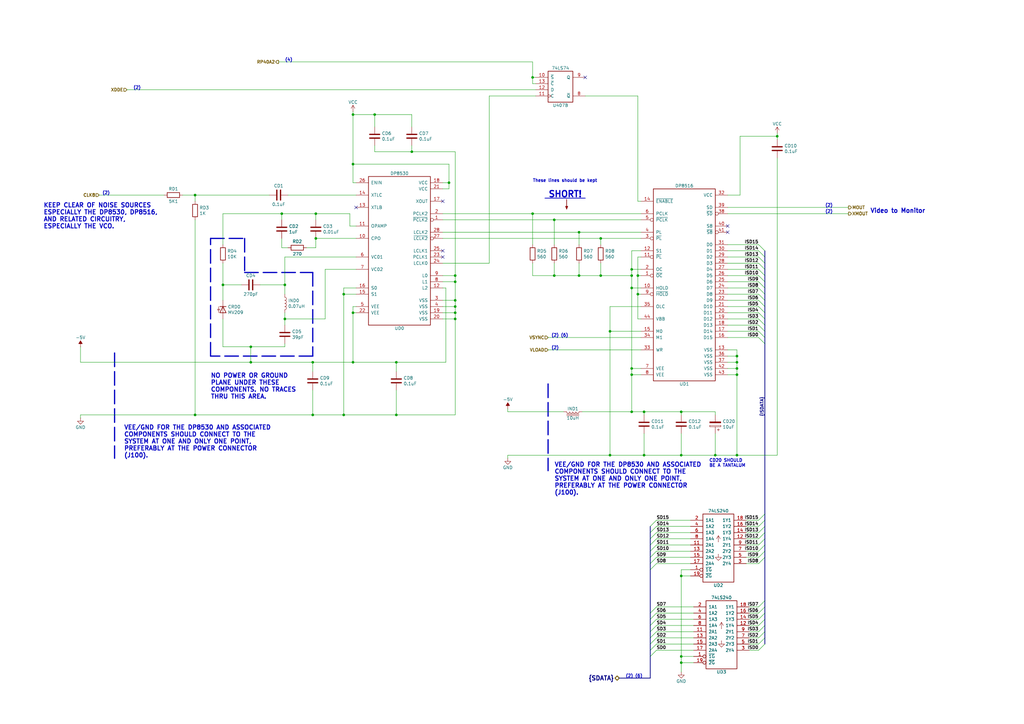
<source format=kicad_sch>
(kicad_sch
	(version 20231120)
	(generator "eeschema")
	(generator_version "8.0")
	(uuid "d65ac1c4-42a5-45ef-8684-20e756ee3270")
	(paper "A3")
	(lib_symbols
		(symbol "Atari-TT030:74LS240-UD02-Atari"
			(pin_names
				(offset 1.016)
			)
			(exclude_from_sim no)
			(in_bom yes)
			(on_board yes)
			(property "Reference" "U"
				(at 0 -15.24 0)
				(effects
					(font
						(size 1.27 1.27)
						(bold yes)
					)
				)
			)
			(property "Value" "74LS240-UD02-Atari"
				(at 0 15.24 0)
				(effects
					(font
						(size 1.27 1.27)
						(bold yes)
					)
				)
			)
			(property "Footprint" ""
				(at 0 -2.54 0)
				(effects
					(font
						(size 1.27 1.27)
					)
					(hide yes)
				)
			)
			(property "Datasheet" ""
				(at 0 -2.54 0)
				(effects
					(font
						(size 1.27 1.27)
					)
					(hide yes)
				)
			)
			(property "Description" ""
				(at 0 0 0)
				(effects
					(font
						(size 1.27 1.27)
					)
					(hide yes)
				)
			)
			(property "ki_fp_filters" "TSSOP*4.4x6.5mm*P0.65mm* SSOP*4.4x6.5mm*P0.65mm*"
				(at 0 0 0)
				(effects
					(font
						(size 1.27 1.27)
					)
					(hide yes)
				)
			)
			(symbol "74LS240-UD02-Atari_1_0"
				(pin input inverted
					(at -11.43 -8.89 0)
					(length 5.08)
					(name "~{1G}"
						(effects
							(font
								(size 1.27 1.27)
							)
						)
					)
					(number "1"
						(effects
							(font
								(size 1.27 1.27)
							)
						)
					)
				)
				(pin input line
					(at -11.43 1.27 0)
					(length 5.08)
					(name "2A1"
						(effects
							(font
								(size 1.27 1.27)
							)
						)
					)
					(number "11"
						(effects
							(font
								(size 1.27 1.27)
							)
						)
					)
				)
				(pin output line
					(at 11.43 3.81 180)
					(length 5.08)
					(name "1Y4"
						(effects
							(font
								(size 1.27 1.27)
							)
						)
					)
					(number "12"
						(effects
							(font
								(size 1.27 1.27)
							)
						)
					)
				)
				(pin input line
					(at -11.43 -1.27 0)
					(length 5.08)
					(name "2A2"
						(effects
							(font
								(size 1.27 1.27)
							)
						)
					)
					(number "13"
						(effects
							(font
								(size 1.27 1.27)
							)
						)
					)
				)
				(pin output line
					(at 11.43 6.35 180)
					(length 5.08)
					(name "1Y3"
						(effects
							(font
								(size 1.27 1.27)
							)
						)
					)
					(number "14"
						(effects
							(font
								(size 1.27 1.27)
							)
						)
					)
				)
				(pin input line
					(at -11.43 -3.81 0)
					(length 5.08)
					(name "2A3"
						(effects
							(font
								(size 1.27 1.27)
							)
						)
					)
					(number "15"
						(effects
							(font
								(size 1.27 1.27)
							)
						)
					)
				)
				(pin output line
					(at 11.43 8.89 180)
					(length 5.08)
					(name "1Y2"
						(effects
							(font
								(size 1.27 1.27)
							)
						)
					)
					(number "16"
						(effects
							(font
								(size 1.27 1.27)
							)
						)
					)
				)
				(pin input line
					(at -11.43 -6.35 0)
					(length 5.08)
					(name "2A4"
						(effects
							(font
								(size 1.27 1.27)
							)
						)
					)
					(number "17"
						(effects
							(font
								(size 1.27 1.27)
							)
						)
					)
				)
				(pin output line
					(at 11.43 11.43 180)
					(length 5.08)
					(name "1Y1"
						(effects
							(font
								(size 1.27 1.27)
							)
						)
					)
					(number "18"
						(effects
							(font
								(size 1.27 1.27)
							)
						)
					)
				)
				(pin input inverted
					(at -11.43 -11.43 0)
					(length 5.08)
					(name "~{2G}"
						(effects
							(font
								(size 1.27 1.27)
							)
						)
					)
					(number "19"
						(effects
							(font
								(size 1.27 1.27)
							)
						)
					)
				)
				(pin input line
					(at -11.43 11.43 0)
					(length 5.08)
					(name "1A1"
						(effects
							(font
								(size 1.27 1.27)
							)
						)
					)
					(number "2"
						(effects
							(font
								(size 1.27 1.27)
							)
						)
					)
				)
				(pin output line
					(at 11.43 -6.35 180)
					(length 5.08)
					(name "2Y4"
						(effects
							(font
								(size 1.27 1.27)
							)
						)
					)
					(number "3"
						(effects
							(font
								(size 1.27 1.27)
							)
						)
					)
				)
				(pin input line
					(at -11.43 8.89 0)
					(length 5.08)
					(name "1A2"
						(effects
							(font
								(size 1.27 1.27)
							)
						)
					)
					(number "4"
						(effects
							(font
								(size 1.27 1.27)
							)
						)
					)
				)
				(pin output line
					(at 11.43 -3.81 180)
					(length 5.08)
					(name "2Y3"
						(effects
							(font
								(size 1.27 1.27)
							)
						)
					)
					(number "5"
						(effects
							(font
								(size 1.27 1.27)
							)
						)
					)
				)
				(pin input line
					(at -11.43 6.35 0)
					(length 5.08)
					(name "1A3"
						(effects
							(font
								(size 1.27 1.27)
							)
						)
					)
					(number "6"
						(effects
							(font
								(size 1.27 1.27)
							)
						)
					)
				)
				(pin output line
					(at 11.43 -1.27 180)
					(length 5.08)
					(name "2Y2"
						(effects
							(font
								(size 1.27 1.27)
							)
						)
					)
					(number "7"
						(effects
							(font
								(size 1.27 1.27)
							)
						)
					)
				)
				(pin input line
					(at -11.43 3.81 0)
					(length 5.08)
					(name "1A4"
						(effects
							(font
								(size 1.27 1.27)
							)
						)
					)
					(number "8"
						(effects
							(font
								(size 1.27 1.27)
							)
						)
					)
				)
				(pin output line
					(at 11.43 1.27 180)
					(length 5.08)
					(name "2Y1"
						(effects
							(font
								(size 1.27 1.27)
							)
						)
					)
					(number "9"
						(effects
							(font
								(size 1.27 1.27)
							)
						)
					)
				)
			)
			(symbol "74LS240-UD02-Atari_1_1"
				(rectangle
					(start -6.35 13.97)
					(end 6.35 -13.97)
					(stroke
						(width 0.254)
						(type solid)
					)
					(fill
						(type none)
					)
				)
				(pin power_in line
					(at 0 -2.54 90)
					(length 0) hide
					(name "GND"
						(effects
							(font
								(size 0 0)
							)
						)
					)
					(number "10"
						(effects
							(font
								(size 1.27 1.27)
							)
						)
					)
				)
				(pin power_in line
					(at 0 2.54 270)
					(length 0) hide
					(name "VCC"
						(effects
							(font
								(size 0 0)
							)
						)
					)
					(number "20"
						(effects
							(font
								(size 1.27 1.27)
							)
						)
					)
				)
			)
		)
		(symbol "Atari-TT030:74LS74-U407-Atari"
			(pin_names
				(offset 1.016)
			)
			(exclude_from_sim no)
			(in_bom yes)
			(on_board yes)
			(property "Reference" "U"
				(at -7.62 8.89 0)
				(effects
					(font
						(size 1.27 1.27)
					)
				)
			)
			(property "Value" "74LS74-U407-Atari"
				(at -7.62 -8.89 0)
				(effects
					(font
						(size 1.27 1.27)
					)
				)
			)
			(property "Footprint" ""
				(at 0 0 0)
				(effects
					(font
						(size 1.27 1.27)
					)
					(hide yes)
				)
			)
			(property "Datasheet" ""
				(at 0 0 0)
				(effects
					(font
						(size 1.27 1.27)
					)
					(hide yes)
				)
			)
			(property "Description" ""
				(at 0 0 0)
				(effects
					(font
						(size 1.27 1.27)
					)
					(hide yes)
				)
			)
			(property "ki_locked" ""
				(at 0 0 0)
				(effects
					(font
						(size 1.27 1.27)
					)
				)
			)
			(property "ki_fp_filters" "DIP?14*"
				(at 0 0 0)
				(effects
					(font
						(size 1.27 1.27)
					)
					(hide yes)
				)
			)
			(symbol "74LS74-U407-Atari_1_0"
				(pin input inverted
					(at -10.16 -5.08 0)
					(length 5.08)
					(name "~{C}"
						(effects
							(font
								(size 1.27 1.27)
							)
						)
					)
					(number "1"
						(effects
							(font
								(size 1.27 1.27)
							)
						)
					)
				)
				(pin input line
					(at -10.16 0 0)
					(length 5.08)
					(name "D"
						(effects
							(font
								(size 1.27 1.27)
							)
						)
					)
					(number "2"
						(effects
							(font
								(size 1.27 1.27)
							)
						)
					)
				)
				(pin input clock
					(at -10.16 -2.54 0)
					(length 5.08)
					(name "C"
						(effects
							(font
								(size 1.27 1.27)
							)
						)
					)
					(number "3"
						(effects
							(font
								(size 1.27 1.27)
							)
						)
					)
				)
				(pin input inverted
					(at -10.16 2.54 0)
					(length 5.08)
					(name "~{S}"
						(effects
							(font
								(size 1.27 1.27)
							)
						)
					)
					(number "4"
						(effects
							(font
								(size 1.27 1.27)
							)
						)
					)
				)
				(pin output line
					(at 10.16 2.54 180)
					(length 5.08)
					(name "Q"
						(effects
							(font
								(size 1.27 1.27)
							)
						)
					)
					(number "5"
						(effects
							(font
								(size 1.27 1.27)
							)
						)
					)
				)
				(pin output inverted
					(at 10.16 -5.08 180)
					(length 5.08)
					(name "~{Q}"
						(effects
							(font
								(size 1.27 1.27)
							)
						)
					)
					(number "6"
						(effects
							(font
								(size 1.27 1.27)
							)
						)
					)
				)
			)
			(symbol "74LS74-U407-Atari_1_1"
				(rectangle
					(start -5.08 5.08)
					(end 5.08 -7.62)
					(stroke
						(width 0.254)
						(type solid)
					)
					(fill
						(type none)
					)
				)
			)
			(symbol "74LS74-U407-Atari_2_0"
				(pin input line
					(at -10.16 2.54 0)
					(length 5.08)
					(name "~{S}"
						(effects
							(font
								(size 1.27 1.27)
							)
						)
					)
					(number "10"
						(effects
							(font
								(size 1.27 1.27)
							)
						)
					)
				)
				(pin input clock
					(at -10.16 -5.08 0)
					(length 5.08)
					(name "C"
						(effects
							(font
								(size 1.27 1.27)
							)
						)
					)
					(number "11"
						(effects
							(font
								(size 1.27 1.27)
							)
						)
					)
				)
				(pin input line
					(at -10.16 -2.54 0)
					(length 5.08)
					(name "D"
						(effects
							(font
								(size 1.27 1.27)
							)
						)
					)
					(number "12"
						(effects
							(font
								(size 1.27 1.27)
							)
						)
					)
				)
				(pin input line
					(at -10.16 0 0)
					(length 5.08)
					(name "~{C}"
						(effects
							(font
								(size 1.27 1.27)
							)
						)
					)
					(number "13"
						(effects
							(font
								(size 1.27 1.27)
							)
						)
					)
				)
				(pin output line
					(at 10.16 -5.08 180)
					(length 5.08)
					(name "~{Q}"
						(effects
							(font
								(size 1.27 1.27)
							)
						)
					)
					(number "8"
						(effects
							(font
								(size 1.27 1.27)
							)
						)
					)
				)
				(pin output line
					(at 10.16 2.54 180)
					(length 5.08)
					(name "Q"
						(effects
							(font
								(size 1.27 1.27)
							)
						)
					)
					(number "9"
						(effects
							(font
								(size 1.27 1.27)
							)
						)
					)
				)
			)
			(symbol "74LS74-U407-Atari_2_1"
				(rectangle
					(start -5.08 5.08)
					(end 5.08 -7.62)
					(stroke
						(width 0.254)
						(type solid)
					)
					(fill
						(type none)
					)
				)
			)
			(symbol "74LS74-U407-Atari_3_0"
				(pin power_in line
					(at 5.08 6.35 180)
					(length 10.0076)
					(name "VCC"
						(effects
							(font
								(size 1.27 1.27)
							)
						)
					)
					(number "14"
						(effects
							(font
								(size 1.27 1.27)
							)
						)
					)
				)
				(pin power_in line
					(at 5.08 -6.35 180)
					(length 10.0076)
					(name "GND"
						(effects
							(font
								(size 1.27 1.27)
							)
						)
					)
					(number "7"
						(effects
							(font
								(size 1.27 1.27)
							)
						)
					)
				)
			)
			(symbol "74LS74-U407-Atari_3_1"
				(polyline
					(pts
						(xy -1.27 -6.35) (xy -1.27 6.35)
					)
					(stroke
						(width 0.254)
						(type solid)
					)
					(fill
						(type none)
					)
				)
			)
		)
		(symbol "Atari-TT030:CP-Device"
			(pin_numbers hide)
			(pin_names
				(offset 0.254)
			)
			(exclude_from_sim no)
			(in_bom yes)
			(on_board yes)
			(property "Reference" "C"
				(at 0.635 2.54 0)
				(effects
					(font
						(size 1.27 1.27)
					)
					(justify left)
				)
			)
			(property "Value" "CP-Device"
				(at 0.635 -2.54 0)
				(effects
					(font
						(size 1.27 1.27)
					)
					(justify left)
				)
			)
			(property "Footprint" ""
				(at 0.9652 -3.81 0)
				(effects
					(font
						(size 1.27 1.27)
					)
					(hide yes)
				)
			)
			(property "Datasheet" ""
				(at 0 0 0)
				(effects
					(font
						(size 1.27 1.27)
					)
					(hide yes)
				)
			)
			(property "Description" ""
				(at 0 0 0)
				(effects
					(font
						(size 1.27 1.27)
					)
					(hide yes)
				)
			)
			(property "ki_fp_filters" "CP_*"
				(at 0 0 0)
				(effects
					(font
						(size 1.27 1.27)
					)
					(hide yes)
				)
			)
			(symbol "CP-Device_0_1"
				(rectangle
					(start -2.286 0.508)
					(end -2.286 1.016)
					(stroke
						(width 0)
						(type solid)
					)
					(fill
						(type none)
					)
				)
				(rectangle
					(start -2.286 0.508)
					(end 2.286 0.508)
					(stroke
						(width 0)
						(type solid)
					)
					(fill
						(type none)
					)
				)
				(polyline
					(pts
						(xy -1.778 2.286) (xy -0.762 2.286)
					)
					(stroke
						(width 0)
						(type solid)
					)
					(fill
						(type none)
					)
				)
				(polyline
					(pts
						(xy -1.27 2.794) (xy -1.27 1.778)
					)
					(stroke
						(width 0)
						(type solid)
					)
					(fill
						(type none)
					)
				)
				(rectangle
					(start 2.286 -0.508)
					(end -2.286 -1.016)
					(stroke
						(width 0)
						(type solid)
					)
					(fill
						(type outline)
					)
				)
				(rectangle
					(start 2.286 1.016)
					(end -2.286 1.016)
					(stroke
						(width 0)
						(type solid)
					)
					(fill
						(type none)
					)
				)
				(rectangle
					(start 2.286 1.016)
					(end 2.286 0.508)
					(stroke
						(width 0)
						(type solid)
					)
					(fill
						(type none)
					)
				)
			)
			(symbol "CP-Device_1_1"
				(pin passive line
					(at 0 3.81 270)
					(length 2.794)
					(name "~"
						(effects
							(font
								(size 1.27 1.27)
							)
						)
					)
					(number "1"
						(effects
							(font
								(size 1.27 1.27)
							)
						)
					)
				)
				(pin passive line
					(at 0 -3.81 90)
					(length 2.794)
					(name "~"
						(effects
							(font
								(size 1.27 1.27)
							)
						)
					)
					(number "2"
						(effects
							(font
								(size 1.27 1.27)
							)
						)
					)
				)
			)
		)
		(symbol "Atari-TT030:DP8516-Atari"
			(pin_names
				(offset 1.016)
			)
			(exclude_from_sim no)
			(in_bom yes)
			(on_board yes)
			(property "Reference" "U"
				(at 0 -41.91 0)
				(effects
					(font
						(size 1.5494 1.5494)
						(bold yes)
					)
				)
			)
			(property "Value" "DP8516-Atari"
				(at 0 39.37 0)
				(effects
					(font
						(size 1.5494 1.5494)
						(bold yes)
					)
				)
			)
			(property "Footprint" ""
				(at 0 -41.91 0)
				(effects
					(font
						(size 1.5494 1.5494)
					)
					(hide yes)
				)
			)
			(property "Datasheet" ""
				(at 0 -41.91 0)
				(effects
					(font
						(size 1.5494 1.5494)
					)
					(hide yes)
				)
			)
			(property "Description" ""
				(at 0 0 0)
				(effects
					(font
						(size 1.27 1.27)
					)
					(hide yes)
				)
			)
			(symbol "DP8516-Atari_0_1"
				(rectangle
					(start 12.7 38.1)
					(end -12.7 -40.64)
					(stroke
						(width 0.254)
						(type solid)
					)
					(fill
						(type none)
					)
				)
			)
			(symbol "DP8516-Atari_1_1"
				(pin input inverted
					(at -17.78 2.54 0)
					(length 5.08)
					(name "~{OC}"
						(effects
							(font
								(size 1.27 1.27)
							)
						)
					)
					(number "1"
						(effects
							(font
								(size 1.27 1.27)
							)
						)
					)
				)
				(pin input line
					(at -17.78 -2.54 0)
					(length 5.08)
					(name "HOLD"
						(effects
							(font
								(size 1.27 1.27)
							)
						)
					)
					(number "10"
						(effects
							(font
								(size 1.27 1.27)
							)
						)
					)
				)
				(pin output inverted
					(at -17.78 10.16 0)
					(length 5.08)
					(name "~{PL}"
						(effects
							(font
								(size 1.27 1.27)
							)
						)
					)
					(number "11"
						(effects
							(font
								(size 1.27 1.27)
							)
						)
					)
				)
				(pin input line
					(at -17.78 12.7 0)
					(length 5.08)
					(name "S1"
						(effects
							(font
								(size 1.27 1.27)
							)
						)
					)
					(number "12"
						(effects
							(font
								(size 1.27 1.27)
							)
						)
					)
				)
				(pin power_in line
					(at 17.78 -27.94 180)
					(length 5.08)
					(name "VSS"
						(effects
							(font
								(size 1.27 1.27)
							)
						)
					)
					(number "13"
						(effects
							(font
								(size 1.27 1.27)
							)
						)
					)
				)
				(pin input line
					(at -17.78 33.02 0)
					(length 5.08)
					(name "~{ENABLE}"
						(effects
							(font
								(size 1.27 1.27)
							)
						)
					)
					(number "14"
						(effects
							(font
								(size 1.27 1.27)
							)
						)
					)
				)
				(pin input line
					(at -17.78 -20.32 0)
					(length 5.08)
					(name "M0"
						(effects
							(font
								(size 1.27 1.27)
							)
						)
					)
					(number "15"
						(effects
							(font
								(size 1.27 1.27)
							)
						)
					)
				)
				(pin bidirectional line
					(at 17.78 -22.86 180)
					(length 5.08)
					(name "D15"
						(effects
							(font
								(size 1.27 1.27)
							)
						)
					)
					(number "16"
						(effects
							(font
								(size 1.27 1.27)
							)
						)
					)
				)
				(pin bidirectional line
					(at 17.78 -20.32 180)
					(length 5.08)
					(name "D14"
						(effects
							(font
								(size 1.27 1.27)
							)
						)
					)
					(number "17"
						(effects
							(font
								(size 1.27 1.27)
							)
						)
					)
				)
				(pin bidirectional line
					(at 17.78 -17.78 180)
					(length 5.08)
					(name "D13"
						(effects
							(font
								(size 1.27 1.27)
							)
						)
					)
					(number "18"
						(effects
							(font
								(size 1.27 1.27)
							)
						)
					)
				)
				(pin bidirectional line
					(at 17.78 -15.24 180)
					(length 5.08)
					(name "D12"
						(effects
							(font
								(size 1.27 1.27)
							)
						)
					)
					(number "19"
						(effects
							(font
								(size 1.27 1.27)
							)
						)
					)
				)
				(pin input line
					(at -17.78 5.08 0)
					(length 5.08)
					(name "OC"
						(effects
							(font
								(size 1.27 1.27)
							)
						)
					)
					(number "2"
						(effects
							(font
								(size 1.27 1.27)
							)
						)
					)
				)
				(pin bidirectional line
					(at 17.78 -12.7 180)
					(length 5.08)
					(name "D11"
						(effects
							(font
								(size 1.27 1.27)
							)
						)
					)
					(number "20"
						(effects
							(font
								(size 1.27 1.27)
							)
						)
					)
				)
				(pin bidirectional line
					(at 17.78 -10.16 180)
					(length 5.08)
					(name "D10"
						(effects
							(font
								(size 1.27 1.27)
							)
						)
					)
					(number "21"
						(effects
							(font
								(size 1.27 1.27)
							)
						)
					)
				)
				(pin bidirectional line
					(at 17.78 -7.62 180)
					(length 5.08)
					(name "D9"
						(effects
							(font
								(size 1.27 1.27)
							)
						)
					)
					(number "22"
						(effects
							(font
								(size 1.27 1.27)
							)
						)
					)
				)
				(pin bidirectional line
					(at 17.78 -5.08 180)
					(length 5.08)
					(name "D8"
						(effects
							(font
								(size 1.27 1.27)
							)
						)
					)
					(number "23"
						(effects
							(font
								(size 1.27 1.27)
							)
						)
					)
				)
				(pin bidirectional line
					(at 17.78 -2.54 180)
					(length 5.08)
					(name "D7"
						(effects
							(font
								(size 1.27 1.27)
							)
						)
					)
					(number "24"
						(effects
							(font
								(size 1.27 1.27)
							)
						)
					)
				)
				(pin bidirectional line
					(at 17.78 0 180)
					(length 5.08)
					(name "D6"
						(effects
							(font
								(size 1.27 1.27)
							)
						)
					)
					(number "25"
						(effects
							(font
								(size 1.27 1.27)
							)
						)
					)
				)
				(pin bidirectional line
					(at 17.78 2.54 180)
					(length 5.08)
					(name "D5"
						(effects
							(font
								(size 1.27 1.27)
							)
						)
					)
					(number "26"
						(effects
							(font
								(size 1.27 1.27)
							)
						)
					)
				)
				(pin bidirectional line
					(at 17.78 5.08 180)
					(length 5.08)
					(name "D4"
						(effects
							(font
								(size 1.27 1.27)
							)
						)
					)
					(number "27"
						(effects
							(font
								(size 1.27 1.27)
							)
						)
					)
				)
				(pin bidirectional line
					(at 17.78 7.62 180)
					(length 5.08)
					(name "D3"
						(effects
							(font
								(size 1.27 1.27)
							)
						)
					)
					(number "28"
						(effects
							(font
								(size 1.27 1.27)
							)
						)
					)
				)
				(pin bidirectional line
					(at 17.78 10.16 180)
					(length 5.08)
					(name "D2"
						(effects
							(font
								(size 1.27 1.27)
							)
						)
					)
					(number "29"
						(effects
							(font
								(size 1.27 1.27)
							)
						)
					)
				)
				(pin input inverted
					(at -17.78 17.78 0)
					(length 5.08)
					(name "~{PL}"
						(effects
							(font
								(size 1.27 1.27)
							)
						)
					)
					(number "3"
						(effects
							(font
								(size 1.27 1.27)
							)
						)
					)
				)
				(pin bidirectional line
					(at 17.78 12.7 180)
					(length 5.08)
					(name "D1"
						(effects
							(font
								(size 1.27 1.27)
							)
						)
					)
					(number "30"
						(effects
							(font
								(size 1.27 1.27)
							)
						)
					)
				)
				(pin bidirectional line
					(at 17.78 15.24 180)
					(length 5.08)
					(name "D0"
						(effects
							(font
								(size 1.27 1.27)
							)
						)
					)
					(number "31"
						(effects
							(font
								(size 1.27 1.27)
							)
						)
					)
				)
				(pin power_in line
					(at 17.78 35.56 180)
					(length 5.08)
					(name "VCC"
						(effects
							(font
								(size 1.27 1.27)
							)
						)
					)
					(number "32"
						(effects
							(font
								(size 1.27 1.27)
							)
						)
					)
				)
				(pin input line
					(at -17.78 -27.94 0)
					(length 5.08)
					(name "WR"
						(effects
							(font
								(size 1.27 1.27)
							)
						)
					)
					(number "33"
						(effects
							(font
								(size 1.27 1.27)
							)
						)
					)
				)
				(pin input line
					(at -17.78 -22.86 0)
					(length 5.08)
					(name "M1"
						(effects
							(font
								(size 1.27 1.27)
							)
						)
					)
					(number "34"
						(effects
							(font
								(size 1.27 1.27)
							)
						)
					)
				)
				(pin input line
					(at -17.78 -10.16 0)
					(length 5.08)
					(name "OLC"
						(effects
							(font
								(size 1.27 1.27)
							)
						)
					)
					(number "35"
						(effects
							(font
								(size 1.27 1.27)
							)
						)
					)
				)
				(pin power_in line
					(at 17.78 -30.48 180)
					(length 5.08)
					(name "VSS"
						(effects
							(font
								(size 1.27 1.27)
							)
						)
					)
					(number "36"
						(effects
							(font
								(size 1.27 1.27)
							)
						)
					)
				)
				(pin power_in line
					(at 17.78 -33.02 180)
					(length 5.08)
					(name "VSS"
						(effects
							(font
								(size 1.27 1.27)
							)
						)
					)
					(number "37"
						(effects
							(font
								(size 1.27 1.27)
							)
						)
					)
				)
				(pin input inverted
					(at 17.78 27.94 180)
					(length 5.08)
					(name "~{SD}"
						(effects
							(font
								(size 1.27 1.27)
							)
						)
					)
					(number "38"
						(effects
							(font
								(size 1.27 1.27)
							)
						)
					)
				)
				(pin input line
					(at 17.78 30.48 180)
					(length 5.08)
					(name "SD"
						(effects
							(font
								(size 1.27 1.27)
							)
						)
					)
					(number "39"
						(effects
							(font
								(size 1.27 1.27)
							)
						)
					)
				)
				(pin input line
					(at -17.78 20.32 0)
					(length 5.08)
					(name "PL"
						(effects
							(font
								(size 1.27 1.27)
							)
						)
					)
					(number "4"
						(effects
							(font
								(size 1.27 1.27)
							)
						)
					)
				)
				(pin input line
					(at 17.78 22.86 180)
					(length 5.08)
					(name "S8"
						(effects
							(font
								(size 1.27 1.27)
							)
						)
					)
					(number "40"
						(effects
							(font
								(size 1.27 1.27)
							)
						)
					)
				)
				(pin input inverted
					(at 17.78 20.32 180)
					(length 5.08)
					(name "~{S8}"
						(effects
							(font
								(size 1.27 1.27)
							)
						)
					)
					(number "41"
						(effects
							(font
								(size 1.27 1.27)
							)
						)
					)
				)
				(pin power_in line
					(at 17.78 -35.56 180)
					(length 5.08)
					(name "VSS"
						(effects
							(font
								(size 1.27 1.27)
							)
						)
					)
					(number "42"
						(effects
							(font
								(size 1.27 1.27)
							)
						)
					)
				)
				(pin power_in line
					(at 17.78 -38.1 180)
					(length 5.08)
					(name "VSS"
						(effects
							(font
								(size 1.27 1.27)
							)
						)
					)
					(number "43"
						(effects
							(font
								(size 1.27 1.27)
							)
						)
					)
				)
				(pin input line
					(at -17.78 -15.24 0)
					(length 5.08)
					(name "VBB"
						(effects
							(font
								(size 1.27 1.27)
							)
						)
					)
					(number "44"
						(effects
							(font
								(size 1.27 1.27)
							)
						)
					)
				)
				(pin input inverted
					(at -17.78 25.4 0)
					(length 5.08)
					(name "~{PCLK}"
						(effects
							(font
								(size 1.27 1.27)
							)
						)
					)
					(number "5"
						(effects
							(font
								(size 1.27 1.27)
							)
						)
					)
				)
				(pin input line
					(at -17.78 27.94 0)
					(length 5.08)
					(name "PCLK"
						(effects
							(font
								(size 1.27 1.27)
							)
						)
					)
					(number "6"
						(effects
							(font
								(size 1.27 1.27)
							)
						)
					)
				)
				(pin input line
					(at -17.78 -35.56 0)
					(length 5.08)
					(name "VEE"
						(effects
							(font
								(size 1.27 1.27)
							)
						)
					)
					(number "7"
						(effects
							(font
								(size 1.27 1.27)
							)
						)
					)
				)
				(pin input line
					(at -17.78 -38.1 0)
					(length 5.08)
					(name "VEE"
						(effects
							(font
								(size 1.27 1.27)
							)
						)
					)
					(number "8"
						(effects
							(font
								(size 1.27 1.27)
							)
						)
					)
				)
				(pin input inverted
					(at -17.78 -5.08 0)
					(length 5.08)
					(name "~{HOLD}"
						(effects
							(font
								(size 1.27 1.27)
							)
						)
					)
					(number "9"
						(effects
							(font
								(size 1.27 1.27)
							)
						)
					)
				)
			)
		)
		(symbol "Atari-TT030:DP8530-Atari"
			(pin_names
				(offset 1.016)
			)
			(exclude_from_sim no)
			(in_bom yes)
			(on_board yes)
			(property "Reference" "U"
				(at 0 -31.75 0)
				(effects
					(font
						(size 1.5494 1.5494)
						(bold yes)
					)
				)
			)
			(property "Value" "DP8530-Atari"
				(at 0 31.75 0)
				(effects
					(font
						(size 1.5494 1.5494)
						(bold yes)
					)
				)
			)
			(property "Footprint" ""
				(at 0 -31.75 0)
				(effects
					(font
						(size 1.5494 1.5494)
					)
					(hide yes)
				)
			)
			(property "Datasheet" ""
				(at 0 -31.75 0)
				(effects
					(font
						(size 1.5494 1.5494)
					)
					(hide yes)
				)
			)
			(property "Description" ""
				(at 0 0 0)
				(effects
					(font
						(size 1.27 1.27)
					)
					(hide yes)
				)
			)
			(symbol "DP8530-Atari_0_0"
				(pin input line
					(at 17.78 -2.54 180)
					(length 5.08)
					(name "PCLK1"
						(effects
							(font
								(size 1.27 1.27)
							)
						)
					)
					(number "23"
						(effects
							(font
								(size 1.27 1.27)
							)
						)
					)
				)
			)
			(symbol "DP8530-Atari_0_1"
				(rectangle
					(start -12.7 30.48)
					(end 12.7 -30.48)
					(stroke
						(width 0.254)
						(type solid)
					)
					(fill
						(type none)
					)
				)
			)
			(symbol "DP8530-Atari_1_1"
				(pin output inverted
					(at 17.78 12.7 180)
					(length 5.08)
					(name "~{PCLK2}"
						(effects
							(font
								(size 1.27 1.27)
							)
						)
					)
					(number "1"
						(effects
							(font
								(size 1.27 1.27)
							)
						)
					)
				)
				(pin input line
					(at -17.78 5.08 0)
					(length 5.08)
					(name "CPO"
						(effects
							(font
								(size 1.27 1.27)
							)
						)
					)
					(number "10"
						(effects
							(font
								(size 1.27 1.27)
							)
						)
					)
				)
				(pin input line
					(at -17.78 10.16 0)
					(length 5.08)
					(name "OPAMP"
						(effects
							(font
								(size 1.27 1.27)
							)
						)
					)
					(number "11"
						(effects
							(font
								(size 1.27 1.27)
							)
						)
					)
				)
				(pin input line
					(at 17.78 -15.24 180)
					(length 5.08)
					(name "L2"
						(effects
							(font
								(size 1.27 1.27)
							)
						)
					)
					(number "12"
						(effects
							(font
								(size 1.27 1.27)
							)
						)
					)
				)
				(pin input line
					(at -17.78 17.78 0)
					(length 5.08)
					(name "XTLB"
						(effects
							(font
								(size 1.27 1.27)
							)
						)
					)
					(number "13"
						(effects
							(font
								(size 1.27 1.27)
							)
						)
					)
				)
				(pin input line
					(at -17.78 22.86 0)
					(length 5.08)
					(name "XTLC"
						(effects
							(font
								(size 1.27 1.27)
							)
						)
					)
					(number "14"
						(effects
							(font
								(size 1.27 1.27)
							)
						)
					)
				)
				(pin input line
					(at -17.78 -17.78 0)
					(length 5.08)
					(name "S1"
						(effects
							(font
								(size 1.27 1.27)
							)
						)
					)
					(number "15"
						(effects
							(font
								(size 1.27 1.27)
							)
						)
					)
				)
				(pin input line
					(at -17.78 -15.24 0)
					(length 5.08)
					(name "S0"
						(effects
							(font
								(size 1.27 1.27)
							)
						)
					)
					(number "16"
						(effects
							(font
								(size 1.27 1.27)
							)
						)
					)
				)
				(pin output line
					(at 17.78 20.32 180)
					(length 5.08)
					(name "XOUT"
						(effects
							(font
								(size 1.27 1.27)
							)
						)
					)
					(number "17"
						(effects
							(font
								(size 1.27 1.27)
							)
						)
					)
				)
				(pin power_in line
					(at 17.78 27.94 180)
					(length 5.08)
					(name "VCC"
						(effects
							(font
								(size 1.27 1.27)
							)
						)
					)
					(number "18"
						(effects
							(font
								(size 1.27 1.27)
							)
						)
					)
				)
				(pin power_in line
					(at 17.78 -25.4 180)
					(length 5.08)
					(name "VSS"
						(effects
							(font
								(size 1.27 1.27)
							)
						)
					)
					(number "19"
						(effects
							(font
								(size 1.27 1.27)
							)
						)
					)
				)
				(pin output line
					(at 17.78 15.24 180)
					(length 5.08)
					(name "PCLK2"
						(effects
							(font
								(size 1.27 1.27)
							)
						)
					)
					(number "2"
						(effects
							(font
								(size 1.27 1.27)
							)
						)
					)
				)
				(pin power_in line
					(at 17.78 -27.94 180)
					(length 5.08)
					(name "VSS"
						(effects
							(font
								(size 1.27 1.27)
							)
						)
					)
					(number "20"
						(effects
							(font
								(size 1.27 1.27)
							)
						)
					)
				)
				(pin power_in line
					(at 17.78 25.4 180)
					(length 5.08)
					(name "VCC"
						(effects
							(font
								(size 1.27 1.27)
							)
						)
					)
					(number "21"
						(effects
							(font
								(size 1.27 1.27)
							)
						)
					)
				)
				(pin power_in line
					(at -17.78 -25.4 0)
					(length 5.08)
					(name "VEE"
						(effects
							(font
								(size 1.27 1.27)
							)
						)
					)
					(number "22"
						(effects
							(font
								(size 1.27 1.27)
							)
						)
					)
				)
				(pin output line
					(at 17.78 -5.08 180)
					(length 5.08)
					(name "LCLK0"
						(effects
							(font
								(size 1.27 1.27)
							)
						)
					)
					(number "24"
						(effects
							(font
								(size 1.27 1.27)
							)
						)
					)
				)
				(pin input line
					(at 17.78 0 180)
					(length 5.08)
					(name "LCLK1"
						(effects
							(font
								(size 1.27 1.27)
							)
						)
					)
					(number "25"
						(effects
							(font
								(size 1.27 1.27)
							)
						)
					)
				)
				(pin input line
					(at -17.78 27.94 0)
					(length 5.08)
					(name "ENIN"
						(effects
							(font
								(size 1.27 1.27)
							)
						)
					)
					(number "26"
						(effects
							(font
								(size 1.27 1.27)
							)
						)
					)
				)
				(pin input inverted
					(at 17.78 5.08 180)
					(length 5.08)
					(name "~{LCLK2}"
						(effects
							(font
								(size 1.27 1.27)
							)
						)
					)
					(number "27"
						(effects
							(font
								(size 1.27 1.27)
							)
						)
					)
				)
				(pin input line
					(at 17.78 7.62 180)
					(length 5.08)
					(name "LCLK2"
						(effects
							(font
								(size 1.27 1.27)
							)
						)
					)
					(number "28"
						(effects
							(font
								(size 1.27 1.27)
							)
						)
					)
				)
				(pin power_in line
					(at 17.78 -20.32 180)
					(length 5.08)
					(name "VSS"
						(effects
							(font
								(size 1.27 1.27)
							)
						)
					)
					(number "3"
						(effects
							(font
								(size 1.27 1.27)
							)
						)
					)
				)
				(pin power_in line
					(at 17.78 -22.86 180)
					(length 5.08)
					(name "VSS"
						(effects
							(font
								(size 1.27 1.27)
							)
						)
					)
					(number "4"
						(effects
							(font
								(size 1.27 1.27)
							)
						)
					)
				)
				(pin power_in line
					(at -17.78 -22.86 0)
					(length 5.08)
					(name "VEE"
						(effects
							(font
								(size 1.27 1.27)
							)
						)
					)
					(number "5"
						(effects
							(font
								(size 1.27 1.27)
							)
						)
					)
				)
				(pin input line
					(at -17.78 -2.54 0)
					(length 5.08)
					(name "VC01"
						(effects
							(font
								(size 1.27 1.27)
							)
						)
					)
					(number "6"
						(effects
							(font
								(size 1.27 1.27)
							)
						)
					)
				)
				(pin input line
					(at -17.78 -7.62 0)
					(length 5.08)
					(name "VC02"
						(effects
							(font
								(size 1.27 1.27)
							)
						)
					)
					(number "7"
						(effects
							(font
								(size 1.27 1.27)
							)
						)
					)
				)
				(pin input line
					(at 17.78 -12.7 180)
					(length 5.08)
					(name "L1"
						(effects
							(font
								(size 1.27 1.27)
							)
						)
					)
					(number "8"
						(effects
							(font
								(size 1.27 1.27)
							)
						)
					)
				)
				(pin input line
					(at 17.78 -10.16 180)
					(length 5.08)
					(name "L0"
						(effects
							(font
								(size 1.27 1.27)
							)
						)
					)
					(number "9"
						(effects
							(font
								(size 1.27 1.27)
							)
						)
					)
				)
			)
		)
		(symbol "Atari-TT030:L_Core_Iron-Device"
			(pin_numbers hide)
			(pin_names
				(offset 1.016) hide)
			(exclude_from_sim no)
			(in_bom yes)
			(on_board yes)
			(property "Reference" "L"
				(at -1.27 0 90)
				(effects
					(font
						(size 1.27 1.27)
					)
				)
			)
			(property "Value" "L_Core_Iron-Device"
				(at 2.794 0 90)
				(effects
					(font
						(size 1.27 1.27)
					)
				)
			)
			(property "Footprint" ""
				(at 0 0 0)
				(effects
					(font
						(size 1.27 1.27)
					)
					(hide yes)
				)
			)
			(property "Datasheet" ""
				(at 0 0 0)
				(effects
					(font
						(size 1.27 1.27)
					)
					(hide yes)
				)
			)
			(property "Description" ""
				(at 0 0 0)
				(effects
					(font
						(size 1.27 1.27)
					)
					(hide yes)
				)
			)
			(property "ki_fp_filters" "Choke_* *Coil* Inductor_* L_*"
				(at 0 0 0)
				(effects
					(font
						(size 1.27 1.27)
					)
					(hide yes)
				)
			)
			(symbol "L_Core_Iron-Device_0_1"
				(arc
					(start 0 -2.54)
					(mid 0.635 -1.905)
					(end 0 -1.27)
					(stroke
						(width 0)
						(type solid)
					)
					(fill
						(type none)
					)
				)
				(arc
					(start 0 -1.27)
					(mid 0.635 -0.635)
					(end 0 0)
					(stroke
						(width 0)
						(type solid)
					)
					(fill
						(type none)
					)
				)
				(polyline
					(pts
						(xy 1.016 2.54) (xy 1.016 -2.54)
					)
					(stroke
						(width 0)
						(type solid)
					)
					(fill
						(type none)
					)
				)
				(polyline
					(pts
						(xy 1.524 -2.54) (xy 1.524 2.54)
					)
					(stroke
						(width 0)
						(type solid)
					)
					(fill
						(type none)
					)
				)
				(arc
					(start 0 0)
					(mid 0.635 0.635)
					(end 0 1.27)
					(stroke
						(width 0)
						(type solid)
					)
					(fill
						(type none)
					)
				)
				(arc
					(start 0 1.27)
					(mid 0.635 1.905)
					(end 0 2.54)
					(stroke
						(width 0)
						(type solid)
					)
					(fill
						(type none)
					)
				)
			)
			(symbol "L_Core_Iron-Device_1_1"
				(pin passive line
					(at 0 3.81 270)
					(length 1.27)
					(name "1"
						(effects
							(font
								(size 1.27 1.27)
							)
						)
					)
					(number "1"
						(effects
							(font
								(size 1.27 1.27)
							)
						)
					)
				)
				(pin passive line
					(at 0 -3.81 90)
					(length 1.27)
					(name "2"
						(effects
							(font
								(size 1.27 1.27)
							)
						)
					)
					(number "2"
						(effects
							(font
								(size 1.27 1.27)
							)
						)
					)
				)
			)
		)
		(symbol "Device:C"
			(pin_numbers hide)
			(pin_names
				(offset 0.254)
			)
			(exclude_from_sim no)
			(in_bom yes)
			(on_board yes)
			(property "Reference" "C"
				(at 0.635 2.54 0)
				(effects
					(font
						(size 1.27 1.27)
					)
					(justify left)
				)
			)
			(property "Value" "C"
				(at 0.635 -2.54 0)
				(effects
					(font
						(size 1.27 1.27)
					)
					(justify left)
				)
			)
			(property "Footprint" ""
				(at 0.9652 -3.81 0)
				(effects
					(font
						(size 1.27 1.27)
					)
					(hide yes)
				)
			)
			(property "Datasheet" "~"
				(at 0 0 0)
				(effects
					(font
						(size 1.27 1.27)
					)
					(hide yes)
				)
			)
			(property "Description" "Unpolarized capacitor"
				(at 0 0 0)
				(effects
					(font
						(size 1.27 1.27)
					)
					(hide yes)
				)
			)
			(property "ki_keywords" "cap capacitor"
				(at 0 0 0)
				(effects
					(font
						(size 1.27 1.27)
					)
					(hide yes)
				)
			)
			(property "ki_fp_filters" "C_*"
				(at 0 0 0)
				(effects
					(font
						(size 1.27 1.27)
					)
					(hide yes)
				)
			)
			(symbol "C_0_1"
				(polyline
					(pts
						(xy -2.032 -0.762) (xy 2.032 -0.762)
					)
					(stroke
						(width 0.508)
						(type default)
					)
					(fill
						(type none)
					)
				)
				(polyline
					(pts
						(xy -2.032 0.762) (xy 2.032 0.762)
					)
					(stroke
						(width 0.508)
						(type default)
					)
					(fill
						(type none)
					)
				)
			)
			(symbol "C_1_1"
				(pin passive line
					(at 0 3.81 270)
					(length 2.794)
					(name "~"
						(effects
							(font
								(size 1.27 1.27)
							)
						)
					)
					(number "1"
						(effects
							(font
								(size 1.27 1.27)
							)
						)
					)
				)
				(pin passive line
					(at 0 -3.81 90)
					(length 2.794)
					(name "~"
						(effects
							(font
								(size 1.27 1.27)
							)
						)
					)
					(number "2"
						(effects
							(font
								(size 1.27 1.27)
							)
						)
					)
				)
			)
		)
		(symbol "Device:D_Capacitance"
			(pin_numbers hide)
			(pin_names
				(offset 1.016) hide)
			(exclude_from_sim no)
			(in_bom yes)
			(on_board yes)
			(property "Reference" "D"
				(at 0 2.54 0)
				(effects
					(font
						(size 1.27 1.27)
					)
				)
			)
			(property "Value" "D_Capacitance"
				(at 0 -3.302 0)
				(effects
					(font
						(size 1.27 1.27)
					)
				)
			)
			(property "Footprint" ""
				(at 0 0 0)
				(effects
					(font
						(size 1.27 1.27)
					)
					(hide yes)
				)
			)
			(property "Datasheet" "~"
				(at 0 0 0)
				(effects
					(font
						(size 1.27 1.27)
					)
					(hide yes)
				)
			)
			(property "Description" "Variable capacitance diode"
				(at 0 0 0)
				(effects
					(font
						(size 1.27 1.27)
					)
					(hide yes)
				)
			)
			(property "ki_keywords" "capacitance diode varicap varactor"
				(at 0 0 0)
				(effects
					(font
						(size 1.27 1.27)
					)
					(hide yes)
				)
			)
			(property "ki_fp_filters" "TO-???* *_Diode_* *SingleDiode* D_*"
				(at 0 0 0)
				(effects
					(font
						(size 1.27 1.27)
					)
					(hide yes)
				)
			)
			(symbol "D_Capacitance_0_1"
				(polyline
					(pts
						(xy -1.27 -1.778) (xy -0.1524 -1.778)
					)
					(stroke
						(width 0)
						(type default)
					)
					(fill
						(type none)
					)
				)
				(polyline
					(pts
						(xy -1.27 0) (xy 1.27 0)
					)
					(stroke
						(width 0)
						(type default)
					)
					(fill
						(type none)
					)
				)
				(polyline
					(pts
						(xy -1.27 1.27) (xy -1.27 -1.27)
					)
					(stroke
						(width 0.254)
						(type default)
					)
					(fill
						(type none)
					)
				)
				(polyline
					(pts
						(xy -0.1524 -1.27) (xy -0.1524 -2.286)
					)
					(stroke
						(width 0)
						(type default)
					)
					(fill
						(type none)
					)
				)
				(polyline
					(pts
						(xy 0.1524 -1.778) (xy 1.27 -1.778)
					)
					(stroke
						(width 0)
						(type default)
					)
					(fill
						(type none)
					)
				)
				(polyline
					(pts
						(xy 0.1524 -1.27) (xy 0.1524 -2.286)
					)
					(stroke
						(width 0)
						(type default)
					)
					(fill
						(type none)
					)
				)
				(polyline
					(pts
						(xy 1.27 1.27) (xy 1.27 -1.27) (xy -1.27 0) (xy 1.27 1.27)
					)
					(stroke
						(width 0.254)
						(type default)
					)
					(fill
						(type none)
					)
				)
			)
			(symbol "D_Capacitance_1_1"
				(pin passive line
					(at -3.81 0 0)
					(length 2.54)
					(name "K"
						(effects
							(font
								(size 1.27 1.27)
							)
						)
					)
					(number "1"
						(effects
							(font
								(size 1.27 1.27)
							)
						)
					)
				)
				(pin passive line
					(at 3.81 0 180)
					(length 2.54)
					(name "A"
						(effects
							(font
								(size 1.27 1.27)
							)
						)
					)
					(number "2"
						(effects
							(font
								(size 1.27 1.27)
							)
						)
					)
				)
			)
		)
		(symbol "Device:L"
			(pin_numbers hide)
			(pin_names
				(offset 1.016) hide)
			(exclude_from_sim no)
			(in_bom yes)
			(on_board yes)
			(property "Reference" "L"
				(at -1.27 0 90)
				(effects
					(font
						(size 1.27 1.27)
					)
				)
			)
			(property "Value" "L"
				(at 1.905 0 90)
				(effects
					(font
						(size 1.27 1.27)
					)
				)
			)
			(property "Footprint" ""
				(at 0 0 0)
				(effects
					(font
						(size 1.27 1.27)
					)
					(hide yes)
				)
			)
			(property "Datasheet" "~"
				(at 0 0 0)
				(effects
					(font
						(size 1.27 1.27)
					)
					(hide yes)
				)
			)
			(property "Description" "Inductor"
				(at 0 0 0)
				(effects
					(font
						(size 1.27 1.27)
					)
					(hide yes)
				)
			)
			(property "ki_keywords" "inductor choke coil reactor magnetic"
				(at 0 0 0)
				(effects
					(font
						(size 1.27 1.27)
					)
					(hide yes)
				)
			)
			(property "ki_fp_filters" "Choke_* *Coil* Inductor_* L_*"
				(at 0 0 0)
				(effects
					(font
						(size 1.27 1.27)
					)
					(hide yes)
				)
			)
			(symbol "L_0_1"
				(arc
					(start 0 -2.54)
					(mid 0.6323 -1.905)
					(end 0 -1.27)
					(stroke
						(width 0)
						(type default)
					)
					(fill
						(type none)
					)
				)
				(arc
					(start 0 -1.27)
					(mid 0.6323 -0.635)
					(end 0 0)
					(stroke
						(width 0)
						(type default)
					)
					(fill
						(type none)
					)
				)
				(arc
					(start 0 0)
					(mid 0.6323 0.635)
					(end 0 1.27)
					(stroke
						(width 0)
						(type default)
					)
					(fill
						(type none)
					)
				)
				(arc
					(start 0 1.27)
					(mid 0.6323 1.905)
					(end 0 2.54)
					(stroke
						(width 0)
						(type default)
					)
					(fill
						(type none)
					)
				)
			)
			(symbol "L_1_1"
				(pin passive line
					(at 0 3.81 270)
					(length 1.27)
					(name "1"
						(effects
							(font
								(size 1.27 1.27)
							)
						)
					)
					(number "1"
						(effects
							(font
								(size 1.27 1.27)
							)
						)
					)
				)
				(pin passive line
					(at 0 -3.81 90)
					(length 1.27)
					(name "2"
						(effects
							(font
								(size 1.27 1.27)
							)
						)
					)
					(number "2"
						(effects
							(font
								(size 1.27 1.27)
							)
						)
					)
				)
			)
		)
		(symbol "Device:R"
			(pin_numbers hide)
			(pin_names
				(offset 0)
			)
			(exclude_from_sim no)
			(in_bom yes)
			(on_board yes)
			(property "Reference" "R"
				(at 2.032 0 90)
				(effects
					(font
						(size 1.27 1.27)
					)
				)
			)
			(property "Value" "R"
				(at 0 0 90)
				(effects
					(font
						(size 1.27 1.27)
					)
				)
			)
			(property "Footprint" ""
				(at -1.778 0 90)
				(effects
					(font
						(size 1.27 1.27)
					)
					(hide yes)
				)
			)
			(property "Datasheet" "~"
				(at 0 0 0)
				(effects
					(font
						(size 1.27 1.27)
					)
					(hide yes)
				)
			)
			(property "Description" "Resistor"
				(at 0 0 0)
				(effects
					(font
						(size 1.27 1.27)
					)
					(hide yes)
				)
			)
			(property "ki_keywords" "R res resistor"
				(at 0 0 0)
				(effects
					(font
						(size 1.27 1.27)
					)
					(hide yes)
				)
			)
			(property "ki_fp_filters" "R_*"
				(at 0 0 0)
				(effects
					(font
						(size 1.27 1.27)
					)
					(hide yes)
				)
			)
			(symbol "R_0_1"
				(rectangle
					(start -1.016 -2.54)
					(end 1.016 2.54)
					(stroke
						(width 0.254)
						(type default)
					)
					(fill
						(type none)
					)
				)
			)
			(symbol "R_1_1"
				(pin passive line
					(at 0 3.81 270)
					(length 1.27)
					(name "~"
						(effects
							(font
								(size 1.27 1.27)
							)
						)
					)
					(number "1"
						(effects
							(font
								(size 1.27 1.27)
							)
						)
					)
				)
				(pin passive line
					(at 0 -3.81 90)
					(length 1.27)
					(name "~"
						(effects
							(font
								(size 1.27 1.27)
							)
						)
					)
					(number "2"
						(effects
							(font
								(size 1.27 1.27)
							)
						)
					)
				)
			)
		)
		(symbol "Graphic:SYM_Arrow_Small"
			(exclude_from_sim no)
			(in_bom no)
			(on_board no)
			(property "Reference" "#SYM"
				(at 0 1.524 0)
				(effects
					(font
						(size 1.27 1.27)
					)
					(hide yes)
				)
			)
			(property "Value" "SYM_Arrow_Small"
				(at 0.254 -1.27 0)
				(effects
					(font
						(size 1.27 1.27)
					)
					(hide yes)
				)
			)
			(property "Footprint" ""
				(at 0 0 0)
				(effects
					(font
						(size 1.27 1.27)
					)
					(hide yes)
				)
			)
			(property "Datasheet" "~"
				(at 0 0 0)
				(effects
					(font
						(size 1.27 1.27)
					)
					(hide yes)
				)
			)
			(property "Description" "Filled arrow, 160mil"
				(at 0 0 0)
				(effects
					(font
						(size 1.27 1.27)
					)
					(hide yes)
				)
			)
			(property "Sim.Enable" "0"
				(at 0 0 0)
				(effects
					(font
						(size 1.27 1.27)
					)
					(hide yes)
				)
			)
			(property "ki_keywords" "symbol arrow"
				(at 0 0 0)
				(effects
					(font
						(size 1.27 1.27)
					)
					(hide yes)
				)
			)
			(symbol "SYM_Arrow_Small_0_1"
				(polyline
					(pts
						(xy 1.524 0) (xy -2.032 0)
					)
					(stroke
						(width 0.254)
						(type default)
					)
					(fill
						(type none)
					)
				)
				(polyline
					(pts
						(xy 2.032 0) (xy 0.762 -0.508) (xy 0.762 0.508) (xy 2.032 0)
					)
					(stroke
						(width 0)
						(type default)
					)
					(fill
						(type outline)
					)
				)
			)
		)
		(symbol "power:-5V"
			(power)
			(pin_numbers hide)
			(pin_names
				(offset 0) hide)
			(exclude_from_sim no)
			(in_bom yes)
			(on_board yes)
			(property "Reference" "#PWR"
				(at 0 -3.81 0)
				(effects
					(font
						(size 1.27 1.27)
					)
					(hide yes)
				)
			)
			(property "Value" "-5V"
				(at 0 3.556 0)
				(effects
					(font
						(size 1.27 1.27)
					)
				)
			)
			(property "Footprint" ""
				(at 0 0 0)
				(effects
					(font
						(size 1.27 1.27)
					)
					(hide yes)
				)
			)
			(property "Datasheet" ""
				(at 0 0 0)
				(effects
					(font
						(size 1.27 1.27)
					)
					(hide yes)
				)
			)
			(property "Description" "Power symbol creates a global label with name \"-5V\""
				(at 0 0 0)
				(effects
					(font
						(size 1.27 1.27)
					)
					(hide yes)
				)
			)
			(property "ki_keywords" "global power"
				(at 0 0 0)
				(effects
					(font
						(size 1.27 1.27)
					)
					(hide yes)
				)
			)
			(symbol "-5V_0_0"
				(pin power_in line
					(at 0 0 90)
					(length 0)
					(name "~"
						(effects
							(font
								(size 1.27 1.27)
							)
						)
					)
					(number "1"
						(effects
							(font
								(size 1.27 1.27)
							)
						)
					)
				)
			)
			(symbol "-5V_0_1"
				(polyline
					(pts
						(xy 0 0) (xy 0 1.27) (xy 0.762 1.27) (xy 0 2.54) (xy -0.762 1.27) (xy 0 1.27)
					)
					(stroke
						(width 0)
						(type default)
					)
					(fill
						(type outline)
					)
				)
			)
		)
		(symbol "power:GND"
			(power)
			(pin_numbers hide)
			(pin_names
				(offset 0) hide)
			(exclude_from_sim no)
			(in_bom yes)
			(on_board yes)
			(property "Reference" "#PWR"
				(at 0 -6.35 0)
				(effects
					(font
						(size 1.27 1.27)
					)
					(hide yes)
				)
			)
			(property "Value" "GND"
				(at 0 -3.81 0)
				(effects
					(font
						(size 1.27 1.27)
					)
				)
			)
			(property "Footprint" ""
				(at 0 0 0)
				(effects
					(font
						(size 1.27 1.27)
					)
					(hide yes)
				)
			)
			(property "Datasheet" ""
				(at 0 0 0)
				(effects
					(font
						(size 1.27 1.27)
					)
					(hide yes)
				)
			)
			(property "Description" "Power symbol creates a global label with name \"GND\" , ground"
				(at 0 0 0)
				(effects
					(font
						(size 1.27 1.27)
					)
					(hide yes)
				)
			)
			(property "ki_keywords" "global power"
				(at 0 0 0)
				(effects
					(font
						(size 1.27 1.27)
					)
					(hide yes)
				)
			)
			(symbol "GND_0_1"
				(polyline
					(pts
						(xy 0 0) (xy 0 -1.27) (xy 1.27 -1.27) (xy 0 -2.54) (xy -1.27 -1.27) (xy 0 -1.27)
					)
					(stroke
						(width 0)
						(type default)
					)
					(fill
						(type none)
					)
				)
			)
			(symbol "GND_1_1"
				(pin power_in line
					(at 0 0 270)
					(length 0)
					(name "~"
						(effects
							(font
								(size 1.27 1.27)
							)
						)
					)
					(number "1"
						(effects
							(font
								(size 1.27 1.27)
							)
						)
					)
				)
			)
		)
		(symbol "power:VCC"
			(power)
			(pin_numbers hide)
			(pin_names
				(offset 0) hide)
			(exclude_from_sim no)
			(in_bom yes)
			(on_board yes)
			(property "Reference" "#PWR"
				(at 0 -3.81 0)
				(effects
					(font
						(size 1.27 1.27)
					)
					(hide yes)
				)
			)
			(property "Value" "VCC"
				(at 0 3.556 0)
				(effects
					(font
						(size 1.27 1.27)
					)
				)
			)
			(property "Footprint" ""
				(at 0 0 0)
				(effects
					(font
						(size 1.27 1.27)
					)
					(hide yes)
				)
			)
			(property "Datasheet" ""
				(at 0 0 0)
				(effects
					(font
						(size 1.27 1.27)
					)
					(hide yes)
				)
			)
			(property "Description" "Power symbol creates a global label with name \"VCC\""
				(at 0 0 0)
				(effects
					(font
						(size 1.27 1.27)
					)
					(hide yes)
				)
			)
			(property "ki_keywords" "global power"
				(at 0 0 0)
				(effects
					(font
						(size 1.27 1.27)
					)
					(hide yes)
				)
			)
			(symbol "VCC_0_1"
				(polyline
					(pts
						(xy -0.762 1.27) (xy 0 2.54)
					)
					(stroke
						(width 0)
						(type default)
					)
					(fill
						(type none)
					)
				)
				(polyline
					(pts
						(xy 0 0) (xy 0 2.54)
					)
					(stroke
						(width 0)
						(type default)
					)
					(fill
						(type none)
					)
				)
				(polyline
					(pts
						(xy 0 2.54) (xy 0.762 1.27)
					)
					(stroke
						(width 0)
						(type default)
					)
					(fill
						(type none)
					)
				)
			)
			(symbol "VCC_1_1"
				(pin power_in line
					(at 0 0 90)
					(length 0)
					(name "~"
						(effects
							(font
								(size 1.27 1.27)
							)
						)
					)
					(number "1"
						(effects
							(font
								(size 1.27 1.27)
							)
						)
					)
				)
			)
		)
	)
	(bus_alias "ISDATA"
		(members "ISD[0..15]")
	)
	(junction
		(at 80.01 80.01)
		(diameter 0)
		(color 0 0 0 0)
		(uuid "0210dc96-d073-485f-bc51-606539f5c691")
	)
	(junction
		(at 218.44 87.63)
		(diameter 0)
		(color 0 0 0 0)
		(uuid "026426ca-bcaa-4117-a3d4-2af26d380c6f")
	)
	(junction
		(at 128.27 170.18)
		(diameter 0)
		(color 0 0 0 0)
		(uuid "085c94f0-3b63-4a84-bf22-d2407c804a9d")
	)
	(junction
		(at 250.19 135.89)
		(diameter 0)
		(color 0 0 0 0)
		(uuid "17e2754e-8139-4f53-bbb1-f91f838a73d0")
	)
	(junction
		(at 186.69 128.27)
		(diameter 0)
		(color 0 0 0 0)
		(uuid "1b1aa440-ade0-427a-8d3a-48d4b358d767")
	)
	(junction
		(at 144.78 46.99)
		(diameter 0)
		(color 0 0 0 0)
		(uuid "1f953c7b-dbca-4811-b446-db4e6b8f349f")
	)
	(junction
		(at 279.4 236.22)
		(diameter 0)
		(color 0 0 0 0)
		(uuid "3e12027a-e691-41df-a669-6403f6fcb920")
	)
	(junction
		(at 140.97 170.18)
		(diameter 0)
		(color 0 0 0 0)
		(uuid "3f789909-be2a-472f-9b5e-91824cb949e9")
	)
	(junction
		(at 259.08 151.13)
		(diameter 0)
		(color 0 0 0 0)
		(uuid "3f858392-7d34-4c8a-b25e-1355241ba13f")
	)
	(junction
		(at 237.49 113.03)
		(diameter 0)
		(color 0 0 0 0)
		(uuid "4068a399-1bea-49c3-a0fb-1e393daec1af")
	)
	(junction
		(at 116.84 116.84)
		(diameter 0)
		(color 0 0 0 0)
		(uuid "45c1a237-3cb5-4d7a-89bf-d566de5120cd")
	)
	(junction
		(at 279.4 271.78)
		(diameter 0)
		(color 0 0 0 0)
		(uuid "47ee5ec2-8c9e-4dd3-bbd5-e10c503527c0")
	)
	(junction
		(at 246.38 113.03)
		(diameter 0)
		(color 0 0 0 0)
		(uuid "4f05e414-52c8-439a-83f4-9e50db5b382f")
	)
	(junction
		(at 144.78 128.27)
		(diameter 0)
		(color 0 0 0 0)
		(uuid "541a44ac-b835-42eb-bfae-3a9fbdb4ca52")
	)
	(junction
		(at 293.37 186.69)
		(diameter 0)
		(color 0 0 0 0)
		(uuid "5431716f-ff74-4c84-9f31-d8e434256bad")
	)
	(junction
		(at 168.91 62.23)
		(diameter 0)
		(color 0 0 0 0)
		(uuid "5cf5519c-8ec9-4ca9-95b5-90560529ab3c")
	)
	(junction
		(at 302.26 151.13)
		(diameter 0)
		(color 0 0 0 0)
		(uuid "5ef26f31-6eaa-4d8c-8898-8a1e9110bfed")
	)
	(junction
		(at 318.77 55.88)
		(diameter 0)
		(color 0 0 0 0)
		(uuid "67d7fc8a-e3fa-49fc-a613-a20ee08e9715")
	)
	(junction
		(at 129.54 97.79)
		(diameter 0)
		(color 0 0 0 0)
		(uuid "6b9ba418-a536-4f54-b330-f165172d161b")
	)
	(junction
		(at 279.4 269.24)
		(diameter 0)
		(color 0 0 0 0)
		(uuid "6bf89381-33c3-4012-ab63-b2ad2c199e68")
	)
	(junction
		(at 186.69 115.57)
		(diameter 0)
		(color 0 0 0 0)
		(uuid "705bf02b-4cbe-4c78-9c11-3f353420df00")
	)
	(junction
		(at 186.69 125.73)
		(diameter 0)
		(color 0 0 0 0)
		(uuid "7092dba9-57ac-4db6-bf3c-933963136ed5")
	)
	(junction
		(at 144.78 148.59)
		(diameter 0)
		(color 0 0 0 0)
		(uuid "71075d37-e23c-42ce-8671-a4cd1edd17aa")
	)
	(junction
		(at 80.01 170.18)
		(diameter 0)
		(color 0 0 0 0)
		(uuid "7268c1c1-a333-4186-ab44-8cc5edad0303")
	)
	(junction
		(at 144.78 67.31)
		(diameter 0)
		(color 0 0 0 0)
		(uuid "753e3db4-6597-4989-94c2-9993470c3948")
	)
	(junction
		(at 218.44 31.75)
		(diameter 0)
		(color 0 0 0 0)
		(uuid "75ea6d3b-a31b-4055-913f-88c029fff7e9")
	)
	(junction
		(at 246.38 97.79)
		(diameter 0)
		(color 0 0 0 0)
		(uuid "7886c288-c128-4161-a87e-32ff3b7f3c06")
	)
	(junction
		(at 261.62 120.65)
		(diameter 0)
		(color 0 0 0 0)
		(uuid "7af93d4c-9e64-47b1-b8b7-34228b798b57")
	)
	(junction
		(at 128.27 148.59)
		(diameter 0)
		(color 0 0 0 0)
		(uuid "7e603bdb-3fce-47a9-91aa-299065208e16")
	)
	(junction
		(at 264.16 168.91)
		(diameter 0)
		(color 0 0 0 0)
		(uuid "8737e3aa-008a-4396-804a-c2ef866b172a")
	)
	(junction
		(at 227.33 113.03)
		(diameter 0)
		(color 0 0 0 0)
		(uuid "89dd1b1e-60a8-4aef-a36b-f1b26c4c6741")
	)
	(junction
		(at 302.26 148.59)
		(diameter 0)
		(color 0 0 0 0)
		(uuid "8e4683f3-e228-413d-8b21-cee2fa1b9c23")
	)
	(junction
		(at 259.08 153.67)
		(diameter 0)
		(color 0 0 0 0)
		(uuid "8f834dc9-7707-4e40-a4ed-1091d779bb3a")
	)
	(junction
		(at 102.87 148.59)
		(diameter 0)
		(color 0 0 0 0)
		(uuid "91ba1286-6b8f-46d3-84ed-57be7619ba9d")
	)
	(junction
		(at 186.69 113.03)
		(diameter 0)
		(color 0 0 0 0)
		(uuid "99a21e77-8867-4023-8f92-25b2494e2350")
	)
	(junction
		(at 184.15 74.93)
		(diameter 0)
		(color 0 0 0 0)
		(uuid "a3681d47-ad93-42dd-a07a-8696cb6333f1")
	)
	(junction
		(at 91.44 116.84)
		(diameter 0)
		(color 0 0 0 0)
		(uuid "a724814b-56c3-496d-a5d9-1656bf749877")
	)
	(junction
		(at 302.26 186.69)
		(diameter 0)
		(color 0 0 0 0)
		(uuid "ae922188-c3e4-49ae-8546-a9df5dcb89f4")
	)
	(junction
		(at 237.49 95.25)
		(diameter 0)
		(color 0 0 0 0)
		(uuid "af6ef249-78e5-48d4-a399-1a450bfecc19")
	)
	(junction
		(at 186.69 130.81)
		(diameter 0)
		(color 0 0 0 0)
		(uuid "b14b29bb-60fe-4065-9070-e5ba767f60da")
	)
	(junction
		(at 279.4 186.69)
		(diameter 0)
		(color 0 0 0 0)
		(uuid "b3c41832-6654-438f-b7fb-00c8a32c145d")
	)
	(junction
		(at 302.26 153.67)
		(diameter 0)
		(color 0 0 0 0)
		(uuid "b4239c10-c629-454e-b2a4-bc0a54ad7e86")
	)
	(junction
		(at 259.08 168.91)
		(diameter 0)
		(color 0 0 0 0)
		(uuid "b57c3ce1-ed47-4425-9dd7-c92ed20e6a20")
	)
	(junction
		(at 261.62 113.03)
		(diameter 0)
		(color 0 0 0 0)
		(uuid "bd28b983-5503-4bcc-93e4-5f180be79828")
	)
	(junction
		(at 259.08 118.11)
		(diameter 0)
		(color 0 0 0 0)
		(uuid "be9596ad-8eef-4daf-a52b-62e9cb86b26f")
	)
	(junction
		(at 140.97 120.65)
		(diameter 0)
		(color 0 0 0 0)
		(uuid "c5a4fb69-a700-45b3-a528-cd93263eb657")
	)
	(junction
		(at 264.16 186.69)
		(diameter 0)
		(color 0 0 0 0)
		(uuid "cbb5cf49-caf3-43ed-a55f-7e894ea53716")
	)
	(junction
		(at 102.87 142.24)
		(diameter 0)
		(color 0 0 0 0)
		(uuid "cce71c0e-1370-49f2-a82f-25699286cb0c")
	)
	(junction
		(at 227.33 90.17)
		(diameter 0)
		(color 0 0 0 0)
		(uuid "cd6dd76d-d77b-46da-8038-2c984547a080")
	)
	(junction
		(at 250.19 186.69)
		(diameter 0)
		(color 0 0 0 0)
		(uuid "d00209af-104a-4614-a7f6-e4f4a9f67a86")
	)
	(junction
		(at 162.56 170.18)
		(diameter 0)
		(color 0 0 0 0)
		(uuid "d15d3506-57bd-4c6b-8427-c95a519492b3")
	)
	(junction
		(at 302.26 146.05)
		(diameter 0)
		(color 0 0 0 0)
		(uuid "d4c51257-eb6f-49e2-870d-578f98304a55")
	)
	(junction
		(at 162.56 148.59)
		(diameter 0)
		(color 0 0 0 0)
		(uuid "e151b31b-cce1-4ec6-a251-5fa73b5dbf73")
	)
	(junction
		(at 259.08 110.49)
		(diameter 0)
		(color 0 0 0 0)
		(uuid "e46cb0eb-b3ae-4a79-afd8-de6c35a6e46c")
	)
	(junction
		(at 279.4 168.91)
		(diameter 0)
		(color 0 0 0 0)
		(uuid "e8d55146-615c-4430-967a-783049f0b8aa")
	)
	(junction
		(at 259.08 113.03)
		(diameter 0)
		(color 0 0 0 0)
		(uuid "e9181d09-35e1-4629-b2b2-8b4ed4fd5d04")
	)
	(junction
		(at 129.54 87.63)
		(diameter 0)
		(color 0 0 0 0)
		(uuid "eeb9e3a0-9b0c-4ca5-a74c-c5ee0aa4a9f7")
	)
	(junction
		(at 116.84 130.81)
		(diameter 0)
		(color 0 0 0 0)
		(uuid "f44ded17-56c9-4e74-ac7a-87c4919364b3")
	)
	(junction
		(at 186.69 123.19)
		(diameter 0)
		(color 0 0 0 0)
		(uuid "f9daa7cb-d03c-4097-93e0-da28fee4e50e")
	)
	(junction
		(at 153.67 46.99)
		(diameter 0)
		(color 0 0 0 0)
		(uuid "fcf4c24e-5c86-4f0d-bbf2-aaced5f099ea")
	)
	(junction
		(at 115.57 87.63)
		(diameter 0)
		(color 0 0 0 0)
		(uuid "fdf49893-bf73-4bd7-80cc-34c63f22a0c5")
	)
	(no_connect
		(at 240.03 31.75)
		(uuid "0fd0b456-a9af-4571-b287-5a52e08bcf1f")
	)
	(no_connect
		(at 181.61 102.87)
		(uuid "12af4a0a-6ac6-4d92-9ce5-98557ef10dfb")
	)
	(no_connect
		(at 181.61 105.41)
		(uuid "712ea153-db78-41d4-8c8f-5f2a9e0cd870")
	)
	(no_connect
		(at 146.05 85.09)
		(uuid "9009939a-3aeb-414a-8103-a613340bc91b")
	)
	(no_connect
		(at 298.45 92.71)
		(uuid "aaeffcac-e102-47d2-bd64-d1fcfe509de0")
	)
	(no_connect
		(at 298.45 95.25)
		(uuid "bc22f466-df65-4662-94ce-ec101d5266ae")
	)
	(no_connect
		(at 181.61 82.55)
		(uuid "c19770c7-9e74-4c07-8f21-0912c545e1d3")
	)
	(bus_entry
		(at 311.15 226.06)
		(size 2.54 -2.54)
		(stroke
			(width 0)
			(type default)
		)
		(uuid "0e2c1747-b567-4c97-ac27-c12e3954c70b")
	)
	(bus_entry
		(at 266.7 228.6)
		(size 2.54 -2.54)
		(stroke
			(width 0)
			(type default)
		)
		(uuid "0ec5c1e2-37a1-47ef-b793-46c29fcb1aa8")
	)
	(bus_entry
		(at 311.15 107.95)
		(size 2.54 2.54)
		(stroke
			(width 0)
			(type default)
		)
		(uuid "161684a3-f18f-48af-b326-1f42378d3fc5")
	)
	(bus_entry
		(at 311.15 213.36)
		(size 2.54 -2.54)
		(stroke
			(width 0)
			(type default)
		)
		(uuid "16f4a9d0-06f5-4f0a-b5a9-3d297476baba")
	)
	(bus_entry
		(at 311.15 110.49)
		(size 2.54 2.54)
		(stroke
			(width 0)
			(type default)
		)
		(uuid "1c61756d-512c-4a08-81de-58f3b173dc10")
	)
	(bus_entry
		(at 266.7 269.24)
		(size 2.54 -2.54)
		(stroke
			(width 0)
			(type default)
		)
		(uuid "1fda1362-26b1-4f91-b419-9527b492cb62")
	)
	(bus_entry
		(at 311.15 120.65)
		(size 2.54 2.54)
		(stroke
			(width 0)
			(type default)
		)
		(uuid "20f85ce7-5281-4db4-9e66-77990214053d")
	)
	(bus_entry
		(at 311.15 128.27)
		(size 2.54 2.54)
		(stroke
			(width 0)
			(type default)
		)
		(uuid "2347d7ff-0a8f-48f4-aed2-d4eddbcfe7aa")
	)
	(bus_entry
		(at 266.7 215.9)
		(size 2.54 -2.54)
		(stroke
			(width 0)
			(type default)
		)
		(uuid "3165d15f-7a90-4b33-ab00-8d434d196b37")
	)
	(bus_entry
		(at 311.15 123.19)
		(size 2.54 2.54)
		(stroke
			(width 0)
			(type default)
		)
		(uuid "3a10c87d-240e-4239-9001-3c77e2a3cb3b")
	)
	(bus_entry
		(at 311.15 115.57)
		(size 2.54 2.54)
		(stroke
			(width 0)
			(type default)
		)
		(uuid "3fd4aae3-313e-4aa1-bcdf-daf2b2440e89")
	)
	(bus_entry
		(at 311.15 113.03)
		(size 2.54 2.54)
		(stroke
			(width 0)
			(type default)
		)
		(uuid "40409380-bc98-4d9b-a2b4-fe0e0a03b686")
	)
	(bus_entry
		(at 311.15 264.16)
		(size 2.54 -2.54)
		(stroke
			(width 0)
			(type default)
		)
		(uuid "44196a37-f8ec-4416-a16b-89fd804e4c59")
	)
	(bus_entry
		(at 266.7 251.46)
		(size 2.54 -2.54)
		(stroke
			(width 0)
			(type default)
		)
		(uuid "4a5aa7bf-fbe6-4ce0-bc9e-07d4fa5f8867")
	)
	(bus_entry
		(at 266.7 266.7)
		(size 2.54 -2.54)
		(stroke
			(width 0)
			(type default)
		)
		(uuid "4ce72ce1-df39-49eb-917f-073b3a7c9401")
	)
	(bus_entry
		(at 311.15 118.11)
		(size 2.54 2.54)
		(stroke
			(width 0)
			(type default)
		)
		(uuid "5cace721-64f2-4ae7-b0c8-3d6f79e6f0f7")
	)
	(bus_entry
		(at 311.15 231.14)
		(size 2.54 -2.54)
		(stroke
			(width 0)
			(type default)
		)
		(uuid "67382314-6eb7-4d09-a5e4-6921df429be3")
	)
	(bus_entry
		(at 311.15 223.52)
		(size 2.54 -2.54)
		(stroke
			(width 0)
			(type default)
		)
		(uuid "6cdfa91e-13d8-43e5-84f6-e41226ec6508")
	)
	(bus_entry
		(at 266.7 261.62)
		(size 2.54 -2.54)
		(stroke
			(width 0)
			(type default)
		)
		(uuid "7a5f3db1-5acc-4d41-88e2-9e75799dc819")
	)
	(bus_entry
		(at 266.7 233.68)
		(size 2.54 -2.54)
		(stroke
			(width 0)
			(type default)
		)
		(uuid "7aa9aad6-0ff4-4edf-b890-75cfb85d43ab")
	)
	(bus_entry
		(at 311.15 133.35)
		(size 2.54 2.54)
		(stroke
			(width 0)
			(type default)
		)
		(uuid "83895388-cbe3-47ca-8b11-a079c8219e34")
	)
	(bus_entry
		(at 266.7 264.16)
		(size 2.54 -2.54)
		(stroke
			(width 0)
			(type default)
		)
		(uuid "86564926-5a85-49c9-96ea-5301073271ee")
	)
	(bus_entry
		(at 311.15 220.98)
		(size 2.54 -2.54)
		(stroke
			(width 0)
			(type default)
		)
		(uuid "880fcfa5-55e0-4f41-bb48-1e962dd526b3")
	)
	(bus_entry
		(at 266.7 223.52)
		(size 2.54 -2.54)
		(stroke
			(width 0)
			(type default)
		)
		(uuid "89bf956f-917f-44f7-b5f3-c66b6aca8206")
	)
	(bus_entry
		(at 266.7 259.08)
		(size 2.54 -2.54)
		(stroke
			(width 0)
			(type default)
		)
		(uuid "8efdb203-4da9-4871-9a29-ce7c87dfe87f")
	)
	(bus_entry
		(at 266.7 256.54)
		(size 2.54 -2.54)
		(stroke
			(width 0)
			(type default)
		)
		(uuid "92109538-4fe7-46df-85d8-bc50fde9bffe")
	)
	(bus_entry
		(at 266.7 218.44)
		(size 2.54 -2.54)
		(stroke
			(width 0)
			(type default)
		)
		(uuid "a7218483-ad08-467f-8904-24c2bec4a34f")
	)
	(bus_entry
		(at 311.15 254)
		(size 2.54 -2.54)
		(stroke
			(width 0)
			(type default)
		)
		(uuid "a8350d13-0f8c-49d8-b93d-7968c6326333")
	)
	(bus_entry
		(at 311.15 125.73)
		(size 2.54 2.54)
		(stroke
			(width 0)
			(type default)
		)
		(uuid "a8976048-8854-4992-8caa-7a2e46dfb0c8")
	)
	(bus_entry
		(at 311.15 218.44)
		(size 2.54 -2.54)
		(stroke
			(width 0)
			(type default)
		)
		(uuid "a9159352-9479-4230-a124-d306bbde22d5")
	)
	(bus_entry
		(at 311.15 215.9)
		(size 2.54 -2.54)
		(stroke
			(width 0)
			(type default)
		)
		(uuid "ab462f74-a288-4e9e-8ce0-910018a629a5")
	)
	(bus_entry
		(at 311.15 130.81)
		(size 2.54 2.54)
		(stroke
			(width 0)
			(type default)
		)
		(uuid "abec547b-fc4a-43ae-9db5-8ae324db2b29")
	)
	(bus_entry
		(at 311.15 248.92)
		(size 2.54 -2.54)
		(stroke
			(width 0)
			(type default)
		)
		(uuid "b2bfe029-3a95-40e6-8376-da64aaeeeb7d")
	)
	(bus_entry
		(at 266.7 220.98)
		(size 2.54 -2.54)
		(stroke
			(width 0)
			(type default)
		)
		(uuid "b6b6668a-8a7e-410d-8349-002f0fa3a7f3")
	)
	(bus_entry
		(at 311.15 138.43)
		(size 2.54 2.54)
		(stroke
			(width 0)
			(type default)
		)
		(uuid "bfd68dae-e6a4-452f-a47b-0fa8b7cef295")
	)
	(bus_entry
		(at 311.15 259.08)
		(size 2.54 -2.54)
		(stroke
			(width 0)
			(type default)
		)
		(uuid "c4d04df8-d926-4337-8ba9-c2cff1bc08e3")
	)
	(bus_entry
		(at 311.15 100.33)
		(size 2.54 2.54)
		(stroke
			(width 0)
			(type default)
		)
		(uuid "c90e8a31-37e5-4829-b572-e418f382890f")
	)
	(bus_entry
		(at 311.15 102.87)
		(size 2.54 2.54)
		(stroke
			(width 0)
			(type default)
		)
		(uuid "ccb46a8f-5870-40a5-ad33-b75563d19cfd")
	)
	(bus_entry
		(at 311.15 261.62)
		(size 2.54 -2.54)
		(stroke
			(width 0)
			(type default)
		)
		(uuid "d45cc23d-df1b-47a2-a61d-babe005e492a")
	)
	(bus_entry
		(at 266.7 231.14)
		(size 2.54 -2.54)
		(stroke
			(width 0)
			(type default)
		)
		(uuid "dd6a1df0-b5d7-4f21-9003-0ffe777f5c39")
	)
	(bus_entry
		(at 311.15 256.54)
		(size 2.54 -2.54)
		(stroke
			(width 0)
			(type default)
		)
		(uuid "dfa41ea1-5f1b-4ad6-a068-1ec4a29af91c")
	)
	(bus_entry
		(at 311.15 251.46)
		(size 2.54 -2.54)
		(stroke
			(width 0)
			(type default)
		)
		(uuid "e5d89157-a2f6-46d3-9f6e-a7469bd5ddb8")
	)
	(bus_entry
		(at 266.7 226.06)
		(size 2.54 -2.54)
		(stroke
			(width 0)
			(type default)
		)
		(uuid "ea55e459-d24c-4224-9a26-fa450b274e93")
	)
	(bus_entry
		(at 266.7 254)
		(size 2.54 -2.54)
		(stroke
			(width 0)
			(type default)
		)
		(uuid "eecced9e-20d3-477b-95f1-6f01a1c28056")
	)
	(bus_entry
		(at 311.15 105.41)
		(size 2.54 2.54)
		(stroke
			(width 0)
			(type default)
		)
		(uuid "f3fc6681-eb53-4bc5-91f9-f021e60b1072")
	)
	(bus_entry
		(at 311.15 135.89)
		(size 2.54 2.54)
		(stroke
			(width 0)
			(type default)
		)
		(uuid "f42625a7-cf3b-4485-9b36-5fc08c1a9f1d")
	)
	(bus_entry
		(at 311.15 228.6)
		(size 2.54 -2.54)
		(stroke
			(width 0)
			(type default)
		)
		(uuid "f492abbe-4eca-4aa0-afc1-b24862f9af3b")
	)
	(bus_entry
		(at 311.15 266.7)
		(size 2.54 -2.54)
		(stroke
			(width 0)
			(type default)
		)
		(uuid "fa90eba5-72df-4a59-b3c3-52668ac02a5d")
	)
	(wire
		(pts
			(xy 102.87 148.59) (xy 102.87 142.24)
		)
		(stroke
			(width 0)
			(type default)
		)
		(uuid "004def0a-aad2-4097-8e89-a08ce315d180")
	)
	(wire
		(pts
			(xy 302.26 148.59) (xy 302.26 151.13)
		)
		(stroke
			(width 0)
			(type default)
		)
		(uuid "01e3954d-a446-4688-9b36-8f8c3f336da6")
	)
	(wire
		(pts
			(xy 307.34 259.08) (xy 311.15 259.08)
		)
		(stroke
			(width 0)
			(type default)
		)
		(uuid "034dee2b-e55a-4868-8b15-e5e1a633e22f")
	)
	(wire
		(pts
			(xy 143.51 87.63) (xy 143.51 92.71)
		)
		(stroke
			(width 0)
			(type default)
		)
		(uuid "03961685-5d63-4a97-9156-85c437846b8e")
	)
	(bus
		(pts
			(xy 266.7 259.08) (xy 266.7 261.62)
		)
		(stroke
			(width 0)
			(type default)
		)
		(uuid "03ea3c97-783f-493e-bad4-6fd6309bb4a5")
	)
	(wire
		(pts
			(xy 219.71 31.75) (xy 218.44 31.75)
		)
		(stroke
			(width 0)
			(type default)
		)
		(uuid "064f73d3-4278-4724-8a37-24e1f3c53e6c")
	)
	(wire
		(pts
			(xy 116.84 130.81) (xy 133.35 130.81)
		)
		(stroke
			(width 0)
			(type default)
		)
		(uuid "065d7f49-dfb1-4037-8c3e-af303e276329")
	)
	(polyline
		(pts
			(xy 46.99 144.78) (xy 46.99 187.96)
		)
		(stroke
			(width 0.508)
			(type dash)
		)
		(uuid "066ad08b-a3b8-4cd4-96ba-fb28c6254171")
	)
	(wire
		(pts
			(xy 231.14 168.91) (xy 208.28 168.91)
		)
		(stroke
			(width 0)
			(type default)
		)
		(uuid "06876980-a219-4879-80d0-601cfddeb75a")
	)
	(wire
		(pts
			(xy 140.97 120.65) (xy 140.97 118.11)
		)
		(stroke
			(width 0)
			(type default)
		)
		(uuid "074f420b-0c33-4c3c-9268-269bc5454714")
	)
	(wire
		(pts
			(xy 114.3 25.4) (xy 218.44 25.4)
		)
		(stroke
			(width 0)
			(type default)
		)
		(uuid "084e4499-5ce2-4f97-9063-fb7482f1dc9f")
	)
	(wire
		(pts
			(xy 186.69 130.81) (xy 181.61 130.81)
		)
		(stroke
			(width 0)
			(type default)
		)
		(uuid "08b04fc0-f0c4-4fbc-9f2f-6cccd182da1c")
	)
	(wire
		(pts
			(xy 307.34 264.16) (xy 311.15 264.16)
		)
		(stroke
			(width 0)
			(type default)
		)
		(uuid "091b36b9-29c2-4a45-af2f-1caca7303a6f")
	)
	(wire
		(pts
			(xy 238.76 168.91) (xy 259.08 168.91)
		)
		(stroke
			(width 0)
			(type default)
		)
		(uuid "0976fd0a-e76f-44f7-bb43-36ab418f193b")
	)
	(wire
		(pts
			(xy 302.26 186.69) (xy 293.37 186.69)
		)
		(stroke
			(width 0)
			(type default)
		)
		(uuid "0a571268-e4de-4b4a-80e3-3b51c5ae6c6c")
	)
	(bus
		(pts
			(xy 313.69 259.08) (xy 313.69 261.62)
		)
		(stroke
			(width 0)
			(type default)
		)
		(uuid "0a91eb65-13dc-41d6-a33f-abb400ed8724")
	)
	(wire
		(pts
			(xy 153.67 52.07) (xy 153.67 46.99)
		)
		(stroke
			(width 0)
			(type default)
		)
		(uuid "0b1d7eca-3ed5-4ba4-b16d-1e297d14b54b")
	)
	(wire
		(pts
			(xy 264.16 186.69) (xy 250.19 186.69)
		)
		(stroke
			(width 0)
			(type default)
		)
		(uuid "0bfb89ce-c92e-46c8-978c-996bbd5112c0")
	)
	(wire
		(pts
			(xy 91.44 142.24) (xy 102.87 142.24)
		)
		(stroke
			(width 0)
			(type default)
		)
		(uuid "0cd9a491-8412-4a07-8595-e42c6a67b7e2")
	)
	(wire
		(pts
			(xy 91.44 116.84) (xy 91.44 107.95)
		)
		(stroke
			(width 0)
			(type default)
		)
		(uuid "0d318e76-f159-4225-af04-87faa2a300bd")
	)
	(wire
		(pts
			(xy 264.16 177.8) (xy 264.16 186.69)
		)
		(stroke
			(width 0)
			(type default)
		)
		(uuid "0dc91ce9-50dc-4ec6-9e66-2b22ed8ffd29")
	)
	(bus
		(pts
			(xy 313.69 123.19) (xy 313.69 125.73)
		)
		(stroke
			(width 0)
			(type default)
		)
		(uuid "0f215309-3f00-4e5e-a7ca-58e36bbaf9ba")
	)
	(polyline
		(pts
			(xy 86.36 146.05) (xy 86.36 97.79)
		)
		(stroke
			(width 0.508)
			(type dash)
		)
		(uuid "139aa5e4-0258-4b95-82bb-f4b7982a884a")
	)
	(wire
		(pts
			(xy 80.01 80.01) (xy 110.49 80.01)
		)
		(stroke
			(width 0)
			(type default)
		)
		(uuid "145a73a9-98d1-4b5d-90e7-c95f5dc7a0c2")
	)
	(wire
		(pts
			(xy 269.24 218.44) (xy 283.21 218.44)
		)
		(stroke
			(width 0)
			(type default)
		)
		(uuid "16bef8a1-1987-4f63-9efa-d0ecd4d70ae7")
	)
	(wire
		(pts
			(xy 227.33 90.17) (xy 262.89 90.17)
		)
		(stroke
			(width 0)
			(type default)
		)
		(uuid "16c84039-44a3-49ba-b4de-3f11d5827772")
	)
	(wire
		(pts
			(xy 298.45 138.43) (xy 311.15 138.43)
		)
		(stroke
			(width 0)
			(type default)
		)
		(uuid "17082a3b-808b-4a27-a59f-2be2f39652e5")
	)
	(wire
		(pts
			(xy 182.88 148.59) (xy 182.88 118.11)
		)
		(stroke
			(width 0)
			(type default)
		)
		(uuid "187383a7-f9b8-4584-b77a-214ec3519bb0")
	)
	(wire
		(pts
			(xy 186.69 113.03) (xy 181.61 113.03)
		)
		(stroke
			(width 0)
			(type default)
		)
		(uuid "197f62d9-f2f0-43ff-802a-e31b9cc4c417")
	)
	(bus
		(pts
			(xy 266.7 228.6) (xy 266.7 231.14)
		)
		(stroke
			(width 0)
			(type default)
		)
		(uuid "19ff6f2d-2033-4f8e-9804-20e3aadf25d0")
	)
	(bus
		(pts
			(xy 266.7 218.44) (xy 266.7 220.98)
		)
		(stroke
			(width 0)
			(type default)
		)
		(uuid "1a6fa862-a98c-4dff-806d-46a3550e8fde")
	)
	(wire
		(pts
			(xy 302.26 148.59) (xy 302.26 146.05)
		)
		(stroke
			(width 0)
			(type default)
		)
		(uuid "1e390bec-89ce-481a-a8d2-a612b76099a0")
	)
	(wire
		(pts
			(xy 91.44 123.19) (xy 91.44 116.84)
		)
		(stroke
			(width 0)
			(type default)
		)
		(uuid "1e5484af-7c91-4e20-91ce-52b76c8e6940")
	)
	(wire
		(pts
			(xy 298.45 102.87) (xy 311.15 102.87)
		)
		(stroke
			(width 0)
			(type default)
		)
		(uuid "1f0cd278-484b-4b62-a2c5-268384941b2d")
	)
	(wire
		(pts
			(xy 80.01 82.55) (xy 80.01 80.01)
		)
		(stroke
			(width 0)
			(type default)
		)
		(uuid "1fa8ba5b-c94f-4326-b56c-fa0ec7b076f9")
	)
	(wire
		(pts
			(xy 128.27 148.59) (xy 144.78 148.59)
		)
		(stroke
			(width 0)
			(type default)
		)
		(uuid "20d726ab-4049-429b-b61e-27f9e694bcc9")
	)
	(wire
		(pts
			(xy 262.89 118.11) (xy 259.08 118.11)
		)
		(stroke
			(width 0)
			(type default)
		)
		(uuid "21a29c91-7afc-44cf-bcdf-960cb735bf8e")
	)
	(bus
		(pts
			(xy 313.69 226.06) (xy 313.69 228.6)
		)
		(stroke
			(width 0)
			(type default)
		)
		(uuid "22d0e09f-efbe-4b17-a9fc-1888551e0791")
	)
	(wire
		(pts
			(xy 74.93 80.01) (xy 80.01 80.01)
		)
		(stroke
			(width 0)
			(type default)
		)
		(uuid "22ef08b8-655c-408d-9562-342a21043fcc")
	)
	(wire
		(pts
			(xy 262.89 113.03) (xy 261.62 113.03)
		)
		(stroke
			(width 0)
			(type default)
		)
		(uuid "234d5d18-6187-4e7e-ae2a-59f6db371814")
	)
	(wire
		(pts
			(xy 208.28 186.69) (xy 208.28 187.96)
		)
		(stroke
			(width 0)
			(type default)
		)
		(uuid "246f48cd-3b46-4829-91cf-1b99c31adc03")
	)
	(wire
		(pts
			(xy 186.69 170.18) (xy 186.69 130.81)
		)
		(stroke
			(width 0)
			(type default)
		)
		(uuid "24760d39-14df-49e6-b6c7-02e1e6310567")
	)
	(wire
		(pts
			(xy 224.79 138.43) (xy 262.89 138.43)
		)
		(stroke
			(width 0)
			(type default)
		)
		(uuid "26f5cef4-9102-43ba-a1f4-5c518b7edcf1")
	)
	(bus
		(pts
			(xy 266.7 264.16) (xy 266.7 266.7)
		)
		(stroke
			(width 0)
			(type default)
		)
		(uuid "28a85951-e716-4f43-8fde-756f487e4e04")
	)
	(wire
		(pts
			(xy 143.51 92.71) (xy 146.05 92.71)
		)
		(stroke
			(width 0)
			(type default)
		)
		(uuid "293d7059-b15a-43e7-b081-43a3217e7b65")
	)
	(bus
		(pts
			(xy 266.7 256.54) (xy 266.7 259.08)
		)
		(stroke
			(width 0)
			(type default)
		)
		(uuid "298bf473-2ffb-4f84-9550-446f520de6c4")
	)
	(wire
		(pts
			(xy 306.07 220.98) (xy 311.15 220.98)
		)
		(stroke
			(width 0)
			(type default)
		)
		(uuid "2acf5c87-b59a-4b63-8918-140532192d79")
	)
	(wire
		(pts
			(xy 116.84 105.41) (xy 146.05 105.41)
		)
		(stroke
			(width 0)
			(type default)
		)
		(uuid "2cd001e7-b748-4094-8edd-06085c9ff080")
	)
	(wire
		(pts
			(xy 306.07 231.14) (xy 311.15 231.14)
		)
		(stroke
			(width 0)
			(type default)
		)
		(uuid "2cee3b5c-40fd-4b81-950a-edcc14284c93")
	)
	(wire
		(pts
			(xy 144.78 148.59) (xy 162.56 148.59)
		)
		(stroke
			(width 0)
			(type default)
		)
		(uuid "2d47cdd2-fd46-40f8-9824-45bd01cc246b")
	)
	(wire
		(pts
			(xy 184.15 74.93) (xy 184.15 77.47)
		)
		(stroke
			(width 0)
			(type default)
		)
		(uuid "2d684e3f-8326-4563-8e39-1130405a9cbc")
	)
	(wire
		(pts
			(xy 318.77 55.88) (xy 318.77 54.61)
		)
		(stroke
			(width 0)
			(type default)
		)
		(uuid "2dda5780-aae5-471b-8691-f0e179e52ced")
	)
	(wire
		(pts
			(xy 259.08 113.03) (xy 259.08 110.49)
		)
		(stroke
			(width 0)
			(type default)
		)
		(uuid "2fc92a77-f0e7-46c2-bfbe-aad05565bf86")
	)
	(wire
		(pts
			(xy 227.33 107.95) (xy 227.33 113.03)
		)
		(stroke
			(width 0)
			(type default)
		)
		(uuid "3157f7e1-3815-4b63-9d20-0a3d5a0780da")
	)
	(wire
		(pts
			(xy 269.24 228.6) (xy 283.21 228.6)
		)
		(stroke
			(width 0)
			(type default)
		)
		(uuid "326bde8c-741d-4c51-a586-aca8dcc7a06d")
	)
	(wire
		(pts
			(xy 162.56 170.18) (xy 186.69 170.18)
		)
		(stroke
			(width 0)
			(type default)
		)
		(uuid "33ee86f4-a895-452a-b102-21c406dddb60")
	)
	(bus
		(pts
			(xy 266.7 231.14) (xy 266.7 233.68)
		)
		(stroke
			(width 0)
			(type default)
		)
		(uuid "3586d181-6eaf-410e-9240-56bb0dfbbba7")
	)
	(wire
		(pts
			(xy 259.08 118.11) (xy 259.08 113.03)
		)
		(stroke
			(width 0)
			(type default)
		)
		(uuid "38ca3e83-8885-42bb-bdc9-5c572308e969")
	)
	(wire
		(pts
			(xy 269.24 259.08) (xy 284.48 259.08)
		)
		(stroke
			(width 0)
			(type default)
		)
		(uuid "39682c7f-37cf-4249-85de-250029a00667")
	)
	(bus
		(pts
			(xy 313.69 254) (xy 313.69 256.54)
		)
		(stroke
			(width 0)
			(type default)
		)
		(uuid "3be37a0d-da13-4f24-8bf9-36b8bf4d53e8")
	)
	(wire
		(pts
			(xy 125.73 101.6) (xy 129.54 101.6)
		)
		(stroke
			(width 0)
			(type default)
		)
		(uuid "3c79438d-9546-49d9-ae9d-14bd77a4bfa2")
	)
	(bus
		(pts
			(xy 266.7 215.9) (xy 266.7 218.44)
		)
		(stroke
			(width 0)
			(type default)
		)
		(uuid "3d33d0b7-2a8a-41d7-8c44-f2b6a6961b05")
	)
	(wire
		(pts
			(xy 293.37 168.91) (xy 293.37 170.18)
		)
		(stroke
			(width 0)
			(type default)
		)
		(uuid "3d35852b-5436-44ac-ad29-4cb935dc776c")
	)
	(bus
		(pts
			(xy 266.7 266.7) (xy 266.7 269.24)
		)
		(stroke
			(width 0)
			(type default)
		)
		(uuid "3dad2216-f765-4a28-9072-da26ae5a65c4")
	)
	(wire
		(pts
			(xy 186.69 62.23) (xy 186.69 113.03)
		)
		(stroke
			(width 0)
			(type default)
		)
		(uuid "3e7761be-ec9f-4aa9-a285-d30fef17709b")
	)
	(wire
		(pts
			(xy 181.61 97.79) (xy 246.38 97.79)
		)
		(stroke
			(width 0)
			(type default)
		)
		(uuid "3ecd2613-1850-4ed7-b1e1-ae4b1af98a8e")
	)
	(wire
		(pts
			(xy 52.07 36.83) (xy 219.71 36.83)
		)
		(stroke
			(width 0)
			(type default)
		)
		(uuid "4004fc4c-de61-45ad-80e2-70b48a37da28")
	)
	(wire
		(pts
			(xy 227.33 100.33) (xy 227.33 90.17)
		)
		(stroke
			(width 0)
			(type default)
		)
		(uuid "41fbc8fc-3c27-4735-9a0e-733db4dd059e")
	)
	(bus
		(pts
			(xy 313.69 125.73) (xy 313.69 128.27)
		)
		(stroke
			(width 0)
			(type default)
		)
		(uuid "4340ae42-fe46-418f-9bad-e945ed7f25c1")
	)
	(wire
		(pts
			(xy 129.54 101.6) (xy 129.54 97.79)
		)
		(stroke
			(width 0)
			(type default)
		)
		(uuid "447a95df-99cd-4cc8-9af9-7007040cf1c4")
	)
	(wire
		(pts
			(xy 298.45 118.11) (xy 311.15 118.11)
		)
		(stroke
			(width 0)
			(type default)
		)
		(uuid "449aac9b-2fd3-47ff-823d-d08bbda51feb")
	)
	(wire
		(pts
			(xy 140.97 118.11) (xy 146.05 118.11)
		)
		(stroke
			(width 0)
			(type default)
		)
		(uuid "456e8aaa-f866-48ce-8612-9553b32ce018")
	)
	(wire
		(pts
			(xy 237.49 95.25) (xy 262.89 95.25)
		)
		(stroke
			(width 0)
			(type default)
		)
		(uuid "463e2a78-fed8-4869-9b65-02f54471e405")
	)
	(wire
		(pts
			(xy 219.71 39.37) (xy 200.66 39.37)
		)
		(stroke
			(width 0)
			(type default)
		)
		(uuid "47046d90-dea1-4a56-9998-e6b28ca5fe71")
	)
	(wire
		(pts
			(xy 115.57 90.17) (xy 115.57 87.63)
		)
		(stroke
			(width 0)
			(type default)
		)
		(uuid "4707612e-6e09-4dd1-b35f-0f24e4304b2c")
	)
	(wire
		(pts
			(xy 269.24 261.62) (xy 284.48 261.62)
		)
		(stroke
			(width 0)
			(type default)
		)
		(uuid "475841b5-420c-4c0c-97c4-43b9fd987828")
	)
	(wire
		(pts
			(xy 259.08 153.67) (xy 259.08 151.13)
		)
		(stroke
			(width 0)
			(type default)
		)
		(uuid "496574c2-cde8-4cec-b13c-4c059bb67271")
	)
	(wire
		(pts
			(xy 269.24 215.9) (xy 283.21 215.9)
		)
		(stroke
			(width 0)
			(type default)
		)
		(uuid "49762a71-148b-4803-9e86-88870396e2f1")
	)
	(bus
		(pts
			(xy 313.69 246.38) (xy 313.69 248.92)
		)
		(stroke
			(width 0)
			(type default)
		)
		(uuid "4b86a132-6ab8-4300-9a73-cd685bf13d3e")
	)
	(wire
		(pts
			(xy 259.08 110.49) (xy 259.08 102.87)
		)
		(stroke
			(width 0)
			(type default)
		)
		(uuid "4cd7e5a4-2a3c-4e0c-bb58-5dc8aeadaff9")
	)
	(wire
		(pts
			(xy 264.16 168.91) (xy 279.4 168.91)
		)
		(stroke
			(width 0)
			(type default)
		)
		(uuid "4e3d108b-ce6a-459c-a5dc-1b027c7203fe")
	)
	(wire
		(pts
			(xy 306.07 228.6) (xy 311.15 228.6)
		)
		(stroke
			(width 0)
			(type default)
		)
		(uuid "4ecbc55f-0093-4ffd-ab14-a95aedc3f4d9")
	)
	(bus
		(pts
			(xy 313.69 220.98) (xy 313.69 223.52)
		)
		(stroke
			(width 0)
			(type default)
		)
		(uuid "4fa17c7b-db17-411c-b7fd-bf36a7aee204")
	)
	(polyline
		(pts
			(xy 128.27 146.05) (xy 86.36 146.05)
		)
		(stroke
			(width 0.508)
			(type dash)
		)
		(uuid "4fa35a3c-458e-43c7-93fc-42fea859275f")
	)
	(wire
		(pts
			(xy 181.61 74.93) (xy 184.15 74.93)
		)
		(stroke
			(width 0)
			(type default)
		)
		(uuid "4fab850c-7723-403a-9b4f-cb1aaa51c337")
	)
	(bus
		(pts
			(xy 313.69 113.03) (xy 313.69 115.57)
		)
		(stroke
			(width 0)
			(type default)
		)
		(uuid "5139df42-3d2d-4ee0-8009-8f03e0be24e7")
	)
	(wire
		(pts
			(xy 80.01 170.18) (xy 80.01 90.17)
		)
		(stroke
			(width 0)
			(type default)
		)
		(uuid "527d87b6-aa78-452b-a79c-32bd70ea26ca")
	)
	(wire
		(pts
			(xy 186.69 123.19) (xy 186.69 115.57)
		)
		(stroke
			(width 0)
			(type default)
		)
		(uuid "539cd141-14e0-482b-9b9f-c7221f0a158e")
	)
	(wire
		(pts
			(xy 129.54 97.79) (xy 146.05 97.79)
		)
		(stroke
			(width 0)
			(type default)
		)
		(uuid "55f7d752-5f85-4ab5-8784-9bc3b2b711ff")
	)
	(wire
		(pts
			(xy 186.69 130.81) (xy 186.69 128.27)
		)
		(stroke
			(width 0)
			(type default)
		)
		(uuid "57054ffa-7e55-45ad-b79b-206c048e0065")
	)
	(wire
		(pts
			(xy 168.91 62.23) (xy 168.91 59.69)
		)
		(stroke
			(width 0)
			(type default)
		)
		(uuid "5bdb11bf-cb29-4969-98b6-fa4371c43d7d")
	)
	(wire
		(pts
			(xy 261.62 105.41) (xy 262.89 105.41)
		)
		(stroke
			(width 0)
			(type default)
		)
		(uuid "5be1642a-c890-4154-adc8-8a842b95a1e3")
	)
	(wire
		(pts
			(xy 269.24 213.36) (xy 283.21 213.36)
		)
		(stroke
			(width 0)
			(type default)
		)
		(uuid "5bfe670d-43b2-4d3f-b1ce-46c7154c70c6")
	)
	(wire
		(pts
			(xy 224.79 143.51) (xy 262.89 143.51)
		)
		(stroke
			(width 0)
			(type default)
		)
		(uuid "5c1dadf7-c880-432c-b432-ad9bbaa3be7b")
	)
	(wire
		(pts
			(xy 237.49 113.03) (xy 246.38 113.03)
		)
		(stroke
			(width 0)
			(type default)
		)
		(uuid "5dc57bac-dff9-46f5-9ba0-7219ae878b2f")
	)
	(wire
		(pts
			(xy 284.48 271.78) (xy 279.4 271.78)
		)
		(stroke
			(width 0)
			(type default)
		)
		(uuid "5df20fc3-6f82-4dec-b203-ab931d631c59")
	)
	(wire
		(pts
			(xy 128.27 170.18) (xy 140.97 170.18)
		)
		(stroke
			(width 0)
			(type default)
		)
		(uuid "5ebc1635-ee8b-494f-bf7c-c989d0cc6bcc")
	)
	(bus
		(pts
			(xy 266.7 251.46) (xy 266.7 254)
		)
		(stroke
			(width 0)
			(type default)
		)
		(uuid "5f8349a2-b102-4e00-853c-96cc76e46297")
	)
	(wire
		(pts
			(xy 133.35 110.49) (xy 146.05 110.49)
		)
		(stroke
			(width 0)
			(type default)
		)
		(uuid "5fc5057a-7738-4163-9c55-b340c7af312e")
	)
	(wire
		(pts
			(xy 246.38 100.33) (xy 246.38 97.79)
		)
		(stroke
			(width 0)
			(type default)
		)
		(uuid "61b585a8-6f58-45ef-9fef-d3412ac68ff1")
	)
	(polyline
		(pts
			(xy 223.52 81.28) (xy 240.03 81.28)
		)
		(stroke
			(width 0.3048)
			(type solid)
		)
		(uuid "61d6dfe6-68bc-4ab7-b78c-d6102b0e90b7")
	)
	(bus
		(pts
			(xy 313.69 133.35) (xy 313.69 135.89)
		)
		(stroke
			(width 0)
			(type default)
		)
		(uuid "62571c56-f2c4-4e3a-9148-e3549392566a")
	)
	(wire
		(pts
			(xy 306.07 218.44) (xy 311.15 218.44)
		)
		(stroke
			(width 0)
			(type default)
		)
		(uuid "63460e23-a1dd-408b-8d88-981ff6ed41a8")
	)
	(wire
		(pts
			(xy 259.08 102.87) (xy 262.89 102.87)
		)
		(stroke
			(width 0)
			(type default)
		)
		(uuid "6428cfa4-fbfe-4df4-b4ee-6dce1703fd53")
	)
	(polyline
		(pts
			(xy 86.36 97.79) (xy 100.33 97.79)
		)
		(stroke
			(width 0.508)
			(type dash)
		)
		(uuid "6483bd47-8b04-47e2-92d8-a7d000139882")
	)
	(wire
		(pts
			(xy 91.44 130.81) (xy 91.44 142.24)
		)
		(stroke
			(width 0)
			(type default)
		)
		(uuid "65acf3b1-40e6-494a-a145-b65c45a4127c")
	)
	(bus
		(pts
			(xy 266.7 278.13) (xy 254 278.13)
		)
		(stroke
			(width 0)
			(type default)
		)
		(uuid "65e55989-7486-4bfb-8af8-1b6b066a13cd")
	)
	(wire
		(pts
			(xy 33.02 148.59) (xy 102.87 148.59)
		)
		(stroke
			(width 0)
			(type default)
		)
		(uuid "67627b87-8224-4474-bb45-3890a52061d4")
	)
	(wire
		(pts
			(xy 129.54 87.63) (xy 143.51 87.63)
		)
		(stroke
			(width 0)
			(type default)
		)
		(uuid "6780b6be-645e-4313-822a-46b0795848b4")
	)
	(wire
		(pts
			(xy 279.4 168.91) (xy 293.37 168.91)
		)
		(stroke
			(width 0)
			(type default)
		)
		(uuid "67a967fd-59f1-4a01-9a1c-1f5676195422")
	)
	(wire
		(pts
			(xy 307.34 254) (xy 311.15 254)
		)
		(stroke
			(width 0)
			(type default)
		)
		(uuid "6bca4723-6c5f-4c6c-8c67-5ae93240b2dc")
	)
	(wire
		(pts
			(xy 279.4 236.22) (xy 279.4 233.68)
		)
		(stroke
			(width 0)
			(type default)
		)
		(uuid "6d955a13-cfbf-4bad-b8d1-410c6fb11f75")
	)
	(wire
		(pts
			(xy 262.89 151.13) (xy 259.08 151.13)
		)
		(stroke
			(width 0)
			(type default)
		)
		(uuid "6dae4fff-b7bd-46be-9a88-73730c581334")
	)
	(wire
		(pts
			(xy 293.37 186.69) (xy 279.4 186.69)
		)
		(stroke
			(width 0)
			(type default)
		)
		(uuid "6ec48b1b-fa7b-4760-bc07-05ca6189ae0d")
	)
	(bus
		(pts
			(xy 313.69 128.27) (xy 313.69 130.81)
		)
		(stroke
			(width 0)
			(type default)
		)
		(uuid "6ec7b4ab-21b4-4ce1-9979-b2c27527782d")
	)
	(wire
		(pts
			(xy 259.08 168.91) (xy 264.16 168.91)
		)
		(stroke
			(width 0)
			(type default)
		)
		(uuid "72151466-4a44-4ef6-8fa5-a06c0d650254")
	)
	(wire
		(pts
			(xy 318.77 64.77) (xy 318.77 186.69)
		)
		(stroke
			(width 0)
			(type default)
		)
		(uuid "74023764-7aed-490e-9177-9e9c02f12243")
	)
	(wire
		(pts
			(xy 168.91 62.23) (xy 186.69 62.23)
		)
		(stroke
			(width 0)
			(type default)
		)
		(uuid "747cca28-9ae2-4ebd-b09e-135dd67467a4")
	)
	(bus
		(pts
			(xy 313.69 102.87) (xy 313.69 105.41)
		)
		(stroke
			(width 0)
			(type default)
		)
		(uuid "76057f04-2e0e-4717-9d7b-1f9033e284c2")
	)
	(wire
		(pts
			(xy 306.07 215.9) (xy 311.15 215.9)
		)
		(stroke
			(width 0)
			(type default)
		)
		(uuid "7696fe9b-5b6f-4db0-8f87-d91e91f63ba9")
	)
	(wire
		(pts
			(xy 116.84 120.65) (xy 116.84 116.84)
		)
		(stroke
			(width 0)
			(type default)
		)
		(uuid "77960998-3a29-4f15-b5b1-0cba44fcb0df")
	)
	(wire
		(pts
			(xy 298.45 105.41) (xy 311.15 105.41)
		)
		(stroke
			(width 0)
			(type default)
		)
		(uuid "77ca5bd6-c99a-460f-902d-75e27da213d7")
	)
	(wire
		(pts
			(xy 298.45 80.01) (xy 303.53 80.01)
		)
		(stroke
			(width 0)
			(type default)
		)
		(uuid "780d3b0a-ee4f-4d11-8850-2c010266f5be")
	)
	(wire
		(pts
			(xy 102.87 142.24) (xy 116.84 142.24)
		)
		(stroke
			(width 0)
			(type default)
		)
		(uuid "79b01d8a-ca70-4340-9d29-552122dc9834")
	)
	(wire
		(pts
			(xy 307.34 248.92) (xy 311.15 248.92)
		)
		(stroke
			(width 0)
			(type default)
		)
		(uuid "7af930c5-f0eb-4184-937b-f6337b55a565")
	)
	(wire
		(pts
			(xy 298.45 87.63) (xy 347.98 87.63)
		)
		(stroke
			(width 0)
			(type default)
		)
		(uuid "7b0a4a27-662b-43d8-80ac-dda9b9ae2d0d")
	)
	(wire
		(pts
			(xy 302.26 143.51) (xy 298.45 143.51)
		)
		(stroke
			(width 0)
			(type default)
		)
		(uuid "7bf7ad1b-4adb-40a9-9f2b-d0f1fcb49467")
	)
	(polyline
		(pts
			(xy 100.33 97.79) (xy 100.33 111.76)
		)
		(stroke
			(width 0.508)
			(type dash)
		)
		(uuid "7c010201-cea9-4ef6-99dc-3cba75bd2ca0")
	)
	(wire
		(pts
			(xy 303.53 55.88) (xy 318.77 55.88)
		)
		(stroke
			(width 0)
			(type default)
		)
		(uuid "7c3e6ce7-1f29-40ce-b4fa-99679c5daca6")
	)
	(wire
		(pts
			(xy 250.19 125.73) (xy 250.19 135.89)
		)
		(stroke
			(width 0)
			(type default)
		)
		(uuid "7cc8e42a-c580-478a-bf49-f933a4a93e37")
	)
	(wire
		(pts
			(xy 146.05 120.65) (xy 140.97 120.65)
		)
		(stroke
			(width 0)
			(type default)
		)
		(uuid "7dd2a7ae-83d6-46d1-bf09-7d5c86408948")
	)
	(wire
		(pts
			(xy 118.11 80.01) (xy 146.05 80.01)
		)
		(stroke
			(width 0)
			(type default)
		)
		(uuid "7f4e2a69-dd40-4310-b3ae-8d35998379cc")
	)
	(wire
		(pts
			(xy 293.37 177.8) (xy 293.37 186.69)
		)
		(stroke
			(width 0)
			(type default)
		)
		(uuid "81ea0931-cb3a-45c3-8ced-e234e4ed73f3")
	)
	(wire
		(pts
			(xy 269.24 264.16) (xy 284.48 264.16)
		)
		(stroke
			(width 0)
			(type default)
		)
		(uuid "82246648-3719-45b4-a08e-73c697ef5d98")
	)
	(wire
		(pts
			(xy 237.49 100.33) (xy 237.49 95.25)
		)
		(stroke
			(width 0)
			(type default)
		)
		(uuid "828b1c92-ac3c-4edb-a1b6-e851c47fcbc1")
	)
	(wire
		(pts
			(xy 144.78 67.31) (xy 184.15 67.31)
		)
		(stroke
			(width 0)
			(type default)
		)
		(uuid "82a1fc36-23a4-442f-ae28-62f80671ce6b")
	)
	(bus
		(pts
			(xy 313.69 118.11) (xy 313.69 120.65)
		)
		(stroke
			(width 0)
			(type default)
		)
		(uuid "8342c4bb-5a0e-42c0-9265-8f3355d14106")
	)
	(wire
		(pts
			(xy 250.19 135.89) (xy 250.19 186.69)
		)
		(stroke
			(width 0)
			(type default)
		)
		(uuid "841a9cc0-b180-48dd-8e54-946d1766d128")
	)
	(bus
		(pts
			(xy 266.7 223.52) (xy 266.7 226.06)
		)
		(stroke
			(width 0)
			(type default)
		)
		(uuid "84eccc67-7066-40b2-8f96-fbd043d34482")
	)
	(wire
		(pts
			(xy 146.05 128.27) (xy 144.78 128.27)
		)
		(stroke
			(width 0)
			(type default)
		)
		(uuid "860a1274-1343-4b2b-b6dc-43d2d760cdf0")
	)
	(wire
		(pts
			(xy 302.26 186.69) (xy 302.26 153.67)
		)
		(stroke
			(width 0)
			(type default)
		)
		(uuid "86a7f132-f918-44c8-bc3d-0b6e2185a2ed")
	)
	(wire
		(pts
			(xy 140.97 170.18) (xy 162.56 170.18)
		)
		(stroke
			(width 0)
			(type default)
		)
		(uuid "879c79d8-5028-4128-b816-6c06815d15e0")
	)
	(wire
		(pts
			(xy 262.89 110.49) (xy 259.08 110.49)
		)
		(stroke
			(width 0)
			(type default)
		)
		(uuid "8901a86a-7ba0-46b4-94a0-067d5ca04c4a")
	)
	(bus
		(pts
			(xy 313.69 107.95) (xy 313.69 110.49)
		)
		(stroke
			(width 0)
			(type default)
		)
		(uuid "8992d286-f0c5-4542-8297-cd28575347e0")
	)
	(wire
		(pts
			(xy 140.97 170.18) (xy 140.97 120.65)
		)
		(stroke
			(width 0)
			(type default)
		)
		(uuid "8a86da5c-598e-45ee-a7b4-1a093a54eb99")
	)
	(bus
		(pts
			(xy 313.69 115.57) (xy 313.69 118.11)
		)
		(stroke
			(width 0)
			(type default)
		)
		(uuid "8b3a1da4-b96c-4ef3-a557-d2e5f99a208c")
	)
	(wire
		(pts
			(xy 116.84 142.24) (xy 116.84 140.97)
		)
		(stroke
			(width 0)
			(type default)
		)
		(uuid "8b5b2f75-4242-4e44-adfb-e77caa6237bc")
	)
	(wire
		(pts
			(xy 306.07 213.36) (xy 311.15 213.36)
		)
		(stroke
			(width 0)
			(type default)
		)
		(uuid "8d19651b-2a2e-46e9-9eb6-def43b23b695")
	)
	(wire
		(pts
			(xy 303.53 80.01) (xy 303.53 55.88)
		)
		(stroke
			(width 0)
			(type default)
		)
		(uuid "8d39dafa-8783-4728-825b-6ff5a4cdf1c9")
	)
	(wire
		(pts
			(xy 218.44 87.63) (xy 262.89 87.63)
		)
		(stroke
			(width 0)
			(type default)
		)
		(uuid "8f010d25-41dd-4574-ba75-6bf2e8ef6fab")
	)
	(wire
		(pts
			(xy 279.4 269.24) (xy 279.4 236.22)
		)
		(stroke
			(width 0)
			(type default)
		)
		(uuid "908ff4ad-b628-4e94-9349-64da60d9f8c1")
	)
	(wire
		(pts
			(xy 269.24 254) (xy 284.48 254)
		)
		(stroke
			(width 0)
			(type default)
		)
		(uuid "90aa3a7b-ce1c-417d-aa3a-4dc6cee42c94")
	)
	(wire
		(pts
			(xy 298.45 107.95) (xy 311.15 107.95)
		)
		(stroke
			(width 0)
			(type default)
		)
		(uuid "90cd0e2e-a194-4e50-b9c6-cca42166c67f")
	)
	(wire
		(pts
			(xy 298.45 153.67) (xy 302.26 153.67)
		)
		(stroke
			(width 0)
			(type default)
		)
		(uuid "910cdcef-b07f-4a09-a70f-0f4c2d2a4dbb")
	)
	(wire
		(pts
			(xy 182.88 118.11) (xy 181.61 118.11)
		)
		(stroke
			(width 0)
			(type default)
		)
		(uuid "941eb30a-723b-4f62-8a0d-9f24517535a8")
	)
	(bus
		(pts
			(xy 313.69 251.46) (xy 313.69 254)
		)
		(stroke
			(width 0)
			(type default)
		)
		(uuid "94c793be-3882-4c2a-843b-5a460b9b92f0")
	)
	(bus
		(pts
			(xy 313.69 130.81) (xy 313.69 133.35)
		)
		(stroke
			(width 0)
			(type default)
		)
		(uuid "95003ce4-2a5e-46ee-b702-df84577154b8")
	)
	(wire
		(pts
			(xy 144.78 46.99) (xy 144.78 45.72)
		)
		(stroke
			(width 0)
			(type default)
		)
		(uuid "95890093-8f74-4698-874a-7df9149ca084")
	)
	(wire
		(pts
			(xy 116.84 130.81) (xy 116.84 128.27)
		)
		(stroke
			(width 0)
			(type default)
		)
		(uuid "95cf97dd-5315-44e5-b0c9-345e86442770")
	)
	(bus
		(pts
			(xy 313.69 248.92) (xy 313.69 251.46)
		)
		(stroke
			(width 0)
			(type default)
		)
		(uuid "961cc3b4-00ae-4cbd-aacd-f9af34d25400")
	)
	(wire
		(pts
			(xy 144.78 67.31) (xy 144.78 46.99)
		)
		(stroke
			(width 0)
			(type default)
		)
		(uuid "97552e6b-ba79-46ab-b1e4-0564289d11f9")
	)
	(bus
		(pts
			(xy 313.69 138.43) (xy 313.69 140.97)
		)
		(stroke
			(width 0)
			(type default)
		)
		(uuid "9758a5e3-1ca5-4ffb-aba8-2d4ab9da1454")
	)
	(wire
		(pts
			(xy 261.62 113.03) (xy 261.62 105.41)
		)
		(stroke
			(width 0)
			(type default)
		)
		(uuid "97804681-fdea-45c6-91c1-66077964f385")
	)
	(wire
		(pts
			(xy 181.61 95.25) (xy 237.49 95.25)
		)
		(stroke
			(width 0)
			(type default)
		)
		(uuid "98188dfc-f417-4ff1-8b57-e43c2f776b09")
	)
	(wire
		(pts
			(xy 284.48 269.24) (xy 279.4 269.24)
		)
		(stroke
			(width 0)
			(type default)
		)
		(uuid "981d8956-d818-4d8b-8d62-f0f902ad9279")
	)
	(bus
		(pts
			(xy 266.7 254) (xy 266.7 256.54)
		)
		(stroke
			(width 0)
			(type default)
		)
		(uuid "987a6527-7a56-4f47-9a14-d40ee576b245")
	)
	(wire
		(pts
			(xy 246.38 107.95) (xy 246.38 113.03)
		)
		(stroke
			(width 0)
			(type default)
		)
		(uuid "9950a178-b3c1-4a6c-a306-673423f35fb0")
	)
	(wire
		(pts
			(xy 306.07 226.06) (xy 311.15 226.06)
		)
		(stroke
			(width 0)
			(type default)
		)
		(uuid "9982de2e-dc12-407c-baaa-9c3818707468")
	)
	(bus
		(pts
			(xy 313.69 256.54) (xy 313.69 259.08)
		)
		(stroke
			(width 0)
			(type default)
		)
		(uuid "99d58a2e-b78f-4430-8f53-8599a2b909fe")
	)
	(wire
		(pts
			(xy 181.61 87.63) (xy 218.44 87.63)
		)
		(stroke
			(width 0)
			(type default)
		)
		(uuid "9a4fb6a3-f3b6-4d7b-98bb-261fccb45f8e")
	)
	(wire
		(pts
			(xy 302.26 146.05) (xy 302.26 143.51)
		)
		(stroke
			(width 0)
			(type default)
		)
		(uuid "9b5ccffb-704c-494d-a178-f2599a215824")
	)
	(wire
		(pts
			(xy 218.44 113.03) (xy 227.33 113.03)
		)
		(stroke
			(width 0)
			(type default)
		)
		(uuid "9cef879c-47d2-463a-9d07-fd1a64613ceb")
	)
	(wire
		(pts
			(xy 261.62 39.37) (xy 261.62 82.55)
		)
		(stroke
			(width 0)
			(type default)
		)
		(uuid "9d336945-c73a-4559-8cc5-617f42b55423")
	)
	(wire
		(pts
			(xy 298.45 146.05) (xy 302.26 146.05)
		)
		(stroke
			(width 0)
			(type default)
		)
		(uuid "9efd9881-cae5-4314-ba23-08eb3109fc9d")
	)
	(bus
		(pts
			(xy 266.7 261.62) (xy 266.7 264.16)
		)
		(stroke
			(width 0)
			(type default)
		)
		(uuid "9fe02691-283b-46e3-a1b6-7b060cb7de38")
	)
	(bus
		(pts
			(xy 266.7 233.68) (xy 266.7 251.46)
		)
		(stroke
			(width 0)
			(type default)
		)
		(uuid "a0873ef1-c99f-4c46-817d-13853ddefa4a")
	)
	(wire
		(pts
			(xy 162.56 152.4) (xy 162.56 148.59)
		)
		(stroke
			(width 0)
			(type default)
		)
		(uuid "a0c2e919-92e9-47ef-86a2-ab4aea33de70")
	)
	(wire
		(pts
			(xy 279.4 275.59) (xy 279.4 271.78)
		)
		(stroke
			(width 0)
			(type default)
		)
		(uuid "a16a51b0-8057-4425-b7fd-3cf3cd0b6aff")
	)
	(wire
		(pts
			(xy 218.44 25.4) (xy 218.44 31.75)
		)
		(stroke
			(width 0)
			(type default)
		)
		(uuid "a1d7f114-bc77-42f3-8816-55ed48577828")
	)
	(bus
		(pts
			(xy 313.69 228.6) (xy 313.69 246.38)
		)
		(stroke
			(width 0)
			(type default)
		)
		(uuid "a1f6f1f1-07e0-4158-823a-1a986684b1f4")
	)
	(bus
		(pts
			(xy 313.69 218.44) (xy 313.69 220.98)
		)
		(stroke
			(width 0)
			(type default)
		)
		(uuid "a31a9cb9-f647-46b8-b579-45ea4262f0dc")
	)
	(bus
		(pts
			(xy 313.69 213.36) (xy 313.69 215.9)
		)
		(stroke
			(width 0)
			(type default)
		)
		(uuid "a3c520f4-f25a-4592-913a-5e041ad3ae97")
	)
	(wire
		(pts
			(xy 146.05 74.93) (xy 144.78 74.93)
		)
		(stroke
			(width 0)
			(type default)
		)
		(uuid "a3ff7bd8-5d52-4f36-9512-3aa02d8d9022")
	)
	(bus
		(pts
			(xy 266.7 269.24) (xy 266.7 278.13)
		)
		(stroke
			(width 0)
			(type default)
		)
		(uuid "a522069a-4784-4932-b543-529e967b5fee")
	)
	(bus
		(pts
			(xy 313.69 261.62) (xy 313.69 264.16)
		)
		(stroke
			(width 0)
			(type default)
		)
		(uuid "a53f5b8c-138d-4166-8947-88349f394d71")
	)
	(wire
		(pts
			(xy 91.44 116.84) (xy 99.06 116.84)
		)
		(stroke
			(width 0)
			(type default)
		)
		(uuid "a548d999-ef02-4732-94aa-7e6406d5b30b")
	)
	(wire
		(pts
			(xy 102.87 148.59) (xy 128.27 148.59)
		)
		(stroke
			(width 0)
			(type default)
		)
		(uuid "a7798cea-b59c-4071-83dd-18611af4fb72")
	)
	(wire
		(pts
			(xy 153.67 46.99) (xy 168.91 46.99)
		)
		(stroke
			(width 0)
			(type default)
		)
		(uuid "a81d2503-5b2b-4f58-af44-99269504e78a")
	)
	(polyline
		(pts
			(xy 224.79 157.48) (xy 224.79 193.04)
		)
		(stroke
			(width 0.508)
			(type dash)
		)
		(uuid "a85491fb-1b7a-439b-8918-46795ca685fe")
	)
	(wire
		(pts
			(xy 33.02 170.18) (xy 80.01 170.18)
		)
		(stroke
			(width 0)
			(type default)
		)
		(uuid "aa972ee1-a12a-49ef-b037-efeedc017ce6")
	)
	(wire
		(pts
			(xy 186.69 128.27) (xy 181.61 128.27)
		)
		(stroke
			(width 0)
			(type default)
		)
		(uuid "aaad9a34-d303-46c3-b5c4-7229abc56f94")
	)
	(wire
		(pts
			(xy 218.44 107.95) (xy 218.44 113.03)
		)
		(stroke
			(width 0)
			(type default)
		)
		(uuid "ab2d924b-108b-4bce-b64a-b1c97fcb0983")
	)
	(wire
		(pts
			(xy 298.45 123.19) (xy 311.15 123.19)
		)
		(stroke
			(width 0)
			(type default)
		)
		(uuid "abfe6cea-41e4-4847-9402-b79a635a1473")
	)
	(wire
		(pts
			(xy 307.34 261.62) (xy 311.15 261.62)
		)
		(stroke
			(width 0)
			(type default)
		)
		(uuid "ad28ade5-0777-455f-8b6c-1f47cb0b819f")
	)
	(wire
		(pts
			(xy 237.49 107.95) (xy 237.49 113.03)
		)
		(stroke
			(width 0)
			(type default)
		)
		(uuid "ad5a7079-3d2d-48bf-ae06-fcd214f41072")
	)
	(wire
		(pts
			(xy 298.45 125.73) (xy 311.15 125.73)
		)
		(stroke
			(width 0)
			(type default)
		)
		(uuid "adfc32fc-0ec0-4a0f-bfe2-14eb3bd54993")
	)
	(wire
		(pts
			(xy 298.45 110.49) (xy 311.15 110.49)
		)
		(stroke
			(width 0)
			(type default)
		)
		(uuid "ae05de19-6a31-4277-b5db-9cd6d709beaf")
	)
	(wire
		(pts
			(xy 240.03 39.37) (xy 261.62 39.37)
		)
		(stroke
			(width 0)
			(type default)
		)
		(uuid "aeb0732c-1a24-402e-90e5-1083df90070a")
	)
	(wire
		(pts
			(xy 307.34 266.7) (xy 311.15 266.7)
		)
		(stroke
			(width 0)
			(type default)
		)
		(uuid "b02454c7-7e44-4681-a20f-64fbeccf2884")
	)
	(wire
		(pts
			(xy 168.91 46.99) (xy 168.91 52.07)
		)
		(stroke
			(width 0)
			(type default)
		)
		(uuid "b050ec5f-4f5f-4ae2-a1ef-414c3f85313f")
	)
	(wire
		(pts
			(xy 279.4 186.69) (xy 264.16 186.69)
		)
		(stroke
			(width 0)
			(type default)
		)
		(uuid "b1fe0569-7c70-4526-8319-6a5fe631eb32")
	)
	(wire
		(pts
			(xy 144.78 128.27) (xy 144.78 125.73)
		)
		(stroke
			(width 0)
			(type default)
		)
		(uuid "b2000876-78fe-419c-bd9e-fbb67c7df605")
	)
	(wire
		(pts
			(xy 116.84 116.84) (xy 106.68 116.84)
		)
		(stroke
			(width 0)
			(type default)
		)
		(uuid "b2e5fa5a-65dd-487c-8dc4-d415fa35e51a")
	)
	(wire
		(pts
			(xy 144.78 148.59) (xy 144.78 128.27)
		)
		(stroke
			(width 0)
			(type default)
		)
		(uuid "b3b49358-518d-4d89-912f-8753c120d74b")
	)
	(bus
		(pts
			(xy 313.69 210.82) (xy 313.69 213.36)
		)
		(stroke
			(width 0)
			(type default)
		)
		(uuid "b4063b2d-38ed-4b6e-8fc2-dd68e91105e7")
	)
	(wire
		(pts
			(xy 269.24 256.54) (xy 284.48 256.54)
		)
		(stroke
			(width 0)
			(type default)
		)
		(uuid "b5dcc07a-0a61-48fb-bd96-424a81d04d4d")
	)
	(wire
		(pts
			(xy 264.16 170.18) (xy 264.16 168.91)
		)
		(stroke
			(width 0)
			(type default)
		)
		(uuid "b5f4bb65-2521-4982-868c-1360cc88751c")
	)
	(wire
		(pts
			(xy 144.78 125.73) (xy 146.05 125.73)
		)
		(stroke
			(width 0)
			(type default)
		)
		(uuid "b65cc1dd-c94d-4a07-a324-94b49874bcb1")
	)
	(wire
		(pts
			(xy 261.62 130.81) (xy 261.62 120.65)
		)
		(stroke
			(width 0)
			(type default)
		)
		(uuid "b66b56e6-72db-42a7-9475-bb17f7797701")
	)
	(polyline
		(pts
			(xy 128.27 111.76) (xy 128.27 146.05)
		)
		(stroke
			(width 0.508)
			(type dash)
		)
		(uuid "b6ead881-439b-40ab-b63d-1e0a2d763321")
	)
	(wire
		(pts
			(xy 307.34 256.54) (xy 311.15 256.54)
		)
		(stroke
			(width 0)
			(type default)
		)
		(uuid "b8507b80-8d8f-4781-b3a5-5ccf5c52bc1e")
	)
	(wire
		(pts
			(xy 162.56 148.59) (xy 182.88 148.59)
		)
		(stroke
			(width 0)
			(type default)
		)
		(uuid "b8b8b2ec-359a-49af-a47e-eb2dcaa4f815")
	)
	(wire
		(pts
			(xy 298.45 130.81) (xy 311.15 130.81)
		)
		(stroke
			(width 0)
			(type default)
		)
		(uuid "b9d468fb-6c9a-4fb1-a460-0ab619d3be4e")
	)
	(wire
		(pts
			(xy 218.44 34.29) (xy 219.71 34.29)
		)
		(stroke
			(width 0)
			(type default)
		)
		(uuid "ba6d7a1c-cada-4bb8-ae14-7da5d64e1b2a")
	)
	(wire
		(pts
			(xy 80.01 170.18) (xy 128.27 170.18)
		)
		(stroke
			(width 0)
			(type default)
		)
		(uuid "bb21151c-cd9f-4623-ad7e-46ca346a69e5")
	)
	(wire
		(pts
			(xy 262.89 153.67) (xy 259.08 153.67)
		)
		(stroke
			(width 0)
			(type default)
		)
		(uuid "bb9dc657-5e86-439c-a750-a92fe9f8e878")
	)
	(wire
		(pts
			(xy 279.4 170.18) (xy 279.4 168.91)
		)
		(stroke
			(width 0)
			(type default)
		)
		(uuid "bd6bfd53-ace0-4dac-abd2-537aab32acac")
	)
	(wire
		(pts
			(xy 269.24 226.06) (xy 283.21 226.06)
		)
		(stroke
			(width 0)
			(type default)
		)
		(uuid "be03f266-cf01-468e-a750-760f2b4a1ed0")
	)
	(wire
		(pts
			(xy 298.45 115.57) (xy 311.15 115.57)
		)
		(stroke
			(width 0)
			(type default)
		)
		(uuid "be6e80d5-2e96-4814-a65e-71fc8d1bacc9")
	)
	(wire
		(pts
			(xy 162.56 170.18) (xy 162.56 160.02)
		)
		(stroke
			(width 0)
			(type default)
		)
		(uuid "beba9332-88de-4e93-8a45-c13d20dad3b8")
	)
	(wire
		(pts
			(xy 91.44 100.33) (xy 91.44 87.63)
		)
		(stroke
			(width 0)
			(type default)
		)
		(uuid "c1ac0c81-405b-4bb5-b8c9-d1fb382d7c36")
	)
	(wire
		(pts
			(xy 246.38 113.03) (xy 259.08 113.03)
		)
		(stroke
			(width 0)
			(type default)
		)
		(uuid "c32720cf-0afe-47d4-b79b-c2b4040794e5")
	)
	(wire
		(pts
			(xy 91.44 87.63) (xy 115.57 87.63)
		)
		(stroke
			(width 0)
			(type default)
		)
		(uuid "c33b33eb-75da-4b2a-bdf6-6edf7d4f9ed2")
	)
	(wire
		(pts
			(xy 269.24 223.52) (xy 283.21 223.52)
		)
		(stroke
			(width 0)
			(type default)
		)
		(uuid "c3cb8705-2849-4cc2-9e3a-16dead483a87")
	)
	(wire
		(pts
			(xy 133.35 130.81) (xy 133.35 110.49)
		)
		(stroke
			(width 0)
			(type default)
		)
		(uuid "c3cd9b21-7e10-47ab-9054-5ff503f30fe1")
	)
	(wire
		(pts
			(xy 298.45 113.03) (xy 311.15 113.03)
		)
		(stroke
			(width 0)
			(type default)
		)
		(uuid "c3ef8bcb-e605-416a-8973-135a778070aa")
	)
	(wire
		(pts
			(xy 200.66 107.95) (xy 181.61 107.95)
		)
		(stroke
			(width 0)
			(type default)
		)
		(uuid "c4768fad-40c7-423c-962b-3407d949af5b")
	)
	(bus
		(pts
			(xy 313.69 110.49) (xy 313.69 113.03)
		)
		(stroke
			(width 0)
			(type default)
		)
		(uuid "c4cb4ada-3861-419e-9711-8a038cf059e0")
	)
	(wire
		(pts
			(xy 115.57 101.6) (xy 115.57 97.79)
		)
		(stroke
			(width 0)
			(type default)
		)
		(uuid "c5b493fd-12e8-4959-b3e5-db9cef6f1517")
	)
	(wire
		(pts
			(xy 218.44 31.75) (xy 218.44 34.29)
		)
		(stroke
			(width 0)
			(type default)
		)
		(uuid "c72cf694-4d28-4cad-9d1b-f720d3a53a1c")
	)
	(wire
		(pts
			(xy 33.02 148.59) (xy 33.02 142.24)
		)
		(stroke
			(width 0)
			(type default)
		)
		(uuid "c7474aa5-6940-4ca9-9a67-c2e7c617944e")
	)
	(wire
		(pts
			(xy 33.02 170.18) (xy 33.02 171.45)
		)
		(stroke
			(width 0)
			(type default)
		)
		(uuid "c785e08f-5101-4d01-a49c-be43f8c4aaf2")
	)
	(wire
		(pts
			(xy 261.62 120.65) (xy 261.62 113.03)
		)
		(stroke
			(width 0)
			(type default)
		)
		(uuid "c91001fb-3ae4-45f9-9a87-2557091a0360")
	)
	(bus
		(pts
			(xy 313.69 223.52) (xy 313.69 226.06)
		)
		(stroke
			(width 0)
			(type default)
		)
		(uuid "c93b1b88-56be-4ee7-b68a-95f7f06cdc65")
	)
	(wire
		(pts
			(xy 298.45 148.59) (xy 302.26 148.59)
		)
		(stroke
			(width 0)
			(type default)
		)
		(uuid "caa50e26-a418-4b7c-a3f3-c25e7fced484")
	)
	(wire
		(pts
			(xy 40.64 80.01) (xy 67.31 80.01)
		)
		(stroke
			(width 0)
			(type default)
		)
		(uuid "cca87819-ebf2-449b-b1e3-da4615648472")
	)
	(bus
		(pts
			(xy 313.69 140.97) (xy 313.69 210.82)
		)
		(stroke
			(width 0)
			(type default)
		)
		(uuid "ccee661d-6ea9-4392-941c-3cf185e23171")
	)
	(wire
		(pts
			(xy 118.11 101.6) (xy 115.57 101.6)
		)
		(stroke
			(width 0)
			(type default)
		)
		(uuid "cd924415-ee2d-4e95-bb94-75aa753b2d32")
	)
	(wire
		(pts
			(xy 298.45 135.89) (xy 311.15 135.89)
		)
		(stroke
			(width 0)
			(type default)
		)
		(uuid "cdb550b9-8c20-4386-9f68-e1412e8deaba")
	)
	(wire
		(pts
			(xy 318.77 57.15) (xy 318.77 55.88)
		)
		(stroke
			(width 0)
			(type default)
		)
		(uuid "ce229a46-8675-4d83-9dab-b5a8f2c3132c")
	)
	(bus
		(pts
			(xy 313.69 135.89) (xy 313.69 138.43)
		)
		(stroke
			(width 0)
			(type default)
		)
		(uuid "ce43e7bf-77cd-4a94-a5cf-78328ad2d64c")
	)
	(wire
		(pts
			(xy 269.24 266.7) (xy 284.48 266.7)
		)
		(stroke
			(width 0)
			(type default)
		)
		(uuid "cf10266f-7785-4731-84b0-d80d836b3f19")
	)
	(wire
		(pts
			(xy 115.57 87.63) (xy 129.54 87.63)
		)
		(stroke
			(width 0)
			(type default)
		)
		(uuid "cf743eff-9e74-4826-984f-190721b7458b")
	)
	(wire
		(pts
			(xy 186.69 115.57) (xy 186.69 113.03)
		)
		(stroke
			(width 0)
			(type default)
		)
		(uuid "d0b61a5c-2526-467f-8cb6-5787c178e1e8")
	)
	(bus
		(pts
			(xy 266.7 220.98) (xy 266.7 223.52)
		)
		(stroke
			(width 0)
			(type default)
		)
		(uuid "d0e8bec7-9ddf-4459-8356-1b249a1edaa5")
	)
	(wire
		(pts
			(xy 250.19 186.69) (xy 208.28 186.69)
		)
		(stroke
			(width 0)
			(type default)
		)
		(uuid "d0fce100-874b-470f-8d4f-62f20625997a")
	)
	(wire
		(pts
			(xy 208.28 168.91) (xy 208.28 167.64)
		)
		(stroke
			(width 0)
			(type default)
		)
		(uuid "d1fb78bd-6d10-405f-b4d5-defd89a724dc")
	)
	(wire
		(pts
			(xy 184.15 77.47) (xy 181.61 77.47)
		)
		(stroke
			(width 0)
			(type default)
		)
		(uuid "d25806ae-33ad-4c1a-8be0-e75e7b17f49b")
	)
	(wire
		(pts
			(xy 218.44 100.33) (xy 218.44 87.63)
		)
		(stroke
			(width 0)
			(type default)
		)
		(uuid "d3b32d0f-469d-4f49-9878-2188668a3075")
	)
	(wire
		(pts
			(xy 298.45 85.09) (xy 347.98 85.09)
		)
		(stroke
			(width 0)
			(type default)
		)
		(uuid "d4295d52-395d-417f-af50-217884325082")
	)
	(wire
		(pts
			(xy 184.15 67.31) (xy 184.15 74.93)
		)
		(stroke
			(width 0)
			(type default)
		)
		(uuid "d72842e5-5ffc-4557-b4b7-3f1b4c2c9b1c")
	)
	(wire
		(pts
			(xy 283.21 236.22) (xy 279.4 236.22)
		)
		(stroke
			(width 0)
			(type default)
		)
		(uuid "d7456bea-b605-4863-9fb3-57d600ad14a2")
	)
	(wire
		(pts
			(xy 307.34 251.46) (xy 311.15 251.46)
		)
		(stroke
			(width 0)
			(type default)
		)
		(uuid "d8c300ae-afd5-4b92-bc96-032cde2b94c9")
	)
	(wire
		(pts
			(xy 298.45 151.13) (xy 302.26 151.13)
		)
		(stroke
			(width 0)
			(type default)
		)
		(uuid "d91305b8-a95f-4ec9-88c1-4adca4234f49")
	)
	(wire
		(pts
			(xy 186.69 125.73) (xy 181.61 125.73)
		)
		(stroke
			(width 0)
			(type default)
		)
		(uuid "da2f696d-70b1-474f-b4c6-943ed4a4aeee")
	)
	(wire
		(pts
			(xy 262.89 135.89) (xy 250.19 135.89)
		)
		(stroke
			(width 0)
			(type default)
		)
		(uuid "daf84966-7d70-42c1-b7a4-13c442cd8d77")
	)
	(wire
		(pts
			(xy 279.4 271.78) (xy 279.4 269.24)
		)
		(stroke
			(width 0)
			(type default)
		)
		(uuid "db2e0286-ff1d-4132-8962-04f4e498d43a")
	)
	(wire
		(pts
			(xy 186.69 123.19) (xy 181.61 123.19)
		)
		(stroke
			(width 0)
			(type default)
		)
		(uuid "db3ca97f-63b1-45c4-b8cf-2fb0a6c06c00")
	)
	(wire
		(pts
			(xy 186.69 125.73) (xy 186.69 123.19)
		)
		(stroke
			(width 0)
			(type default)
		)
		(uuid "dc02ee4a-5dd1-424b-ae89-df7ea760dcdc")
	)
	(wire
		(pts
			(xy 262.89 130.81) (xy 261.62 130.81)
		)
		(stroke
			(width 0)
			(type default)
		)
		(uuid "dcc3302b-c50c-47d0-8a05-a308810afe95")
	)
	(wire
		(pts
			(xy 181.61 90.17) (xy 227.33 90.17)
		)
		(stroke
			(width 0)
			(type default)
		)
		(uuid "dce0efaa-66ab-4784-9a9f-40c71f49d2f4")
	)
	(wire
		(pts
			(xy 227.33 113.03) (xy 237.49 113.03)
		)
		(stroke
			(width 0)
			(type default)
		)
		(uuid "dd557f91-5019-458c-b760-6ec36d47bbca")
	)
	(wire
		(pts
			(xy 128.27 170.18) (xy 128.27 160.02)
		)
		(stroke
			(width 0)
			(type default)
		)
		(uuid "ddb48896-67e1-421c-8f29-c7dcf5f6777b")
	)
	(wire
		(pts
			(xy 144.78 46.99) (xy 153.67 46.99)
		)
		(stroke
			(width 0)
			(type default)
		)
		(uuid "dde86eec-aaa0-4f09-9b58-1e197e741088")
	)
	(bus
		(pts
			(xy 313.69 105.41) (xy 313.69 107.95)
		)
		(stroke
			(width 0)
			(type default)
		)
		(uuid "de62288f-a8f9-431c-b748-c14f0e594b89")
	)
	(wire
		(pts
			(xy 261.62 82.55) (xy 262.89 82.55)
		)
		(stroke
			(width 0)
			(type default)
		)
		(uuid "de7e8a2e-26b0-416b-a82c-3e59f194bf7b")
	)
	(wire
		(pts
			(xy 306.07 223.52) (xy 311.15 223.52)
		)
		(stroke
			(width 0)
			(type default)
		)
		(uuid "e079d9c5-7061-426c-b057-ed56bf77fd8c")
	)
	(wire
		(pts
			(xy 259.08 168.91) (xy 259.08 153.67)
		)
		(stroke
			(width 0)
			(type default)
		)
		(uuid "e15ed080-7dd5-4c8a-8dca-4dbd39466265")
	)
	(wire
		(pts
			(xy 129.54 90.17) (xy 129.54 87.63)
		)
		(stroke
			(width 0)
			(type default)
		)
		(uuid "e18a8ff8-d308-4056-ab48-e9ece31f95e8")
	)
	(wire
		(pts
			(xy 269.24 248.92) (xy 284.48 248.92)
		)
		(stroke
			(width 0)
			(type default)
		)
		(uuid "e1a766e2-673e-4eb0-944c-53e68f20958c")
	)
	(wire
		(pts
			(xy 298.45 128.27) (xy 311.15 128.27)
		)
		(stroke
			(width 0)
			(type default)
		)
		(uuid "e283c679-cf76-4163-bc34-4a5ec338f1ca")
	)
	(wire
		(pts
			(xy 269.24 251.46) (xy 284.48 251.46)
		)
		(stroke
			(width 0)
			(type default)
		)
		(uuid "e4e9c34a-c0e7-4597-8e62-b9c96b54f4c4")
	)
	(polyline
		(pts
			(xy 100.33 111.76) (xy 128.27 111.76)
		)
		(stroke
			(width 0.508)
			(type dash)
		)
		(uuid "e5cb03ea-1b5e-47a9-9a37-6df9d68479ad")
	)
	(wire
		(pts
			(xy 181.61 115.57) (xy 186.69 115.57)
		)
		(stroke
			(width 0)
			(type default)
		)
		(uuid "e6dea643-0825-4912-9971-a1e1a33247a3")
	)
	(wire
		(pts
			(xy 153.67 62.23) (xy 168.91 62.23)
		)
		(stroke
			(width 0)
			(type default)
		)
		(uuid "e8cfb74d-df6a-47c6-8234-42994627d523")
	)
	(wire
		(pts
			(xy 262.89 125.73) (xy 250.19 125.73)
		)
		(stroke
			(width 0)
			(type default)
		)
		(uuid "e912b5a8-c726-498a-89a5-f20342d08640")
	)
	(wire
		(pts
			(xy 200.66 39.37) (xy 200.66 107.95)
		)
		(stroke
			(width 0)
			(type default)
		)
		(uuid "e9a7ece7-f323-4042-829f-4937c010e5f0")
	)
	(wire
		(pts
			(xy 128.27 152.4) (xy 128.27 148.59)
		)
		(stroke
			(width 0)
			(type default)
		)
		(uuid "ead55bc1-4495-4d08-b2fb-80d7fe7762fb")
	)
	(wire
		(pts
			(xy 298.45 100.33) (xy 311.15 100.33)
		)
		(stroke
			(width 0)
			(type default)
		)
		(uuid "ebd8d486-94f7-489b-bed2-798dd8d2a5e3")
	)
	(wire
		(pts
			(xy 259.08 151.13) (xy 259.08 118.11)
		)
		(stroke
			(width 0)
			(type default)
		)
		(uuid "ef0ffa12-e9b6-4d1d-ae75-2abf9c8f6507")
	)
	(wire
		(pts
			(xy 144.78 74.93) (xy 144.78 67.31)
		)
		(stroke
			(width 0)
			(type default)
		)
		(uuid "ef8a9d18-a05e-4958-ab87-bd9909122d98")
	)
	(wire
		(pts
			(xy 153.67 59.69) (xy 153.67 62.23)
		)
		(stroke
			(width 0)
			(type default)
		)
		(uuid "f05ac8bb-ee81-4583-9929-cf712650af82")
	)
	(wire
		(pts
			(xy 116.84 105.41) (xy 116.84 116.84)
		)
		(stroke
			(width 0)
			(type default)
		)
		(uuid "f0a494ca-6fc8-48ef-be7a-6c10f68215f1")
	)
	(wire
		(pts
			(xy 298.45 133.35) (xy 311.15 133.35)
		)
		(stroke
			(width 0)
			(type default)
		)
		(uuid "f12f37a9-393d-43ba-a5c7-0028c4db332e")
	)
	(wire
		(pts
			(xy 186.69 128.27) (xy 186.69 125.73)
		)
		(stroke
			(width 0)
			(type default)
		)
		(uuid "f175f435-8d63-4a32-9003-483b371c0773")
	)
	(wire
		(pts
			(xy 269.24 220.98) (xy 283.21 220.98)
		)
		(stroke
			(width 0)
			(type default)
		)
		(uuid "f2b02964-a270-4973-a628-dc07deb79128")
	)
	(wire
		(pts
			(xy 262.89 120.65) (xy 261.62 120.65)
		)
		(stroke
			(width 0)
			(type default)
		)
		(uuid "f3ae7058-80fa-4071-bb4b-d527b1a1d4b1")
	)
	(bus
		(pts
			(xy 313.69 215.9) (xy 313.69 218.44)
		)
		(stroke
			(width 0)
			(type default)
		)
		(uuid "f435f038-cec7-4052-835e-6e71c65507da")
	)
	(bus
		(pts
			(xy 266.7 226.06) (xy 266.7 228.6)
		)
		(stroke
			(width 0)
			(type default)
		)
		(uuid "f4da8f99-a329-4c02-97bf-8f4307d5835d")
	)
	(wire
		(pts
			(xy 116.84 133.35) (xy 116.84 130.81)
		)
		(stroke
			(width 0)
			(type default)
		)
		(uuid "f4fc1d2b-f370-4603-9bb4-470081c6084f")
	)
	(wire
		(pts
			(xy 318.77 186.69) (xy 302.26 186.69)
		)
		(stroke
			(width 0)
			(type default)
		)
		(uuid "f62eae56-75bf-47aa-af31-7dd3488670dc")
	)
	(wire
		(pts
			(xy 246.38 97.79) (xy 262.89 97.79)
		)
		(stroke
			(width 0)
			(type default)
		)
		(uuid "f6b05f5e-e385-48ce-821c-04fdaaf132ca")
	)
	(wire
		(pts
			(xy 269.24 231.14) (xy 283.21 231.14)
		)
		(stroke
			(width 0)
			(type default)
		)
		(uuid "f7e6b8ac-fd23-44c2-af2e-d655533140ef")
	)
	(wire
		(pts
			(xy 298.45 120.65) (xy 311.15 120.65)
		)
		(stroke
			(width 0)
			(type default)
		)
		(uuid "f9c38ebf-5a60-4346-ab9e-936e6107f41b")
	)
	(wire
		(pts
			(xy 302.26 151.13) (xy 302.26 153.67)
		)
		(stroke
			(width 0)
			(type default)
		)
		(uuid "fa4dac99-f47f-4ea2-8e24-1dd9d99ccfe0")
	)
	(wire
		(pts
			(xy 279.4 233.68) (xy 283.21 233.68)
		)
		(stroke
			(width 0)
			(type default)
		)
		(uuid "fb239e8f-d9d1-460f-b091-4e38dedf9fe9")
	)
	(wire
		(pts
			(xy 279.4 177.8) (xy 279.4 186.69)
		)
		(stroke
			(width 0)
			(type default)
		)
		(uuid "fcbfb655-ac0c-4003-8e31-1535ec4c6559")
	)
	(bus
		(pts
			(xy 313.69 120.65) (xy 313.69 123.19)
		)
		(stroke
			(width 0)
			(type default)
		)
		(uuid "fe1c8c60-6f1e-40bf-877e-328c0ab4e421")
	)
	(text "VEE/GND FOR THE DP8530 AND ASSOCIATED\nCOMPONENTS SHOULD CONNECT TO THE\nSYSTEM AT ONE AND ONLY ONE POINT,\nPREFERABLY AT THE POWER CONNECTOR\n(J100)."
		(exclude_from_sim no)
		(at 227.33 203.2 0)
		(effects
			(font
				(size 1.778 1.778)
				(thickness 0.3556)
			)
			(justify left bottom)
		)
		(uuid "1226d674-defc-45c2-92b6-e4970c3a08e2")
	)
	(text "KEEP CLEAR OF NOISE SOURCES\nESPECIALLY THE DP8530, DP8516,\nAND RELATED CIRCUITRY,\nESPECIALLY THE VCO."
		(exclude_from_sim no)
		(at 17.78 93.98 0)
		(effects
			(font
				(size 1.778 1.778)
				(thickness 0.3556)
			)
			(justify left bottom)
		)
		(uuid "2af9f6f5-49db-46b8-92b2-fe010fafb0f8")
	)
	(text "NO POWER OR GROUND\nPLANE UNDER THESE\nCOMPONENTS. NO TRACES\nTHRU THIS AREA."
		(exclude_from_sim no)
		(at 86.36 163.83 0)
		(effects
			(font
				(size 1.778 1.778)
				(thickness 0.3556)
			)
			(justify left bottom)
		)
		(uuid "2d7a7567-b8f3-4571-b961-a5fd7ca3a6fe")
	)
	(text "These lines should be kept"
		(exclude_from_sim no)
		(at 218.44 74.93 0)
		(effects
			(font
				(size 1.27 1.27)
				(thickness 0.254)
			)
			(justify left bottom)
		)
		(uuid "369e692c-4f19-4faf-8897-eca2e5a27ad7")
	)
	(text "(4)"
		(exclude_from_sim no)
		(at 116.84 25.4 0)
		(effects
			(font
				(size 1.27 1.27)
				(thickness 0.254)
			)
			(justify left bottom)
		)
		(uuid "3797d9f7-e218-4798-86f2-1f591b00bc49")
	)
	(text "(2)"
		(exclude_from_sim no)
		(at 41.91 80.01 0)
		(effects
			(font
				(size 1.27 1.27)
				(thickness 0.254)
			)
			(justify left bottom)
		)
		(uuid "39196af8-c114-49cd-8e70-1217a4c6e693")
	)
	(text "(2) (6)"
		(exclude_from_sim no)
		(at 256.54 278.13 0)
		(effects
			(font
				(size 1.27 1.27)
				(thickness 0.254)
			)
			(justify left bottom)
		)
		(uuid "564378ee-cb4b-4822-9837-b546db6bc1ce")
	)
	(text "CD20 SHOULD\nBE A TANTALUM"
		(exclude_from_sim no)
		(at 290.83 191.77 0)
		(effects
			(font
				(size 1.27 1.27)
				(thickness 0.254)
			)
			(justify left bottom)
		)
		(uuid "84fa879f-ed59-43fb-a0dc-41f943a3ae21")
	)
	(text "SHORT!"
		(exclude_from_sim no)
		(at 224.79 81.28 0)
		(effects
			(font
				(size 2.54 2.54)
				(thickness 0.508)
			)
			(justify left bottom)
		)
		(uuid "948eb641-4279-4bff-b3d7-317560b4c8a9")
	)
	(text "VEE/GND FOR THE DP8530 AND ASSOCIATED\nCOMPONENTS SHOULD CONNECT TO THE\nSYSTEM AT ONE AND ONLY ONE POINT,\nPREFERABLY AT THE POWER CONNECTOR\n(J100)."
		(exclude_from_sim no)
		(at 50.8 187.96 0)
		(effects
			(font
				(size 1.778 1.778)
				(thickness 0.3556)
			)
			(justify left bottom)
		)
		(uuid "a259b4e9-6b94-4c35-9d33-8fec7d311126")
	)
	(text "(2)"
		(exclude_from_sim no)
		(at 341.63 85.09 0)
		(effects
			(font
				(size 1.27 1.27)
				(thickness 0.254)
			)
			(justify right bottom)
		)
		(uuid "a3eecdbb-1854-470f-b0b7-82a3a598fa09")
	)
	(text "Video to Monitor"
		(exclude_from_sim no)
		(at 356.87 87.63 0)
		(effects
			(font
				(size 1.778 1.778)
				(thickness 0.3556)
			)
			(justify left bottom)
		)
		(uuid "a55a5bcc-8216-47a1-895d-a9c132153e5f")
	)
	(text "(2)"
		(exclude_from_sim no)
		(at 54.61 36.83 0)
		(effects
			(font
				(size 1.27 1.27)
				(thickness 0.254)
			)
			(justify left bottom)
		)
		(uuid "cbaf5508-57d1-4f53-a306-e4804045e610")
	)
	(text "(2)"
		(exclude_from_sim no)
		(at 226.06 143.51 0)
		(effects
			(font
				(size 1.27 1.27)
				(thickness 0.254)
			)
			(justify left bottom)
		)
		(uuid "cfbebb94-61d8-4bdf-bdba-35133bc389dd")
	)
	(text "(2)"
		(exclude_from_sim no)
		(at 341.63 87.63 0)
		(effects
			(font
				(size 1.27 1.27)
				(thickness 0.254)
			)
			(justify right bottom)
		)
		(uuid "d937ae71-f3fe-4064-b0f5-bb3e5d5526ab")
	)
	(text "(2) (6)"
		(exclude_from_sim no)
		(at 226.06 138.43 0)
		(effects
			(font
				(size 1.27 1.27)
				(thickness 0.254)
			)
			(justify left bottom)
		)
		(uuid "e47dbbb4-723f-49ad-9d60-62d814c7a0dd")
	)
	(label "SD2"
		(at 269.24 261.62 0)
		(fields_autoplaced yes)
		(effects
			(font
				(size 1.27 1.27)
				(thickness 0.254)
			)
			(justify left bottom)
		)
		(uuid "02d88372-42ca-4855-9fa6-d9b87fb419c3")
	)
	(label "ISD13"
		(at 311.15 218.44 180)
		(fields_autoplaced yes)
		(effects
			(font
				(size 1.27 1.27)
				(thickness 0.254)
			)
			(justify right bottom)
		)
		(uuid "07b8797f-353c-4bce-acf0-011dd2b3ba3f")
	)
	(label "SD4"
		(at 269.24 256.54 0)
		(fields_autoplaced yes)
		(effects
			(font
				(size 1.27 1.27)
				(thickness 0.254)
			)
			(justify left bottom)
		)
		(uuid "08060a32-8534-4989-93cd-3ed4ffef5d0f")
	)
	(label "SD0"
		(at 269.24 266.7 0)
		(fields_autoplaced yes)
		(effects
			(font
				(size 1.27 1.27)
				(thickness 0.254)
			)
			(justify left bottom)
		)
		(uuid "0b5df358-95a0-4fe4-9426-5407fffa1d92")
	)
	(label "ISD10"
		(at 311.15 226.06 180)
		(fields_autoplaced yes)
		(effects
			(font
				(size 1.27 1.27)
				(thickness 0.254)
			)
			(justify right bottom)
		)
		(uuid "0d1a2ee7-1000-4e19-bfe9-fe4e8b59bcfa")
	)
	(label "ISD15"
		(at 311.15 213.36 180)
		(fields_autoplaced yes)
		(effects
			(font
				(size 1.27 1.27)
				(thickness 0.254)
			)
			(justify right bottom)
		)
		(uuid "103f6296-ec03-4a3e-a642-02dd2b42d67d")
	)
	(label "SD1"
		(at 269.24 264.16 0)
		(fields_autoplaced yes)
		(effects
			(font
				(size 1.27 1.27)
				(thickness 0.254)
			)
			(justify left bottom)
		)
		(uuid "10d251cd-a73a-4e07-ad46-cccb77717c77")
	)
	(label "ISD5"
		(at 311.15 125.73 180)
		(fields_autoplaced yes)
		(effects
			(font
				(size 1.27 1.27)
				(thickness 0.254)
			)
			(justify right bottom)
		)
		(uuid "176391ff-8a4f-4053-9ecb-1b7c49ec3c49")
	)
	(label "ISD2"
		(at 311.15 261.62 180)
		(fields_autoplaced yes)
		(effects
			(font
				(size 1.27 1.27)
				(thickness 0.254)
			)
			(justify right bottom)
		)
		(uuid "17835942-9087-49c9-a787-24e443ee20f8")
	)
	(label "ISD2"
		(at 311.15 133.35 180)
		(fields_autoplaced yes)
		(effects
			(font
				(size 1.27 1.27)
				(thickness 0.254)
			)
			(justify right bottom)
		)
		(uuid "1e06fe3b-d34e-4f83-92b7-5ec770b5b64e")
	)
	(label "SD10"
		(at 269.24 226.06 0)
		(fields_autoplaced yes)
		(effects
			(font
				(size 1.27 1.27)
				(thickness 0.254)
			)
			(justify left bottom)
		)
		(uuid "1e478590-8129-4000-b30f-a481d6e8571e")
	)
	(label "ISD11"
		(at 311.15 223.52 180)
		(fields_autoplaced yes)
		(effects
			(font
				(size 1.27 1.27)
				(thickness 0.254)
			)
			(justify right bottom)
		)
		(uuid "267a13cf-22ba-4efb-a35e-1d781441b4e8")
	)
	(label "SD8"
		(at 269.24 231.14 0)
		(fields_autoplaced yes)
		(effects
			(font
				(size 1.27 1.27)
				(thickness 0.254)
			)
			(justify left bottom)
		)
		(uuid "2a030d80-a8a9-45ba-bd86-0d58ed349bc6")
	)
	(label "SD6"
		(at 269.24 251.46 0)
		(fields_autoplaced yes)
		(effects
			(font
				(size 1.27 1.27)
				(thickness 0.254)
			)
			(justify left bottom)
		)
		(uuid "2bcad1d7-5254-4521-a907-ddd1f532ea7b")
	)
	(label "ISD13"
		(at 311.15 105.41 180)
		(fields_autoplaced yes)
		(effects
			(font
				(size 1.27 1.27)
				(thickness 0.254)
			)
			(justify right bottom)
		)
		(uuid "2e4e02f0-2f11-4087-b8d6-7110f80024c4")
	)
	(label "SD12"
		(at 269.24 220.98 0)
		(fields_autoplaced yes)
		(effects
			(font
				(size 1.27 1.27)
				(thickness 0.254)
			)
			(justify left bottom)
		)
		(uuid "3565652e-2278-434c-b328-37ba944bf1d9")
	)
	(label "ISD5"
		(at 311.15 254 180)
		(fields_autoplaced yes)
		(effects
			(font
				(size 1.27 1.27)
				(thickness 0.254)
			)
			(justify right bottom)
		)
		(uuid "37440728-57c0-4eb4-b541-96ec5025e7ac")
	)
	(label "SD3"
		(at 269.24 259.08 0)
		(fields_autoplaced yes)
		(effects
			(font
				(size 1.27 1.27)
				(thickness 0.254)
			)
			(justify left bottom)
		)
		(uuid "3b92e2b0-9d05-4e73-b63f-b3286108ad80")
	)
	(label "ISD6"
		(at 311.15 251.46 180)
		(fields_autoplaced yes)
		(effects
			(font
				(size 1.27 1.27)
				(thickness 0.254)
			)
			(justify right bottom)
		)
		(uuid "436f430c-de9e-4257-a4b2-1eb389e1ecab")
	)
	(label "ISD1"
		(at 311.15 264.16 180)
		(fields_autoplaced yes)
		(effects
			(font
				(size 1.27 1.27)
				(thickness 0.254)
			)
			(justify right bottom)
		)
		(uuid "44fbe61c-2250-460b-8073-be2dbd60fec7")
	)
	(label "SD5"
		(at 269.24 254 0)
		(fields_autoplaced yes)
		(effects
			(font
				(size 1.27 1.27)
				(thickness 0.254)
			)
			(justify left bottom)
		)
		(uuid "4ea19f10-3722-4923-9bae-9348d85cbec2")
	)
	(label "ISD9"
		(at 311.15 228.6 180)
		(fields_autoplaced yes)
		(effects
			(font
				(size 1.27 1.27)
				(thickness 0.254)
			)
			(justify right bottom)
		)
		(uuid "52c0feaa-549f-4460-980d-12e8dfb2e761")
	)
	(label "SD15"
		(at 269.24 213.36 0)
		(fields_autoplaced yes)
		(effects
			(font
				(size 1.27 1.27)
				(thickness 0.254)
			)
			(justify left bottom)
		)
		(uuid "6882c7b8-bdaa-4fac-8bdf-6adf99c368f9")
	)
	(label "ISD3"
		(at 311.15 259.08 180)
		(fields_autoplaced yes)
		(effects
			(font
				(size 1.27 1.27)
				(thickness 0.254)
			)
			(justify right bottom)
		)
		(uuid "6e9d614b-36ff-48a8-8949-eff408007a16")
	)
	(label "ISD8"
		(at 311.15 231.14 180)
		(fields_autoplaced yes)
		(effects
			(font
				(size 1.27 1.27)
				(thickness 0.254)
			)
			(justify right bottom)
		)
		(uuid "78e14355-1e55-4c98-b413-01a742c37faa")
	)
	(label "ISD14"
		(at 311.15 215.9 180)
		(fields_autoplaced yes)
		(effects
			(font
				(size 1.27 1.27)
				(thickness 0.254)
			)
			(justify right bottom)
		)
		(uuid "8089c063-2c55-4d3c-8c87-cc04cedd29e8")
	)
	(label "ISD6"
		(at 311.15 123.19 180)
		(fields_autoplaced yes)
		(effects
			(font
				(size 1.27 1.27)
				(thickness 0.254)
			)
			(justify right bottom)
		)
		(uuid "8635189e-ebdc-4ab2-83cc-81fa5ded3698")
	)
	(label "ISD12"
		(at 311.15 220.98 180)
		(fields_autoplaced yes)
		(effects
			(font
				(size 1.27 1.27)
				(thickness 0.254)
			)
			(justify right bottom)
		)
		(uuid "89d1066c-b2a4-4331-89ac-5ceefe083f0e")
	)
	(label "ISD7"
		(at 311.15 120.65 180)
		(fields_autoplaced yes)
		(effects
			(font
				(size 1.27 1.27)
				(thickness 0.254)
			)
			(justify right bottom)
		)
		(uuid "90e22b9b-5b57-4702-903e-91b85fd44ca8")
	)
	(label "ISD0"
		(at 311.15 266.7 180)
		(fields_autoplaced yes)
		(effects
			(font
				(size 1.27 1.27)
				(thickness 0.254)
			)
			(justify right bottom)
		)
		(uuid "9382ab53-93e0-4a49-8158-4e8bf8b4364c")
	)
	(label "ISD9"
		(at 311.15 115.57 180)
		(fields_autoplaced yes)
		(effects
			(font
				(size 1.27 1.27)
				(thickness 0.254)
			)
			(justify right bottom)
		)
		(uuid "94e846be-c522-43d0-a54b-585978ac7e95")
	)
	(label "ISD7"
		(at 311.15 248.92 180)
		(fields_autoplaced yes)
		(effects
			(font
				(size 1.27 1.27)
				(thickness 0.254)
			)
			(justify right bottom)
		)
		(uuid "96cddaba-1ccc-4ff3-90af-32111f61b16d")
	)
	(label "ISD11"
		(at 311.15 110.49 180)
		(fields_autoplaced yes)
		(effects
			(font
				(size 1.27 1.27)
				(thickness 0.254)
			)
			(justify right bottom)
		)
		(uuid "9709fd42-192d-40ef-8664-212d636b3256")
	)
	(label "ISD8"
		(at 311.15 118.11 180)
		(fields_autoplaced yes)
		(effects
			(font
				(size 1.27 1.27)
				(thickness 0.254)
			)
			(justify right bottom)
		)
		(uuid "9825eda5-ec56-4910-ae58-ea71b23e520f")
	)
	(label "ISD4"
		(at 311.15 128.27 180)
		(fields_autoplaced yes)
		(effects
			(font
				(size 1.27 1.27)
				(thickness 0.254)
			)
			(justify right bottom)
		)
		(uuid "a31cdd57-0361-42a3-bb9f-978a9555624d")
	)
	(label "ISD14"
		(at 311.15 102.87 180)
		(fields_autoplaced yes)
		(effects
			(font
				(size 1.27 1.27)
				(thickness 0.254)
			)
			(justify right bottom)
		)
		(uuid "a9601c33-fef9-42b1-b247-fb3b9e1481b6")
	)
	(label "ISD1"
		(at 311.15 135.89 180)
		(fields_autoplaced yes)
		(effects
			(font
				(size 1.27 1.27)
				(thickness 0.254)
			)
			(justify right bottom)
		)
		(uuid "b35ad07a-66da-4673-b0ec-85322b417cb6")
	)
	(label "{ISDATA}"
		(at 313.69 162.56 270)
		(fields_autoplaced yes)
		(effects
			(font
				(size 1.27 1.27)
				(thickness 0.254)
			)
			(justify right bottom)
		)
		(uuid "b45090bc-02dc-406a-b18e-47c3f5b25bab")
	)
	(label "SD7"
		(at 269.24 248.92 0)
		(fields_autoplaced yes)
		(effects
			(font
				(size 1.27 1.27)
				(thickness 0.254)
			)
			(justify left bottom)
		)
		(uuid "b5cf33f1-d14f-4beb-bafe-635cc9326a97")
	)
	(label "ISD12"
		(at 311.15 107.95 180)
		(fields_autoplaced yes)
		(effects
			(font
				(size 1.27 1.27)
				(thickness 0.254)
			)
			(justify right bottom)
		)
		(uuid "c7608631-3c57-44e8-a59e-1c9848d0a6df")
	)
	(label "ISD0"
		(at 311.15 138.43 180)
		(fields_autoplaced yes)
		(effects
			(font
				(size 1.27 1.27)
				(thickness 0.254)
			)
			(justify right bottom)
		)
		(uuid "c9c73b2f-8f6f-4f3c-a91a-5984ba7e0fa6")
	)
	(label "ISD4"
		(at 311.15 256.54 180)
		(fields_autoplaced yes)
		(effects
			(font
				(size 1.27 1.27)
				(thickness 0.254)
			)
			(justify right bottom)
		)
		(uuid "d7c92b6b-6278-4dd8-a852-c97cde6204a1")
	)
	(label "ISD15"
		(at 311.15 100.33 180)
		(fields_autoplaced yes)
		(effects
			(font
				(size 1.27 1.27)
				(thickness 0.254)
			)
			(justify right bottom)
		)
		(uuid "e345d208-dc77-4dc2-aa87-744104f79cea")
	)
	(label "SD13"
		(at 269.24 218.44 0)
		(fields_autoplaced yes)
		(effects
			(font
				(size 1.27 1.27)
				(thickness 0.254)
			)
			(justify left bottom)
		)
		(uuid "e6584aec-2d50-44e9-8874-a16d16b33560")
	)
	(label "SD14"
		(at 269.24 215.9 0)
		(fields_autoplaced yes)
		(effects
			(font
				(size 1.27 1.27)
				(thickness 0.254)
			)
			(justify left bottom)
		)
		(uuid "eb2822e4-7831-4b80-a5e1-65c06c39fee0")
	)
	(label "ISD3"
		(at 311.15 130.81 180)
		(fields_autoplaced yes)
		(effects
			(font
				(size 1.27 1.27)
				(thickness 0.254)
			)
			(justify right bottom)
		)
		(uuid "ef790f27-a248-4462-8d2a-4ac21edc7aa4")
	)
	(label "SD11"
		(at 269.24 223.52 0)
		(fields_autoplaced yes)
		(effects
			(font
				(size 1.27 1.27)
				(thickness 0.254)
			)
			(justify left bottom)
		)
		(uuid "f1329699-01ac-40fc-935d-de6ca105bed0")
	)
	(label "ISD10"
		(at 311.15 113.03 180)
		(fields_autoplaced yes)
		(effects
			(font
				(size 1.27 1.27)
				(thickness 0.254)
			)
			(justify right bottom)
		)
		(uuid "f2740950-033d-4ea1-8c71-dfa094a02bde")
	)
	(label "SD9"
		(at 269.24 228.6 0)
		(fields_autoplaced yes)
		(effects
			(font
				(size 1.27 1.27)
				(thickness 0.254)
			)
			(justify left bottom)
		)
		(uuid "fdb90e68-2707-411c-884b-e4dff248c6e6")
	)
	(hierarchical_label "XDDE"
		(shape input)
		(at 52.07 36.83 180)
		(fields_autoplaced yes)
		(effects
			(font
				(size 1.27 1.27)
				(thickness 0.254)
			)
			(justify right)
		)
		(uuid "0d15ef9c-8379-4019-9855-458055ddaa06")
		(property "Intersheetrefs" "${INTERSHEET_REFS}"
			(at 0 0 0)
			(effects
				(font
					(size 1.27 1.27)
				)
				(hide yes)
			)
		)
	)
	(hierarchical_label "MOUT"
		(shape output)
		(at 347.98 85.09 0)
		(fields_autoplaced yes)
		(effects
			(font
				(size 1.27 1.27)
				(thickness 0.254)
			)
			(justify left)
		)
		(uuid "3bcb2cb4-dc08-459f-b616-b3d888d1e85f")
		(property "Intersheetrefs" "${INTERSHEET_REFS}"
			(at 0 0 0)
			(effects
				(font
					(size 1.27 1.27)
				)
				(hide yes)
			)
		)
	)
	(hierarchical_label "VLOAD"
		(shape input)
		(at 224.79 143.51 180)
		(fields_autoplaced yes)
		(effects
			(font
				(size 1.27 1.27)
				(thickness 0.254)
			)
			(justify right)
		)
		(uuid "5400817c-561d-4625-9539-8b9283716b69")
		(property "Intersheetrefs" "${INTERSHEET_REFS}"
			(at 0 0 0)
			(effects
				(font
					(size 1.27 1.27)
				)
				(hide yes)
			)
		)
	)
	(hierarchical_label "CLK8"
		(shape input)
		(at 40.64 80.01 180)
		(fields_autoplaced yes)
		(effects
			(font
				(size 1.27 1.27)
				(thickness 0.254)
			)
			(justify right)
		)
		(uuid "5a4ad6ad-9dff-4e08-9792-b53e225dc59f")
		(property "Intersheetrefs" "${INTERSHEET_REFS}"
			(at 0 0 0)
			(effects
				(font
					(size 1.27 1.27)
				)
				(hide yes)
			)
		)
	)
	(hierarchical_label "VSYNC"
		(shape input)
		(at 224.79 138.43 180)
		(fields_autoplaced yes)
		(effects
			(font
				(size 1.27 1.27)
				(thickness 0.254)
			)
			(justify right)
		)
		(uuid "68066565-2c7d-4578-812d-97f75d08d016")
		(property "Intersheetrefs" "${INTERSHEET_REFS}"
			(at 0 0 0)
			(effects
				(font
					(size 1.27 1.27)
				)
				(hide yes)
			)
		)
	)
	(hierarchical_label "XMOUT"
		(shape output)
		(at 347.98 87.63 0)
		(fields_autoplaced yes)
		(effects
			(font
				(size 1.27 1.27)
				(thickness 0.254)
			)
			(justify left)
		)
		(uuid "6bd609b4-1a9b-448a-bad3-68509a98bcae")
		(property "Intersheetrefs" "${INTERSHEET_REFS}"
			(at 0 0 0)
			(effects
				(font
					(size 1.27 1.27)
				)
				(hide yes)
			)
		)
	)
	(hierarchical_label "RP40A2"
		(shape output)
		(at 114.3 25.4 180)
		(fields_autoplaced yes)
		(effects
			(font
				(size 1.27 1.27)
				(thickness 0.254)
			)
			(justify right)
		)
		(uuid "acb0a9b8-834a-4d0a-871c-100869848161")
		(property "Intersheetrefs" "${INTERSHEET_REFS}"
			(at 0 0 0)
			(effects
				(font
					(size 1.27 1.27)
				)
				(hide yes)
			)
		)
	)
	(hierarchical_label "{SDATA}"
		(shape bidirectional)
		(at 254 278.13 180)
		(fields_autoplaced yes)
		(effects
			(font
				(size 1.778 1.778)
				(thickness 0.3556)
			)
			(justify right)
		)
		(uuid "bb09ea39-4767-47cb-a85e-6016b8ddbac7")
	)
	(symbol
		(lib_id "Graphic:SYM_Arrow_Small")
		(at 232.41 83.82 270)
		(unit 1)
		(exclude_from_sim yes)
		(in_bom yes)
		(on_board yes)
		(dnp no)
		(uuid "00000000-0000-0000-0000-00005da647cc")
		(property "Reference" "#SYM1"
			(at 233.934 83.82 0)
			(effects
				(font
					(size 1.27 1.27)
				)
				(hide yes)
			)
		)
		(property "Value" "SYM_Arrow_Small"
			(at 231.14 84.074 0)
			(effects
				(font
					(size 1.27 1.27)
				)
				(hide yes)
			)
		)
		(property "Footprint" ""
			(at 232.41 83.82 0)
			(effects
				(font
					(size 1.27 1.27)
				)
				(hide yes)
			)
		)
		(property "Datasheet" "~"
			(at 232.41 83.82 0)
			(effects
				(font
					(size 1.27 1.27)
				)
				(hide yes)
			)
		)
		(property "Description" "Filled arrow, 160mil"
			(at 232.41 83.82 0)
			(effects
				(font
					(size 1.27 1.27)
				)
				(hide yes)
			)
		)
		(instances
			(project ""
				(path "/fc3f64bd-85c0-4dbf-b177-effed47dfeda/00000000-0000-0000-0000-00006126d865"
					(reference "#SYM1")
					(unit 1)
				)
			)
		)
	)
	(symbol
		(lib_id "Atari-TT030:74LS240-UD02-Atari")
		(at 294.64 224.79 0)
		(unit 1)
		(exclude_from_sim no)
		(in_bom yes)
		(on_board yes)
		(dnp no)
		(uuid "00000000-0000-0000-0000-00005f28b6dd")
		(property "Reference" "UD2"
			(at 294.64 240.03 0)
			(effects
				(font
					(size 1.27 1.27)
				)
			)
		)
		(property "Value" "74LS240"
			(at 294.64 209.55 0)
			(effects
				(font
					(size 1.27 1.27)
				)
			)
		)
		(property "Footprint" "Housings_SOIC:SOIC-20W_7.5x12.8mm_Pitch1.27mm"
			(at 294.64 229.87 0)
			(effects
				(font
					(size 1.27 1.27)
				)
				(hide yes)
			)
		)
		(property "Datasheet" "http://www.nxp.com/documents/data_sheet/74HC_HCT244.pdf"
			(at 294.64 229.87 0)
			(effects
				(font
					(size 1.27 1.27)
				)
				(hide yes)
			)
		)
		(property "Description" ""
			(at 294.64 224.79 0)
			(effects
				(font
					(size 1.27 1.27)
				)
				(hide yes)
			)
		)
		(pin "1"
			(uuid "1d7f8e2b-a5c5-4aca-96e5-1a601fcb3111")
		)
		(pin "11"
			(uuid "1902ee1c-1652-44fc-8cd2-7d1959e526c3")
		)
		(pin "12"
			(uuid "1e8287b3-a6e5-49e3-8a8a-c3dae1a86879")
		)
		(pin "13"
			(uuid "337a00b8-cdf1-4d7e-af26-a9f80147e918")
		)
		(pin "14"
			(uuid "ba9ec4a2-de4e-4d06-8bad-333b70ba070e")
		)
		(pin "15"
			(uuid "44f31519-b932-4300-90c5-4ea8db7ca6d4")
		)
		(pin "16"
			(uuid "97879df9-5c99-49a9-ba6f-9b1a29d87b24")
		)
		(pin "17"
			(uuid "98583a19-f7b7-4bba-a000-957825c44176")
		)
		(pin "18"
			(uuid "0792696e-bc8a-49b1-95f7-cc1b56849471")
		)
		(pin "19"
			(uuid "3d0091a9-51a9-4d16-9c1e-c703ad9ede05")
		)
		(pin "2"
			(uuid "81f66cd7-698e-40e1-9fb7-81fb06b56c2f")
		)
		(pin "3"
			(uuid "607baf8f-e125-4b29-94c9-274d47c8395f")
		)
		(pin "4"
			(uuid "425a7aa2-b790-4778-9054-1bb8462b9627")
		)
		(pin "5"
			(uuid "ec1fd270-8347-4299-88dd-e22003873d5d")
		)
		(pin "6"
			(uuid "48184c90-da46-4087-8b1c-0bd4a99e48ab")
		)
		(pin "7"
			(uuid "d67ef0aa-d28d-4b38-a784-aeb8b728d867")
		)
		(pin "8"
			(uuid "e16092a1-851d-481c-b5bb-7a821c1e43cd")
		)
		(pin "9"
			(uuid "52ade791-1be6-4763-8374-0c8d7c300bfb")
		)
		(pin "10"
			(uuid "a0feb435-dfde-4369-b1f1-ac06746cacb3")
		)
		(pin "20"
			(uuid "7c00cdc8-0620-4a46-b886-e3e5393e1cfb")
		)
		(instances
			(project ""
				(path "/fc3f64bd-85c0-4dbf-b177-effed47dfeda/00000000-0000-0000-0000-00006126d865"
					(reference "UD2")
					(unit 1)
				)
			)
		)
	)
	(symbol
		(lib_id "Atari-TT030:74LS240-UD02-Atari")
		(at 295.91 260.35 0)
		(unit 1)
		(exclude_from_sim no)
		(in_bom yes)
		(on_board yes)
		(dnp no)
		(uuid "00000000-0000-0000-0000-00005f28c3bf")
		(property "Reference" "UD3"
			(at 295.91 275.59 0)
			(effects
				(font
					(size 1.27 1.27)
				)
			)
		)
		(property "Value" "74LS240"
			(at 295.91 245.11 0)
			(effects
				(font
					(size 1.27 1.27)
				)
			)
		)
		(property "Footprint" "Housings_SOIC:SOIC-20W_7.5x12.8mm_Pitch1.27mm"
			(at 295.91 265.43 0)
			(effects
				(font
					(size 1.27 1.27)
				)
				(hide yes)
			)
		)
		(property "Datasheet" "http://www.nxp.com/documents/data_sheet/74HC_HCT244.pdf"
			(at 295.91 265.43 0)
			(effects
				(font
					(size 1.27 1.27)
				)
				(hide yes)
			)
		)
		(property "Description" ""
			(at 295.91 260.35 0)
			(effects
				(font
					(size 1.27 1.27)
				)
				(hide yes)
			)
		)
		(pin "1"
			(uuid "c2a76630-685a-4fc3-960b-397ec8e19b0a")
		)
		(pin "11"
			(uuid "53526284-04db-4629-a69f-8b3beef243e0")
		)
		(pin "12"
			(uuid "55b524c5-f106-42a7-b6f5-2758444551fd")
		)
		(pin "13"
			(uuid "e6317449-aa15-4423-b125-6cf5d28fc6e8")
		)
		(pin "14"
			(uuid "cb6d2eb0-4b7e-4ee6-ba85-27b18bf53162")
		)
		(pin "15"
			(uuid "c6272ee6-4e07-47a1-a9dd-43c05ac0b0e3")
		)
		(pin "16"
			(uuid "a74cd794-af36-48c0-9ccc-b1c47e9e906a")
		)
		(pin "17"
			(uuid "39d7b5cf-6e53-44e2-9214-ae354c1758f8")
		)
		(pin "18"
			(uuid "7f2dc81f-e892-4a4d-9189-e41c8b1885ed")
		)
		(pin "19"
			(uuid "7e1c018b-f38f-410b-bb6a-060166084638")
		)
		(pin "2"
			(uuid "c5b54ea6-f5ff-43b8-aafe-5a9b40f4304b")
		)
		(pin "3"
			(uuid "d9749301-daab-43af-8967-269b5ceb99c7")
		)
		(pin "4"
			(uuid "144107ba-8d6d-4991-ab05-ba431c450212")
		)
		(pin "5"
			(uuid "d3a1fb8a-404e-4f03-923d-47e563d936b2")
		)
		(pin "6"
			(uuid "98f11513-c1dd-4f7f-a9a2-5f5917d3c7e9")
		)
		(pin "7"
			(uuid "dfa970c0-d1bf-45a5-9e76-b350483ab6c1")
		)
		(pin "8"
			(uuid "20c3b400-fc59-47ba-ab27-ea7bbbcaff48")
		)
		(pin "9"
			(uuid "06232fa1-2fa2-47f7-908b-549837d32899")
		)
		(pin "10"
			(uuid "06115ce7-0c27-4a22-be0f-6f3c291d8de5")
		)
		(pin "20"
			(uuid "a76cece6-4cd3-456e-b9fd-9f5640a2ba26")
		)
		(instances
			(project ""
				(path "/fc3f64bd-85c0-4dbf-b177-effed47dfeda/00000000-0000-0000-0000-00006126d865"
					(reference "UD3")
					(unit 1)
				)
			)
		)
	)
	(symbol
		(lib_id "Atari-TT030:DP8516-Atari")
		(at 280.67 115.57 0)
		(unit 1)
		(exclude_from_sim no)
		(in_bom yes)
		(on_board yes)
		(dnp no)
		(uuid "00000000-0000-0000-0000-00005f29ed41")
		(property "Reference" "UD1"
			(at 280.67 157.48 0)
			(effects
				(font
					(size 1.27 1.27)
				)
			)
		)
		(property "Value" "DP8516"
			(at 280.67 76.2 0)
			(effects
				(font
					(size 1.27 1.27)
				)
			)
		)
		(property "Footprint" "Housings_LCC:PLCC-44_SMD-Socket"
			(at 280.67 123.19 0)
			(effects
				(font
					(size 1.27 1.27)
				)
				(hide yes)
			)
		)
		(property "Datasheet" ""
			(at 280.67 123.19 0)
			(effects
				(font
					(size 1.27 1.27)
				)
				(hide yes)
			)
		)
		(property "Description" ""
			(at 280.67 115.57 0)
			(effects
				(font
					(size 1.27 1.27)
				)
				(hide yes)
			)
		)
		(pin "1"
			(uuid "76aa8ba3-26b9-488e-90b2-b9e8acc6b516")
		)
		(pin "10"
			(uuid "b9eaa313-e900-4253-b4e7-9dc06134d12c")
		)
		(pin "11"
			(uuid "9acae29a-642d-4b12-9ab5-915980bee158")
		)
		(pin "12"
			(uuid "39c9982d-bfc9-4ad5-9611-c0796917f2c1")
		)
		(pin "13"
			(uuid "831312a1-0d03-4059-996f-9ed2e23e6a84")
		)
		(pin "14"
			(uuid "80657c69-435a-47c9-b256-48383c846266")
		)
		(pin "15"
			(uuid "ab6772d9-0002-4258-b906-dc976254f551")
		)
		(pin "16"
			(uuid "a1e12998-b186-42fd-a08a-0bb1e7a47394")
		)
		(pin "17"
			(uuid "c62e61aa-aa9c-43e4-b0a9-dac2926dd961")
		)
		(pin "18"
			(uuid "b56ec6a6-dea2-4b1f-920a-9f8e3c3a905b")
		)
		(pin "19"
			(uuid "4a64dcbe-a7ef-4c6a-bfaf-3137d437549a")
		)
		(pin "2"
			(uuid "0095fc0e-aa45-485f-a51a-b6821624c440")
		)
		(pin "20"
			(uuid "93869d8c-0e16-4309-bd5d-6e4c6d868776")
		)
		(pin "21"
			(uuid "dd0498c9-1252-4081-bb30-a99f11dba9a0")
		)
		(pin "22"
			(uuid "a66c7228-32f0-4a4e-9e36-9b04eaa42d08")
		)
		(pin "23"
			(uuid "bd44348e-347e-429c-82fd-567454ba9f3c")
		)
		(pin "24"
			(uuid "6d1c84f3-841c-4add-ba37-aeccc6a0dca7")
		)
		(pin "25"
			(uuid "525ff694-d811-44a8-a4b4-6ae81489016f")
		)
		(pin "26"
			(uuid "9cf1ecbc-8bb8-44a3-b799-7db637d2e9e3")
		)
		(pin "27"
			(uuid "ace3590b-9308-4c40-ac08-0059446f0d4f")
		)
		(pin "28"
			(uuid "fe940ace-3b02-4eb1-ad24-71423d24cddd")
		)
		(pin "29"
			(uuid "59c9ecbe-86e9-43e9-b624-6f40ee8d2ec0")
		)
		(pin "3"
			(uuid "baf65388-306e-40d7-ad2f-5dc0329286f0")
		)
		(pin "30"
			(uuid "a0f0797f-e9c8-49e2-908b-d5fbe23a2973")
		)
		(pin "31"
			(uuid "71cd97cf-8263-446e-96d3-b9bef35935e4")
		)
		(pin "32"
			(uuid "6a89c04e-f383-468a-91da-de3c6347f312")
		)
		(pin "33"
			(uuid "0a6cede1-1e3c-443d-b162-24e9af11758d")
		)
		(pin "34"
			(uuid "5e57344e-5a6b-4d3b-b577-863c1fc7604e")
		)
		(pin "35"
			(uuid "a907d64d-0a4a-4359-bee2-4c0595d16637")
		)
		(pin "36"
			(uuid "249b4300-6462-4604-8433-57085187c66e")
		)
		(pin "37"
			(uuid "13a5d336-f727-4cad-a8c8-86579e198da5")
		)
		(pin "38"
			(uuid "e9054346-3e9d-4d3b-a7da-bc4851f32012")
		)
		(pin "39"
			(uuid "c99e8ac9-09a2-4c3e-b11f-6f56ad662bbd")
		)
		(pin "4"
			(uuid "1408746a-7b57-4589-9869-18eff934a4b6")
		)
		(pin "40"
			(uuid "98a0be13-4284-4805-881c-eafb4328131e")
		)
		(pin "41"
			(uuid "0d61e1ca-09d9-44ce-8da5-420a7c709bf1")
		)
		(pin "42"
			(uuid "066ac79f-fb33-4b00-af35-aa53d3fe9279")
		)
		(pin "43"
			(uuid "8d42394e-8130-406a-88bd-8dff260b9d14")
		)
		(pin "44"
			(uuid "4d4d3d29-21bd-485c-a65b-0f6522506363")
		)
		(pin "5"
			(uuid "db3f5311-b2f8-478a-8ac0-5074886a34d6")
		)
		(pin "6"
			(uuid "a7d9d6c8-0181-4a73-b3e2-d861b18f7a94")
		)
		(pin "7"
			(uuid "b4c4f5e8-e9ef-4b6a-8c06-3182877011db")
		)
		(pin "8"
			(uuid "e4efd06e-2592-4949-894f-c35b2b6ea88e")
		)
		(pin "9"
			(uuid "a7d88c7e-35b4-46b9-8e2f-7e02a478deec")
		)
		(instances
			(project ""
				(path "/fc3f64bd-85c0-4dbf-b177-effed47dfeda/00000000-0000-0000-0000-00006126d865"
					(reference "UD1")
					(unit 1)
				)
			)
		)
	)
	(symbol
		(lib_id "Atari-TT030:74LS74-U407-Atari")
		(at 229.87 34.29 0)
		(unit 2)
		(exclude_from_sim no)
		(in_bom yes)
		(on_board yes)
		(dnp no)
		(uuid "00000000-0000-0000-0000-00005f2f0eb9")
		(property "Reference" "U407"
			(at 229.87 43.18 0)
			(effects
				(font
					(size 1.27 1.27)
				)
			)
		)
		(property "Value" "74LS74"
			(at 229.87 27.94 0)
			(effects
				(font
					(size 1.27 1.27)
				)
			)
		)
		(property "Footprint" "Housings_DIP:DIP-14_W7.62mm"
			(at 229.87 34.29 0)
			(effects
				(font
					(size 1.27 1.27)
				)
				(hide yes)
			)
		)
		(property "Datasheet" "74xx/74hc_hct74.pdf"
			(at 229.87 34.29 0)
			(effects
				(font
					(size 1.27 1.27)
				)
				(hide yes)
			)
		)
		(property "Description" ""
			(at 229.87 34.29 0)
			(effects
				(font
					(size 1.27 1.27)
				)
				(hide yes)
			)
		)
		(pin "1"
			(uuid "e6f4d4b7-252b-47a0-8d19-11d00fd69a43")
		)
		(pin "2"
			(uuid "ee520d35-7057-4b84-8083-f08b7003adf5")
		)
		(pin "3"
			(uuid "f9ad7df6-5904-4de6-9896-b3949daf56d3")
		)
		(pin "4"
			(uuid "5acfd599-d041-4f00-9244-de36a3d3799e")
		)
		(pin "5"
			(uuid "20ed3cdf-6234-4057-95a9-65d9e082b6ff")
		)
		(pin "6"
			(uuid "38a7bbe9-ecb5-49bf-bf30-21eb22f8be50")
		)
		(pin "10"
			(uuid "f5df14f3-25ad-4f8e-ba63-fd9dc422b5f4")
		)
		(pin "11"
			(uuid "199b4e2a-b425-4970-99c2-856297be9b7d")
		)
		(pin "12"
			(uuid "9ae8f8d9-275f-48c7-81db-3ec4f03a8a1d")
		)
		(pin "13"
			(uuid "7f463e82-f5e0-4d66-ac0a-2946b953f2f2")
		)
		(pin "8"
			(uuid "72980003-7c72-44fc-ba5a-3266b4098543")
		)
		(pin "9"
			(uuid "01756234-e3d6-45ce-b32f-f4d24d994cf2")
		)
		(pin "14"
			(uuid "ada64b8b-bad8-4eeb-bb98-545942cac9d2")
		)
		(pin "7"
			(uuid "47f768ba-8fe6-4ad3-abf3-2106218f0b57")
		)
		(instances
			(project ""
				(path "/fc3f64bd-85c0-4dbf-b177-effed47dfeda/00000000-0000-0000-0000-00006126d865"
					(reference "U407")
					(unit 2)
				)
			)
		)
	)
	(symbol
		(lib_id "Atari-TT030:DP8530-Atari")
		(at 163.83 102.87 0)
		(unit 1)
		(exclude_from_sim no)
		(in_bom yes)
		(on_board yes)
		(dnp no)
		(uuid "00000000-0000-0000-0000-00005f3066a0")
		(property "Reference" "UD0"
			(at 163.83 134.62 0)
			(effects
				(font
					(size 1.27 1.27)
				)
			)
		)
		(property "Value" "DP8530"
			(at 163.83 71.12 0)
			(effects
				(font
					(size 1.27 1.27)
				)
			)
		)
		(property "Footprint" "Housings_LCC:PLCC-28_SMD-Socket"
			(at 163.83 101.6 0)
			(effects
				(font
					(size 1.27 1.27)
				)
				(hide yes)
			)
		)
		(property "Datasheet" ""
			(at 163.83 101.6 0)
			(effects
				(font
					(size 1.27 1.27)
				)
				(hide yes)
			)
		)
		(property "Description" ""
			(at 163.83 102.87 0)
			(effects
				(font
					(size 1.27 1.27)
				)
				(hide yes)
			)
		)
		(pin "23"
			(uuid "0ff8be78-4427-48cd-be08-11ee983dcd30")
		)
		(pin "1"
			(uuid "f89972a4-1567-4d4d-90ff-944248d9ddd1")
		)
		(pin "10"
			(uuid "cc579bbf-795f-4d87-9eab-8402eeeeccbb")
		)
		(pin "11"
			(uuid "de2c78c7-76b9-457f-bf05-561595ec3401")
		)
		(pin "12"
			(uuid "be92c17d-c89c-46fc-9103-6d3a925f4eb6")
		)
		(pin "13"
			(uuid "2a89caf6-464a-4740-80b0-dc48347600c3")
		)
		(pin "14"
			(uuid "0e4bc9a0-35ef-4da5-ba3d-0ae622cd00bb")
		)
		(pin "15"
			(uuid "3825ea43-6d38-4a81-97ce-e06ea6032488")
		)
		(pin "16"
			(uuid "587a361d-0cd7-412b-b5b9-5ce5c36dc03b")
		)
		(pin "17"
			(uuid "fa988104-2ed3-48f6-a2df-2dd9a8752697")
		)
		(pin "18"
			(uuid "dab53dc0-b34c-4739-836d-ce4b491c7e01")
		)
		(pin "19"
			(uuid "128efc7e-6080-4e84-929d-786383a710b3")
		)
		(pin "2"
			(uuid "8ddfb74b-ca55-4153-b858-6b1e5beda3f4")
		)
		(pin "20"
			(uuid "35d3da75-e417-4bbb-91a8-edb0f53d19de")
		)
		(pin "21"
			(uuid "f7d47881-96ce-4a21-83dd-136a3b7e48aa")
		)
		(pin "22"
			(uuid "38c79550-be86-46a2-85fc-610db8db11d1")
		)
		(pin "24"
			(uuid "0d0e3239-03f3-4fba-910b-42e04cfa85d5")
		)
		(pin "25"
			(uuid "9f34eac4-bc9b-465f-a469-d40adda5af7a")
		)
		(pin "26"
			(uuid "de4c8fa4-bb37-4322-ae7c-bd65e10cb884")
		)
		(pin "27"
			(uuid "bde1c485-8029-4a20-8186-4924883f4a2b")
		)
		(pin "28"
			(uuid "d8e34060-7090-46c3-83fe-7e0a3a14e597")
		)
		(pin "3"
			(uuid "9301a99b-366d-4e1b-9dc8-3ab8ad7ca3f9")
		)
		(pin "4"
			(uuid "6a8f07c0-67c1-4152-ab4a-55fa002573c1")
		)
		(pin "5"
			(uuid "50942e09-8611-40c7-8f75-24e041deaa4e")
		)
		(pin "6"
			(uuid "caf52852-cf62-4a5a-8d35-63e56b2bc93c")
		)
		(pin "7"
			(uuid "9007cffe-69b8-47e9-9e55-20b2447d6d2c")
		)
		(pin "8"
			(uuid "2c213b4d-792b-43b8-b02a-bb2e317a9724")
		)
		(pin "9"
			(uuid "513dfaff-2a19-465d-9c80-d697e6f3320f")
		)
		(instances
			(project ""
				(path "/fc3f64bd-85c0-4dbf-b177-effed47dfeda/00000000-0000-0000-0000-00006126d865"
					(reference "UD0")
					(unit 1)
				)
			)
		)
	)
	(symbol
		(lib_id "Device:R")
		(at 218.44 104.14 0)
		(unit 1)
		(exclude_from_sim no)
		(in_bom yes)
		(on_board yes)
		(dnp no)
		(uuid "00000000-0000-0000-0000-00005f34d4bb")
		(property "Reference" "RD5"
			(at 220.218 102.9716 0)
			(effects
				(font
					(size 1.27 1.27)
				)
				(justify left)
			)
		)
		(property "Value" "560"
			(at 220.218 105.283 0)
			(effects
				(font
					(size 1.27 1.27)
				)
				(justify left)
			)
		)
		(property "Footprint" "AtarianComputing:R_Axial_DIN0309_L9.0mm_D3.2mm_P12.70mm_Horizontal"
			(at 216.662 104.14 90)
			(effects
				(font
					(size 1.27 1.27)
				)
				(hide yes)
			)
		)
		(property "Datasheet" "~"
			(at 218.44 104.14 0)
			(effects
				(font
					(size 1.27 1.27)
				)
				(hide yes)
			)
		)
		(property "Description" "Resistor"
			(at 218.44 104.14 0)
			(effects
				(font
					(size 1.27 1.27)
				)
				(hide yes)
			)
		)
		(pin "1"
			(uuid "2bcbce5a-4c4c-437d-8a2a-8c693b459e33")
		)
		(pin "2"
			(uuid "9ea4205f-611f-482f-96cc-149bd029efe0")
		)
		(instances
			(project ""
				(path "/fc3f64bd-85c0-4dbf-b177-effed47dfeda/00000000-0000-0000-0000-00006126d865"
					(reference "RD5")
					(unit 1)
				)
			)
		)
	)
	(symbol
		(lib_id "Device:R")
		(at 227.33 104.14 0)
		(unit 1)
		(exclude_from_sim no)
		(in_bom yes)
		(on_board yes)
		(dnp no)
		(uuid "00000000-0000-0000-0000-00005f34d742")
		(property "Reference" "RD6"
			(at 229.108 102.9716 0)
			(effects
				(font
					(size 1.27 1.27)
				)
				(justify left)
			)
		)
		(property "Value" "560"
			(at 229.108 105.283 0)
			(effects
				(font
					(size 1.27 1.27)
				)
				(justify left)
			)
		)
		(property "Footprint" "AtarianComputing:R_Axial_DIN0309_L9.0mm_D3.2mm_P12.70mm_Horizontal"
			(at 225.552 104.14 90)
			(effects
				(font
					(size 1.27 1.27)
				)
				(hide yes)
			)
		)
		(property "Datasheet" "~"
			(at 227.33 104.14 0)
			(effects
				(font
					(size 1.27 1.27)
				)
				(hide yes)
			)
		)
		(property "Description" "Resistor"
			(at 227.33 104.14 0)
			(effects
				(font
					(size 1.27 1.27)
				)
				(hide yes)
			)
		)
		(pin "1"
			(uuid "646656a0-7263-4fa8-87b8-74f3d453492d")
		)
		(pin "2"
			(uuid "0b91affa-28af-4642-96a6-da763041de3a")
		)
		(instances
			(project ""
				(path "/fc3f64bd-85c0-4dbf-b177-effed47dfeda/00000000-0000-0000-0000-00006126d865"
					(reference "RD6")
					(unit 1)
				)
			)
		)
	)
	(symbol
		(lib_id "Device:R")
		(at 237.49 104.14 0)
		(unit 1)
		(exclude_from_sim no)
		(in_bom yes)
		(on_board yes)
		(dnp no)
		(uuid "00000000-0000-0000-0000-00005f34df9c")
		(property "Reference" "RD7"
			(at 239.268 102.9716 0)
			(effects
				(font
					(size 1.27 1.27)
				)
				(justify left)
			)
		)
		(property "Value" "560"
			(at 239.268 105.283 0)
			(effects
				(font
					(size 1.27 1.27)
				)
				(justify left)
			)
		)
		(property "Footprint" "AtarianComputing:R_Axial_DIN0309_L9.0mm_D3.2mm_P12.70mm_Horizontal"
			(at 235.712 104.14 90)
			(effects
				(font
					(size 1.27 1.27)
				)
				(hide yes)
			)
		)
		(property "Datasheet" "~"
			(at 237.49 104.14 0)
			(effects
				(font
					(size 1.27 1.27)
				)
				(hide yes)
			)
		)
		(property "Description" "Resistor"
			(at 237.49 104.14 0)
			(effects
				(font
					(size 1.27 1.27)
				)
				(hide yes)
			)
		)
		(pin "1"
			(uuid "64cd5e7e-69e8-48fa-bab9-1ad966737b40")
		)
		(pin "2"
			(uuid "a249c7cf-8ea9-4dc7-916f-9193512e10db")
		)
		(instances
			(project ""
				(path "/fc3f64bd-85c0-4dbf-b177-effed47dfeda/00000000-0000-0000-0000-00006126d865"
					(reference "RD7")
					(unit 1)
				)
			)
		)
	)
	(symbol
		(lib_id "Device:R")
		(at 246.38 104.14 0)
		(unit 1)
		(exclude_from_sim no)
		(in_bom yes)
		(on_board yes)
		(dnp no)
		(uuid "00000000-0000-0000-0000-00005f34e18a")
		(property "Reference" "RD8"
			(at 248.158 102.9716 0)
			(effects
				(font
					(size 1.27 1.27)
				)
				(justify left)
			)
		)
		(property "Value" "560"
			(at 248.158 105.283 0)
			(effects
				(font
					(size 1.27 1.27)
				)
				(justify left)
			)
		)
		(property "Footprint" "AtarianComputing:R_Axial_DIN0309_L9.0mm_D3.2mm_P12.70mm_Horizontal"
			(at 244.602 104.14 90)
			(effects
				(font
					(size 1.27 1.27)
				)
				(hide yes)
			)
		)
		(property "Datasheet" "~"
			(at 246.38 104.14 0)
			(effects
				(font
					(size 1.27 1.27)
				)
				(hide yes)
			)
		)
		(property "Description" "Resistor"
			(at 246.38 104.14 0)
			(effects
				(font
					(size 1.27 1.27)
				)
				(hide yes)
			)
		)
		(pin "1"
			(uuid "c1f197d5-5a79-4d07-9a5d-77ee53a6ba52")
		)
		(pin "2"
			(uuid "c6ed25b3-b0d1-4b77-92bd-1a4b31754264")
		)
		(instances
			(project ""
				(path "/fc3f64bd-85c0-4dbf-b177-effed47dfeda/00000000-0000-0000-0000-00006126d865"
					(reference "RD8")
					(unit 1)
				)
			)
		)
	)
	(symbol
		(lib_id "Device:R")
		(at 91.44 104.14 0)
		(unit 1)
		(exclude_from_sim no)
		(in_bom yes)
		(on_board yes)
		(dnp no)
		(uuid "00000000-0000-0000-0000-00005f352116")
		(property "Reference" "RD4"
			(at 93.218 102.9716 0)
			(effects
				(font
					(size 1.27 1.27)
				)
				(justify left)
			)
		)
		(property "Value" "10K"
			(at 93.218 105.283 0)
			(effects
				(font
					(size 1.27 1.27)
				)
				(justify left)
			)
		)
		(property "Footprint" "AtarianComputing:R_Axial_DIN0309_L9.0mm_D3.2mm_P12.70mm_Horizontal"
			(at 89.662 104.14 90)
			(effects
				(font
					(size 1.27 1.27)
				)
				(hide yes)
			)
		)
		(property "Datasheet" "~"
			(at 91.44 104.14 0)
			(effects
				(font
					(size 1.27 1.27)
				)
				(hide yes)
			)
		)
		(property "Description" "Resistor"
			(at 91.44 104.14 0)
			(effects
				(font
					(size 1.27 1.27)
				)
				(hide yes)
			)
		)
		(pin "1"
			(uuid "82446e44-71f5-44dd-91f1-a32fd001dc6b")
		)
		(pin "2"
			(uuid "a1539379-6bf5-4f23-ae0e-c53ef34b06bb")
		)
		(instances
			(project ""
				(path "/fc3f64bd-85c0-4dbf-b177-effed47dfeda/00000000-0000-0000-0000-00006126d865"
					(reference "RD4")
					(unit 1)
				)
			)
		)
	)
	(symbol
		(lib_id "Device:R")
		(at 80.01 86.36 0)
		(unit 1)
		(exclude_from_sim no)
		(in_bom yes)
		(on_board yes)
		(dnp no)
		(uuid "00000000-0000-0000-0000-00005f352307")
		(property "Reference" "RD3"
			(at 81.788 85.1916 0)
			(effects
				(font
					(size 1.27 1.27)
				)
				(justify left)
			)
		)
		(property "Value" "1K"
			(at 81.788 87.503 0)
			(effects
				(font
					(size 1.27 1.27)
				)
				(justify left)
			)
		)
		(property "Footprint" "AtarianComputing:R_Axial_DIN0309_L9.0mm_D3.2mm_P12.70mm_Horizontal"
			(at 78.232 86.36 90)
			(effects
				(font
					(size 1.27 1.27)
				)
				(hide yes)
			)
		)
		(property "Datasheet" "~"
			(at 80.01 86.36 0)
			(effects
				(font
					(size 1.27 1.27)
				)
				(hide yes)
			)
		)
		(property "Description" "Resistor"
			(at 80.01 86.36 0)
			(effects
				(font
					(size 1.27 1.27)
				)
				(hide yes)
			)
		)
		(pin "1"
			(uuid "d43b622f-5b91-45a1-9e11-4f8acc0e0444")
		)
		(pin "2"
			(uuid "643feae9-c958-4abe-877e-1afa9a93557e")
		)
		(instances
			(project ""
				(path "/fc3f64bd-85c0-4dbf-b177-effed47dfeda/00000000-0000-0000-0000-00006126d865"
					(reference "RD3")
					(unit 1)
				)
			)
		)
	)
	(symbol
		(lib_id "Device:R")
		(at 71.12 80.01 270)
		(unit 1)
		(exclude_from_sim no)
		(in_bom yes)
		(on_board yes)
		(dnp no)
		(uuid "00000000-0000-0000-0000-00005f3526a7")
		(property "Reference" "RD1"
			(at 71.12 77.47 90)
			(effects
				(font
					(size 1.27 1.27)
				)
			)
		)
		(property "Value" "5K1"
			(at 71.12 82.55 90)
			(effects
				(font
					(size 1.27 1.27)
				)
			)
		)
		(property "Footprint" "AtarianComputing:R_Axial_DIN0309_L9.0mm_D3.2mm_P12.70mm_Horizontal"
			(at 71.12 78.232 90)
			(effects
				(font
					(size 1.27 1.27)
				)
				(hide yes)
			)
		)
		(property "Datasheet" "~"
			(at 71.12 80.01 0)
			(effects
				(font
					(size 1.27 1.27)
				)
				(hide yes)
			)
		)
		(property "Description" "Resistor"
			(at 71.12 80.01 0)
			(effects
				(font
					(size 1.27 1.27)
				)
				(hide yes)
			)
		)
		(pin "1"
			(uuid "b3923c5d-dc89-4c95-b91f-de85d68a3448")
		)
		(pin "2"
			(uuid "2e202b1e-06b2-4c88-81af-8e061a5fd764")
		)
		(instances
			(project ""
				(path "/fc3f64bd-85c0-4dbf-b177-effed47dfeda/00000000-0000-0000-0000-00006126d865"
					(reference "RD1")
					(unit 1)
				)
			)
		)
	)
	(symbol
		(lib_id "Device:C")
		(at 153.67 55.88 0)
		(unit 1)
		(exclude_from_sim no)
		(in_bom yes)
		(on_board yes)
		(dnp no)
		(uuid "00000000-0000-0000-0000-00005f352b15")
		(property "Reference" "CD6"
			(at 156.591 54.7116 0)
			(effects
				(font
					(size 1.27 1.27)
				)
				(justify left)
			)
		)
		(property "Value" "0.1uF"
			(at 156.591 57.023 0)
			(effects
				(font
					(size 1.27 1.27)
				)
				(justify left)
			)
		)
		(property "Footprint" "Capacitors_THT:C_Rect_L9.0mm_W2.5mm_P7.50mm_MKT"
			(at 154.6352 59.69 0)
			(effects
				(font
					(size 1.27 1.27)
				)
				(hide yes)
			)
		)
		(property "Datasheet" "~"
			(at 153.67 55.88 0)
			(effects
				(font
					(size 1.27 1.27)
				)
				(hide yes)
			)
		)
		(property "Description" "Unpolarized capacitor"
			(at 153.67 55.88 0)
			(effects
				(font
					(size 1.27 1.27)
				)
				(hide yes)
			)
		)
		(pin "1"
			(uuid "5b37a5af-800d-4b20-a952-b6ed1e572461")
		)
		(pin "2"
			(uuid "1da6c7fa-10c1-46ce-af22-148f342a6d7d")
		)
		(instances
			(project ""
				(path "/fc3f64bd-85c0-4dbf-b177-effed47dfeda/00000000-0000-0000-0000-00006126d865"
					(reference "CD6")
					(unit 1)
				)
			)
		)
	)
	(symbol
		(lib_id "Device:C")
		(at 168.91 55.88 0)
		(unit 1)
		(exclude_from_sim no)
		(in_bom yes)
		(on_board yes)
		(dnp no)
		(uuid "00000000-0000-0000-0000-00005f352f5e")
		(property "Reference" "CD7"
			(at 171.831 54.7116 0)
			(effects
				(font
					(size 1.27 1.27)
				)
				(justify left)
			)
		)
		(property "Value" "0.1uF"
			(at 171.831 57.023 0)
			(effects
				(font
					(size 1.27 1.27)
				)
				(justify left)
			)
		)
		(property "Footprint" "Capacitors_THT:C_Rect_L9.0mm_W2.5mm_P7.50mm_MKT"
			(at 169.8752 59.69 0)
			(effects
				(font
					(size 1.27 1.27)
				)
				(hide yes)
			)
		)
		(property "Datasheet" "~"
			(at 168.91 55.88 0)
			(effects
				(font
					(size 1.27 1.27)
				)
				(hide yes)
			)
		)
		(property "Description" "Unpolarized capacitor"
			(at 168.91 55.88 0)
			(effects
				(font
					(size 1.27 1.27)
				)
				(hide yes)
			)
		)
		(pin "1"
			(uuid "58a54905-a8d1-4811-83c0-ea9735240c1d")
		)
		(pin "2"
			(uuid "00e2e4b5-b657-4b32-bfd8-c318d565a415")
		)
		(instances
			(project ""
				(path "/fc3f64bd-85c0-4dbf-b177-effed47dfeda/00000000-0000-0000-0000-00006126d865"
					(reference "CD7")
					(unit 1)
				)
			)
		)
	)
	(symbol
		(lib_id "Device:C")
		(at 115.57 93.98 0)
		(unit 1)
		(exclude_from_sim no)
		(in_bom yes)
		(on_board yes)
		(dnp no)
		(uuid "00000000-0000-0000-0000-00005f35304f")
		(property "Reference" "CD2"
			(at 118.491 92.8116 0)
			(effects
				(font
					(size 1.27 1.27)
				)
				(justify left)
			)
		)
		(property "Value" "1uF"
			(at 118.491 95.123 0)
			(effects
				(font
					(size 1.27 1.27)
				)
				(justify left)
			)
		)
		(property "Footprint" "Capacitors_THT:CP_Axial_L11.0mm_D5.0mm_P18.00mm_Horizontal"
			(at 116.5352 97.79 0)
			(effects
				(font
					(size 1.27 1.27)
				)
				(hide yes)
			)
		)
		(property "Datasheet" "~"
			(at 115.57 93.98 0)
			(effects
				(font
					(size 1.27 1.27)
				)
				(hide yes)
			)
		)
		(property "Description" "Unpolarized capacitor"
			(at 115.57 93.98 0)
			(effects
				(font
					(size 1.27 1.27)
				)
				(hide yes)
			)
		)
		(pin "1"
			(uuid "ac2f5d20-5f99-40cd-830b-8aef6cf0cdf9")
		)
		(pin "2"
			(uuid "da247050-e32a-4e6f-808a-f4855888a71b")
		)
		(instances
			(project ""
				(path "/fc3f64bd-85c0-4dbf-b177-effed47dfeda/00000000-0000-0000-0000-00006126d865"
					(reference "CD2")
					(unit 1)
				)
			)
		)
	)
	(symbol
		(lib_id "Device:C")
		(at 129.54 93.98 0)
		(unit 1)
		(exclude_from_sim no)
		(in_bom yes)
		(on_board yes)
		(dnp no)
		(uuid "00000000-0000-0000-0000-00005f35378d")
		(property "Reference" "CD3"
			(at 132.461 92.8116 0)
			(effects
				(font
					(size 1.27 1.27)
				)
				(justify left)
			)
		)
		(property "Value" "0.01uF"
			(at 132.461 95.123 0)
			(effects
				(font
					(size 1.27 1.27)
				)
				(justify left)
			)
		)
		(property "Footprint" "Capacitors_THT:C_Rect_L9.0mm_W2.5mm_P7.50mm_MKT"
			(at 130.5052 97.79 0)
			(effects
				(font
					(size 1.27 1.27)
				)
				(hide yes)
			)
		)
		(property "Datasheet" "~"
			(at 129.54 93.98 0)
			(effects
				(font
					(size 1.27 1.27)
				)
				(hide yes)
			)
		)
		(property "Description" "Unpolarized capacitor"
			(at 129.54 93.98 0)
			(effects
				(font
					(size 1.27 1.27)
				)
				(hide yes)
			)
		)
		(pin "1"
			(uuid "adb374ba-5eb1-4a4b-a988-63da7a0df024")
		)
		(pin "2"
			(uuid "cf67d59f-e5ed-48a6-9b5e-967a3390a6f5")
		)
		(instances
			(project ""
				(path "/fc3f64bd-85c0-4dbf-b177-effed47dfeda/00000000-0000-0000-0000-00006126d865"
					(reference "CD3")
					(unit 1)
				)
			)
		)
	)
	(symbol
		(lib_id "Device:C")
		(at 116.84 137.16 0)
		(unit 1)
		(exclude_from_sim no)
		(in_bom yes)
		(on_board yes)
		(dnp no)
		(uuid "00000000-0000-0000-0000-00005f3538c3")
		(property "Reference" "CD5"
			(at 119.761 135.9916 0)
			(effects
				(font
					(size 1.27 1.27)
				)
				(justify left)
			)
		)
		(property "Value" "39pF"
			(at 119.761 138.303 0)
			(effects
				(font
					(size 1.27 1.27)
				)
				(justify left)
			)
		)
		(property "Footprint" "Capacitors_THT:C_Rect_L11.5mm_W4.0mm_P10.00mm_MKT"
			(at 117.8052 140.97 0)
			(effects
				(font
					(size 1.27 1.27)
				)
				(hide yes)
			)
		)
		(property "Datasheet" "~"
			(at 116.84 137.16 0)
			(effects
				(font
					(size 1.27 1.27)
				)
				(hide yes)
			)
		)
		(property "Description" "Unpolarized capacitor"
			(at 116.84 137.16 0)
			(effects
				(font
					(size 1.27 1.27)
				)
				(hide yes)
			)
		)
		(pin "1"
			(uuid "acde852a-0f6b-4fd7-82b5-919db64c19a1")
		)
		(pin "2"
			(uuid "43c75e5c-23ef-453b-9714-3637380be4a1")
		)
		(instances
			(project ""
				(path "/fc3f64bd-85c0-4dbf-b177-effed47dfeda/00000000-0000-0000-0000-00006126d865"
					(reference "CD5")
					(unit 1)
				)
			)
		)
	)
	(symbol
		(lib_id "Device:C")
		(at 128.27 156.21 0)
		(unit 1)
		(exclude_from_sim no)
		(in_bom yes)
		(on_board yes)
		(dnp no)
		(uuid "00000000-0000-0000-0000-00005f353b0d")
		(property "Reference" "CD9"
			(at 131.191 155.0416 0)
			(effects
				(font
					(size 1.27 1.27)
				)
				(justify left)
			)
		)
		(property "Value" "0.1uF"
			(at 131.191 157.353 0)
			(effects
				(font
					(size 1.27 1.27)
				)
				(justify left)
			)
		)
		(property "Footprint" "Capacitors_THT:C_Rect_L9.0mm_W2.5mm_P7.50mm_MKT"
			(at 129.2352 160.02 0)
			(effects
				(font
					(size 1.27 1.27)
				)
				(hide yes)
			)
		)
		(property "Datasheet" "~"
			(at 128.27 156.21 0)
			(effects
				(font
					(size 1.27 1.27)
				)
				(hide yes)
			)
		)
		(property "Description" "Unpolarized capacitor"
			(at 128.27 156.21 0)
			(effects
				(font
					(size 1.27 1.27)
				)
				(hide yes)
			)
		)
		(pin "1"
			(uuid "d8cc5576-a44d-437d-8cc2-471af4362a45")
		)
		(pin "2"
			(uuid "7db01742-a49e-4d89-a6ac-ccac0ecdf552")
		)
		(instances
			(project ""
				(path "/fc3f64bd-85c0-4dbf-b177-effed47dfeda/00000000-0000-0000-0000-00006126d865"
					(reference "CD9")
					(unit 1)
				)
			)
		)
	)
	(symbol
		(lib_id "Device:C")
		(at 162.56 156.21 0)
		(unit 1)
		(exclude_from_sim no)
		(in_bom yes)
		(on_board yes)
		(dnp no)
		(uuid "00000000-0000-0000-0000-00005f353ceb")
		(property "Reference" "CD8"
			(at 165.481 155.0416 0)
			(effects
				(font
					(size 1.27 1.27)
				)
				(justify left)
			)
		)
		(property "Value" "0.1uF"
			(at 165.481 157.353 0)
			(effects
				(font
					(size 1.27 1.27)
				)
				(justify left)
			)
		)
		(property "Footprint" "Capacitors_THT:C_Rect_L9.0mm_W2.5mm_P7.50mm_MKT"
			(at 163.5252 160.02 0)
			(effects
				(font
					(size 1.27 1.27)
				)
				(hide yes)
			)
		)
		(property "Datasheet" "~"
			(at 162.56 156.21 0)
			(effects
				(font
					(size 1.27 1.27)
				)
				(hide yes)
			)
		)
		(property "Description" "Unpolarized capacitor"
			(at 162.56 156.21 0)
			(effects
				(font
					(size 1.27 1.27)
				)
				(hide yes)
			)
		)
		(pin "1"
			(uuid "2c686bef-e358-442d-a939-020cd2e308be")
		)
		(pin "2"
			(uuid "3930199c-2f75-4d70-beb0-3ccbbb1512d8")
		)
		(instances
			(project ""
				(path "/fc3f64bd-85c0-4dbf-b177-effed47dfeda/00000000-0000-0000-0000-00006126d865"
					(reference "CD8")
					(unit 1)
				)
			)
		)
	)
	(symbol
		(lib_id "Device:C")
		(at 264.16 173.99 0)
		(unit 1)
		(exclude_from_sim no)
		(in_bom yes)
		(on_board yes)
		(dnp no)
		(uuid "00000000-0000-0000-0000-00005f353f37")
		(property "Reference" "CD11"
			(at 267.081 172.8216 0)
			(effects
				(font
					(size 1.27 1.27)
				)
				(justify left)
			)
		)
		(property "Value" "0.1uF"
			(at 267.081 175.133 0)
			(effects
				(font
					(size 1.27 1.27)
				)
				(justify left)
			)
		)
		(property "Footprint" "Capacitors_THT:C_Rect_L9.0mm_W2.5mm_P7.50mm_MKT"
			(at 265.1252 177.8 0)
			(effects
				(font
					(size 1.27 1.27)
				)
				(hide yes)
			)
		)
		(property "Datasheet" "~"
			(at 264.16 173.99 0)
			(effects
				(font
					(size 1.27 1.27)
				)
				(hide yes)
			)
		)
		(property "Description" "Unpolarized capacitor"
			(at 264.16 173.99 0)
			(effects
				(font
					(size 1.27 1.27)
				)
				(hide yes)
			)
		)
		(pin "1"
			(uuid "ed1e694e-a530-4d2e-b5e6-c9358d318f01")
		)
		(pin "2"
			(uuid "3f7a69d3-a7e8-4521-b906-0cf50cbd8879")
		)
		(instances
			(project ""
				(path "/fc3f64bd-85c0-4dbf-b177-effed47dfeda/00000000-0000-0000-0000-00006126d865"
					(reference "CD11")
					(unit 1)
				)
			)
		)
	)
	(symbol
		(lib_id "Device:C")
		(at 279.4 173.99 0)
		(unit 1)
		(exclude_from_sim no)
		(in_bom yes)
		(on_board yes)
		(dnp no)
		(uuid "00000000-0000-0000-0000-00005f3540ce")
		(property "Reference" "CD12"
			(at 282.321 172.8216 0)
			(effects
				(font
					(size 1.27 1.27)
				)
				(justify left)
			)
		)
		(property "Value" "0.1uF"
			(at 282.321 175.133 0)
			(effects
				(font
					(size 1.27 1.27)
				)
				(justify left)
			)
		)
		(property "Footprint" "Capacitors_THT:C_Rect_L9.0mm_W2.5mm_P7.50mm_MKT"
			(at 280.3652 177.8 0)
			(effects
				(font
					(size 1.27 1.27)
				)
				(hide yes)
			)
		)
		(property "Datasheet" "~"
			(at 279.4 173.99 0)
			(effects
				(font
					(size 1.27 1.27)
				)
				(hide yes)
			)
		)
		(property "Description" "Unpolarized capacitor"
			(at 279.4 173.99 0)
			(effects
				(font
					(size 1.27 1.27)
				)
				(hide yes)
			)
		)
		(pin "1"
			(uuid "c4739ae8-03be-4a80-9644-de45cf401ff4")
		)
		(pin "2"
			(uuid "c5b3c018-db66-4f17-a9b9-212a6d825abc")
		)
		(instances
			(project ""
				(path "/fc3f64bd-85c0-4dbf-b177-effed47dfeda/00000000-0000-0000-0000-00006126d865"
					(reference "CD12")
					(unit 1)
				)
			)
		)
	)
	(symbol
		(lib_id "Device:C")
		(at 114.3 80.01 270)
		(unit 1)
		(exclude_from_sim no)
		(in_bom yes)
		(on_board yes)
		(dnp no)
		(uuid "00000000-0000-0000-0000-00005f354237")
		(property "Reference" "CD1"
			(at 114.3 76.2 90)
			(effects
				(font
					(size 1.27 1.27)
				)
			)
		)
		(property "Value" "0.1uF"
			(at 114.3 83.82 90)
			(effects
				(font
					(size 1.27 1.27)
				)
			)
		)
		(property "Footprint" "Capacitors_THT:C_Rect_L9.0mm_W2.5mm_P7.50mm_MKT"
			(at 110.49 80.9752 0)
			(effects
				(font
					(size 1.27 1.27)
				)
				(hide yes)
			)
		)
		(property "Datasheet" "~"
			(at 114.3 80.01 0)
			(effects
				(font
					(size 1.27 1.27)
				)
				(hide yes)
			)
		)
		(property "Description" "Unpolarized capacitor"
			(at 114.3 80.01 0)
			(effects
				(font
					(size 1.27 1.27)
				)
				(hide yes)
			)
		)
		(pin "1"
			(uuid "c6959066-6fd1-4a5b-b2b3-a5b65ce4eb36")
		)
		(pin "2"
			(uuid "6c7dee89-9e6e-49f5-ae11-08d4915d5535")
		)
		(instances
			(project ""
				(path "/fc3f64bd-85c0-4dbf-b177-effed47dfeda/00000000-0000-0000-0000-00006126d865"
					(reference "CD1")
					(unit 1)
				)
			)
		)
	)
	(symbol
		(lib_id "Device:C")
		(at 102.87 116.84 270)
		(unit 1)
		(exclude_from_sim no)
		(in_bom yes)
		(on_board yes)
		(dnp no)
		(uuid "00000000-0000-0000-0000-00005f354f4a")
		(property "Reference" "CD4"
			(at 102.87 113.03 90)
			(effects
				(font
					(size 1.27 1.27)
				)
			)
		)
		(property "Value" "270pF"
			(at 102.87 120.65 90)
			(effects
				(font
					(size 1.27 1.27)
				)
			)
		)
		(property "Footprint" "Capacitors_THT:C_Rect_L11.5mm_W4.0mm_P10.00mm_MKT"
			(at 99.06 117.8052 0)
			(effects
				(font
					(size 1.27 1.27)
				)
				(hide yes)
			)
		)
		(property "Datasheet" "~"
			(at 102.87 116.84 0)
			(effects
				(font
					(size 1.27 1.27)
				)
				(hide yes)
			)
		)
		(property "Description" "Unpolarized capacitor"
			(at 102.87 116.84 0)
			(effects
				(font
					(size 1.27 1.27)
				)
				(hide yes)
			)
		)
		(pin "1"
			(uuid "d03b496f-e497-434c-a728-524813e4055f")
		)
		(pin "2"
			(uuid "b1c1c6b2-3663-44d5-94ab-a15791c54277")
		)
		(instances
			(project ""
				(path "/fc3f64bd-85c0-4dbf-b177-effed47dfeda/00000000-0000-0000-0000-00006126d865"
					(reference "CD4")
					(unit 1)
				)
			)
		)
	)
	(symbol
		(lib_id "Device:C")
		(at 318.77 60.96 180)
		(unit 1)
		(exclude_from_sim no)
		(in_bom yes)
		(on_board yes)
		(dnp no)
		(uuid "00000000-0000-0000-0000-00005f358f9c")
		(property "Reference" "CD10"
			(at 321.691 59.7916 0)
			(effects
				(font
					(size 1.27 1.27)
				)
				(justify right)
			)
		)
		(property "Value" "0.1uF"
			(at 321.691 62.103 0)
			(effects
				(font
					(size 1.27 1.27)
				)
				(justify right)
			)
		)
		(property "Footprint" "Capacitors_THT:C_Rect_L9.0mm_W2.5mm_P7.50mm_MKT"
			(at 317.8048 57.15 0)
			(effects
				(font
					(size 1.27 1.27)
				)
				(hide yes)
			)
		)
		(property "Datasheet" "~"
			(at 318.77 60.96 0)
			(effects
				(font
					(size 1.27 1.27)
				)
				(hide yes)
			)
		)
		(property "Description" "Unpolarized capacitor"
			(at 318.77 60.96 0)
			(effects
				(font
					(size 1.27 1.27)
				)
				(hide yes)
			)
		)
		(pin "1"
			(uuid "dbe886ab-52f1-496e-a54d-6fc3fdadb78f")
		)
		(pin "2"
			(uuid "f7d8d524-92ef-48f7-80f7-d92f212526eb")
		)
		(instances
			(project ""
				(path "/fc3f64bd-85c0-4dbf-b177-effed47dfeda/00000000-0000-0000-0000-00006126d865"
					(reference "CD10")
					(unit 1)
				)
			)
		)
	)
	(symbol
		(lib_id "Device:D_Capacitance")
		(at 91.44 127 270)
		(unit 1)
		(exclude_from_sim no)
		(in_bom yes)
		(on_board yes)
		(dnp no)
		(uuid "00000000-0000-0000-0000-00005f35b4c6")
		(property "Reference" "CRD0"
			(at 93.4466 125.8316 90)
			(effects
				(font
					(size 1.27 1.27)
				)
				(justify left)
			)
		)
		(property "Value" "MV209"
			(at 93.4466 128.143 90)
			(effects
				(font
					(size 1.27 1.27)
				)
				(justify left)
			)
		)
		(property "Footprint" "TO_SOT_Packages_THT:TO-92_Inline_Wide"
			(at 91.44 127 0)
			(effects
				(font
					(size 1.27 1.27)
				)
				(hide yes)
			)
		)
		(property "Datasheet" "~"
			(at 91.44 127 0)
			(effects
				(font
					(size 1.27 1.27)
				)
				(hide yes)
			)
		)
		(property "Description" "Variable capacitance diode"
			(at 91.44 127 0)
			(effects
				(font
					(size 1.27 1.27)
				)
				(hide yes)
			)
		)
		(pin "1"
			(uuid "0f7f08c1-3b87-4137-98e0-8beb7a7f09c2")
		)
		(pin "2"
			(uuid "4f8f0d77-4521-4515-8238-3771928f2215")
		)
		(instances
			(project ""
				(path "/fc3f64bd-85c0-4dbf-b177-effed47dfeda/00000000-0000-0000-0000-00006126d865"
					(reference "CRD0")
					(unit 1)
				)
			)
		)
	)
	(symbol
		(lib_id "Device:R")
		(at 121.92 101.6 270)
		(unit 1)
		(exclude_from_sim no)
		(in_bom yes)
		(on_board yes)
		(dnp no)
		(uuid "00000000-0000-0000-0000-00005f360042")
		(property "Reference" "RD2"
			(at 121.92 99.06 90)
			(effects
				(font
					(size 1.27 1.27)
				)
			)
		)
		(property "Value" "270"
			(at 121.92 104.14 90)
			(effects
				(font
					(size 1.27 1.27)
				)
			)
		)
		(property "Footprint" "AtarianComputing:R_Axial_DIN0309_L9.0mm_D3.2mm_P12.70mm_Horizontal"
			(at 121.92 99.822 90)
			(effects
				(font
					(size 1.27 1.27)
				)
				(hide yes)
			)
		)
		(property "Datasheet" "~"
			(at 121.92 101.6 0)
			(effects
				(font
					(size 1.27 1.27)
				)
				(hide yes)
			)
		)
		(property "Description" "Resistor"
			(at 121.92 101.6 0)
			(effects
				(font
					(size 1.27 1.27)
				)
				(hide yes)
			)
		)
		(pin "1"
			(uuid "aa85a269-5b99-47eb-a434-fa28cfa0f7f1")
		)
		(pin "2"
			(uuid "7688adb4-d225-4038-a19c-492b89af68b4")
		)
		(instances
			(project ""
				(path "/fc3f64bd-85c0-4dbf-b177-effed47dfeda/00000000-0000-0000-0000-00006126d865"
					(reference "RD2")
					(unit 1)
				)
			)
		)
	)
	(symbol
		(lib_id "Atari-TT030:CP-Device")
		(at 293.37 173.99 180)
		(unit 1)
		(exclude_from_sim no)
		(in_bom yes)
		(on_board yes)
		(dnp no)
		(uuid "00000000-0000-0000-0000-00005f361622")
		(property "Reference" "CD20"
			(at 296.3672 172.8216 0)
			(effects
				(font
					(size 1.27 1.27)
				)
				(justify right)
			)
		)
		(property "Value" "10uF"
			(at 296.3672 175.133 0)
			(effects
				(font
					(size 1.27 1.27)
				)
				(justify right)
			)
		)
		(property "Footprint" "Capacitors_THT:CP_Radial_Tantal_D5.0mm_P2.50mm"
			(at 292.4048 170.18 0)
			(effects
				(font
					(size 1.27 1.27)
				)
				(hide yes)
			)
		)
		(property "Datasheet" "~"
			(at 293.37 173.99 0)
			(effects
				(font
					(size 1.27 1.27)
				)
				(hide yes)
			)
		)
		(property "Description" ""
			(at 293.37 173.99 0)
			(effects
				(font
					(size 1.27 1.27)
				)
				(hide yes)
			)
		)
		(pin "1"
			(uuid "cad238ea-6b20-4702-8eb7-62226c9394db")
		)
		(pin "2"
			(uuid "ad710a05-af5a-4a8b-ab90-e16af462e9bc")
		)
		(instances
			(project ""
				(path "/fc3f64bd-85c0-4dbf-b177-effed47dfeda/00000000-0000-0000-0000-00006126d865"
					(reference "CD20")
					(unit 1)
				)
			)
		)
	)
	(symbol
		(lib_id "power:GND")
		(at 208.28 187.96 0)
		(unit 1)
		(exclude_from_sim no)
		(in_bom yes)
		(on_board yes)
		(dnp no)
		(uuid "00000000-0000-0000-0000-00005f366487")
		(property "Reference" "#PWR0451"
			(at 208.28 194.31 0)
			(effects
				(font
					(size 1.27 1.27)
				)
				(hide yes)
			)
		)
		(property "Value" "GND"
			(at 208.28 191.77 0)
			(effects
				(font
					(size 1.27 1.27)
				)
			)
		)
		(property "Footprint" ""
			(at 208.28 187.96 0)
			(effects
				(font
					(size 1.27 1.27)
				)
				(hide yes)
			)
		)
		(property "Datasheet" ""
			(at 208.28 187.96 0)
			(effects
				(font
					(size 1.27 1.27)
				)
				(hide yes)
			)
		)
		(property "Description" "Power symbol creates a global label with name \"GND\" , ground"
			(at 208.28 187.96 0)
			(effects
				(font
					(size 1.27 1.27)
				)
				(hide yes)
			)
		)
		(pin "1"
			(uuid "014fc5bc-bc0e-4ccf-a577-ec7135a54fae")
		)
		(instances
			(project ""
				(path "/fc3f64bd-85c0-4dbf-b177-effed47dfeda/00000000-0000-0000-0000-00006126d865"
					(reference "#PWR0451")
					(unit 1)
				)
			)
		)
	)
	(symbol
		(lib_id "power:GND")
		(at 279.4 275.59 0)
		(unit 1)
		(exclude_from_sim no)
		(in_bom yes)
		(on_board yes)
		(dnp no)
		(uuid "00000000-0000-0000-0000-00005f3666a6")
		(property "Reference" "#PWR0452"
			(at 279.4 281.94 0)
			(effects
				(font
					(size 1.27 1.27)
				)
				(hide yes)
			)
		)
		(property "Value" "GND"
			(at 279.4 279.4 0)
			(effects
				(font
					(size 1.27 1.27)
				)
			)
		)
		(property "Footprint" ""
			(at 279.4 275.59 0)
			(effects
				(font
					(size 1.27 1.27)
				)
				(hide yes)
			)
		)
		(property "Datasheet" ""
			(at 279.4 275.59 0)
			(effects
				(font
					(size 1.27 1.27)
				)
				(hide yes)
			)
		)
		(property "Description" "Power symbol creates a global label with name \"GND\" , ground"
			(at 279.4 275.59 0)
			(effects
				(font
					(size 1.27 1.27)
				)
				(hide yes)
			)
		)
		(pin "1"
			(uuid "fcc345e0-ab81-4978-9085-907a40b6b09a")
		)
		(instances
			(project ""
				(path "/fc3f64bd-85c0-4dbf-b177-effed47dfeda/00000000-0000-0000-0000-00006126d865"
					(reference "#PWR0452")
					(unit 1)
				)
			)
		)
	)
	(symbol
		(lib_id "power:GND")
		(at 33.02 171.45 0)
		(unit 1)
		(exclude_from_sim no)
		(in_bom yes)
		(on_board yes)
		(dnp no)
		(uuid "00000000-0000-0000-0000-00005f366897")
		(property "Reference" "#PWR0453"
			(at 33.02 177.8 0)
			(effects
				(font
					(size 1.27 1.27)
				)
				(hide yes)
			)
		)
		(property "Value" "GND"
			(at 33.02 175.26 0)
			(effects
				(font
					(size 1.27 1.27)
				)
			)
		)
		(property "Footprint" ""
			(at 33.02 171.45 0)
			(effects
				(font
					(size 1.27 1.27)
				)
				(hide yes)
			)
		)
		(property "Datasheet" ""
			(at 33.02 171.45 0)
			(effects
				(font
					(size 1.27 1.27)
				)
				(hide yes)
			)
		)
		(property "Description" "Power symbol creates a global label with name \"GND\" , ground"
			(at 33.02 171.45 0)
			(effects
				(font
					(size 1.27 1.27)
				)
				(hide yes)
			)
		)
		(pin "1"
			(uuid "6dd17f34-b978-4c8c-bbdd-789c5de51979")
		)
		(instances
			(project ""
				(path "/fc3f64bd-85c0-4dbf-b177-effed47dfeda/00000000-0000-0000-0000-00006126d865"
					(reference "#PWR0453")
					(unit 1)
				)
			)
		)
	)
	(symbol
		(lib_id "power:-5V")
		(at 33.02 142.24 0)
		(unit 1)
		(exclude_from_sim no)
		(in_bom yes)
		(on_board yes)
		(dnp no)
		(uuid "00000000-0000-0000-0000-00005f366ab5")
		(property "Reference" "#PWR0454"
			(at 33.02 139.7 0)
			(effects
				(font
					(size 1.27 1.27)
				)
				(hide yes)
			)
		)
		(property "Value" "-5V"
			(at 33.02 138.43 0)
			(effects
				(font
					(size 1.27 1.27)
				)
			)
		)
		(property "Footprint" ""
			(at 33.02 142.24 0)
			(effects
				(font
					(size 1.27 1.27)
				)
				(hide yes)
			)
		)
		(property "Datasheet" ""
			(at 33.02 142.24 0)
			(effects
				(font
					(size 1.27 1.27)
				)
				(hide yes)
			)
		)
		(property "Description" "Power symbol creates a global label with name \"-5V\""
			(at 33.02 142.24 0)
			(effects
				(font
					(size 1.27 1.27)
				)
				(hide yes)
			)
		)
		(pin "1"
			(uuid "ed330b96-43f0-493f-99d7-998c2f982c35")
		)
		(instances
			(project ""
				(path "/fc3f64bd-85c0-4dbf-b177-effed47dfeda/00000000-0000-0000-0000-00006126d865"
					(reference "#PWR0454")
					(unit 1)
				)
			)
		)
	)
	(symbol
		(lib_id "power:-5V")
		(at 208.28 167.64 0)
		(unit 1)
		(exclude_from_sim no)
		(in_bom yes)
		(on_board yes)
		(dnp no)
		(uuid "00000000-0000-0000-0000-00005f366ca6")
		(property "Reference" "#PWR0455"
			(at 208.28 165.1 0)
			(effects
				(font
					(size 1.27 1.27)
				)
				(hide yes)
			)
		)
		(property "Value" "-5V"
			(at 208.28 163.83 0)
			(effects
				(font
					(size 1.27 1.27)
				)
			)
		)
		(property "Footprint" ""
			(at 208.28 167.64 0)
			(effects
				(font
					(size 1.27 1.27)
				)
				(hide yes)
			)
		)
		(property "Datasheet" ""
			(at 208.28 167.64 0)
			(effects
				(font
					(size 1.27 1.27)
				)
				(hide yes)
			)
		)
		(property "Description" "Power symbol creates a global label with name \"-5V\""
			(at 208.28 167.64 0)
			(effects
				(font
					(size 1.27 1.27)
				)
				(hide yes)
			)
		)
		(pin "1"
			(uuid "03f675b3-edbe-4d33-8cba-b5ce7b63f455")
		)
		(instances
			(project ""
				(path "/fc3f64bd-85c0-4dbf-b177-effed47dfeda/00000000-0000-0000-0000-00006126d865"
					(reference "#PWR0455")
					(unit 1)
				)
			)
		)
	)
	(symbol
		(lib_id "power:VCC")
		(at 318.77 54.61 0)
		(unit 1)
		(exclude_from_sim no)
		(in_bom yes)
		(on_board yes)
		(dnp no)
		(uuid "00000000-0000-0000-0000-00005f366e48")
		(property "Reference" "#PWR0456"
			(at 318.77 58.42 0)
			(effects
				(font
					(size 1.27 1.27)
				)
				(hide yes)
			)
		)
		(property "Value" "VCC"
			(at 318.77 50.8 0)
			(effects
				(font
					(size 1.27 1.27)
				)
			)
		)
		(property "Footprint" ""
			(at 318.77 54.61 0)
			(effects
				(font
					(size 1.27 1.27)
				)
				(hide yes)
			)
		)
		(property "Datasheet" ""
			(at 318.77 54.61 0)
			(effects
				(font
					(size 1.27 1.27)
				)
				(hide yes)
			)
		)
		(property "Description" "Power symbol creates a global label with name \"VCC\""
			(at 318.77 54.61 0)
			(effects
				(font
					(size 1.27 1.27)
				)
				(hide yes)
			)
		)
		(pin "1"
			(uuid "fa45c0db-1ec2-4f87-8d60-14ee3bb11a85")
		)
		(instances
			(project ""
				(path "/fc3f64bd-85c0-4dbf-b177-effed47dfeda/00000000-0000-0000-0000-00006126d865"
					(reference "#PWR0456")
					(unit 1)
				)
			)
		)
	)
	(symbol
		(lib_id "power:VCC")
		(at 144.78 45.72 0)
		(unit 1)
		(exclude_from_sim no)
		(in_bom yes)
		(on_board yes)
		(dnp no)
		(uuid "00000000-0000-0000-0000-00005f367155")
		(property "Reference" "#PWR0457"
			(at 144.78 49.53 0)
			(effects
				(font
					(size 1.27 1.27)
				)
				(hide yes)
			)
		)
		(property "Value" "VCC"
			(at 144.78 41.91 0)
			(effects
				(font
					(size 1.27 1.27)
				)
			)
		)
		(property "Footprint" ""
			(at 144.78 45.72 0)
			(effects
				(font
					(size 1.27 1.27)
				)
				(hide yes)
			)
		)
		(property "Datasheet" ""
			(at 144.78 45.72 0)
			(effects
				(font
					(size 1.27 1.27)
				)
				(hide yes)
			)
		)
		(property "Description" "Power symbol creates a global label with name \"VCC\""
			(at 144.78 45.72 0)
			(effects
				(font
					(size 1.27 1.27)
				)
				(hide yes)
			)
		)
		(pin "1"
			(uuid "d84e7e99-5850-4126-871f-abdbf0a156ce")
		)
		(instances
			(project ""
				(path "/fc3f64bd-85c0-4dbf-b177-effed47dfeda/00000000-0000-0000-0000-00006126d865"
					(reference "#PWR0457")
					(unit 1)
				)
			)
		)
	)
	(symbol
		(lib_id "Atari-TT030:L_Core_Iron-Device")
		(at 234.95 168.91 270)
		(unit 1)
		(exclude_from_sim no)
		(in_bom yes)
		(on_board yes)
		(dnp no)
		(uuid "00000000-0000-0000-0000-00005f36b8ac")
		(property "Reference" "IND1"
			(at 234.95 167.64 90)
			(effects
				(font
					(size 1.27 1.27)
				)
			)
		)
		(property "Value" "10uH"
			(at 234.95 171.45 90)
			(effects
				(font
					(size 1.27 1.27)
				)
			)
		)
		(property "Footprint" ""
			(at 234.95 168.91 0)
			(effects
				(font
					(size 1.27 1.27)
				)
				(hide yes)
			)
		)
		(property "Datasheet" "~"
			(at 234.95 168.91 0)
			(effects
				(font
					(size 1.27 1.27)
				)
				(hide yes)
			)
		)
		(property "Description" ""
			(at 234.95 168.91 0)
			(effects
				(font
					(size 1.27 1.27)
				)
				(hide yes)
			)
		)
		(pin "1"
			(uuid "fdc7225d-5e7b-4065-a979-cf3ba66a614e")
		)
		(pin "2"
			(uuid "7cdd879b-db19-481f-911c-bc3f3a0fd9f9")
		)
		(instances
			(project ""
				(path "/fc3f64bd-85c0-4dbf-b177-effed47dfeda/00000000-0000-0000-0000-00006126d865"
					(reference "IND1")
					(unit 1)
				)
			)
		)
	)
	(symbol
		(lib_id "Device:L")
		(at 116.84 124.46 0)
		(unit 1)
		(exclude_from_sim no)
		(in_bom yes)
		(on_board yes)
		(dnp no)
		(uuid "00000000-0000-0000-0000-00005f370097")
		(property "Reference" "IND0"
			(at 118.1608 123.2916 0)
			(effects
				(font
					(size 1.27 1.27)
				)
				(justify left)
			)
		)
		(property "Value" "0.07uH"
			(at 118.1608 125.603 0)
			(effects
				(font
					(size 1.27 1.27)
				)
				(justify left)
			)
		)
		(property "Footprint" ""
			(at 116.84 124.46 0)
			(effects
				(font
					(size 1.27 1.27)
				)
				(hide yes)
			)
		)
		(property "Datasheet" "~"
			(at 116.84 124.46 0)
			(effects
				(font
					(size 1.27 1.27)
				)
				(hide yes)
			)
		)
		(property "Description" "Inductor"
			(at 116.84 124.46 0)
			(effects
				(font
					(size 1.27 1.27)
				)
				(hide yes)
			)
		)
		(pin "1"
			(uuid "8dc40bbc-02d7-4aad-899a-4e994f457ed5")
		)
		(pin "2"
			(uuid "b0c2fe24-db9d-43bf-a4e3-10b010781cac")
		)
		(instances
			(project ""
				(path "/fc3f64bd-85c0-4dbf-b177-effed47dfeda/00000000-0000-0000-0000-00006126d865"
					(reference "IND0")
					(unit 1)
				)
			)
		)
	)
	(symbol
		(lib_id "power:VCC")
		(at 294.64 222.25 0)
		(unit 1)
		(exclude_from_sim no)
		(in_bom yes)
		(on_board yes)
		(dnp no)
		(uuid "00000000-0000-0000-0000-00005f668862")
		(property "Reference" "#PWR0458"
			(at 294.64 226.06 0)
			(effects
				(font
					(size 1.27 1.27)
				)
				(hide yes)
			)
		)
		(property "Value" "VCC"
			(at 295.0718 217.8558 0)
			(effects
				(font
					(size 1.27 1.27)
				)
				(hide yes)
			)
		)
		(property "Footprint" ""
			(at 294.64 222.25 0)
			(effects
				(font
					(size 1.27 1.27)
				)
				(hide yes)
			)
		)
		(property "Datasheet" ""
			(at 294.64 222.25 0)
			(effects
				(font
					(size 1.27 1.27)
				)
				(hide yes)
			)
		)
		(property "Description" "Power symbol creates a global label with name \"VCC\""
			(at 294.64 222.25 0)
			(effects
				(font
					(size 1.27 1.27)
				)
				(hide yes)
			)
		)
		(pin "1"
			(uuid "f507138d-2ab9-404d-8bb4-d1b83238bb28")
		)
		(instances
			(project ""
				(path "/fc3f64bd-85c0-4dbf-b177-effed47dfeda/00000000-0000-0000-0000-00006126d865"
					(reference "#PWR0458")
					(unit 1)
				)
			)
		)
	)
	(symbol
		(lib_id "power:VCC")
		(at 295.91 257.81 0)
		(unit 1)
		(exclude_from_sim no)
		(in_bom yes)
		(on_board yes)
		(dnp no)
		(uuid "00000000-0000-0000-0000-00005f668a71")
		(property "Reference" "#PWR0459"
			(at 295.91 261.62 0)
			(effects
				(font
					(size 1.27 1.27)
				)
				(hide yes)
			)
		)
		(property "Value" "VCC"
			(at 296.3418 253.4158 0)
			(effects
				(font
					(size 1.27 1.27)
				)
				(hide yes)
			)
		)
		(property "Footprint" ""
			(at 295.91 257.81 0)
			(effects
				(font
					(size 1.27 1.27)
				)
				(hide yes)
			)
		)
		(property "Datasheet" ""
			(at 295.91 257.81 0)
			(effects
				(font
					(size 1.27 1.27)
				)
				(hide yes)
			)
		)
		(property "Description" "Power symbol creates a global label with name \"VCC\""
			(at 295.91 257.81 0)
			(effects
				(font
					(size 1.27 1.27)
				)
				(hide yes)
			)
		)
		(pin "1"
			(uuid "3d804e68-7533-4e08-842e-3fa29d252fdb")
		)
		(instances
			(project ""
				(path "/fc3f64bd-85c0-4dbf-b177-effed47dfeda/00000000-0000-0000-0000-00006126d865"
					(reference "#PWR0459")
					(unit 1)
				)
			)
		)
	)
	(symbol
		(lib_id "power:GND")
		(at 295.91 262.89 0)
		(unit 1)
		(exclude_from_sim no)
		(in_bom yes)
		(on_board yes)
		(dnp no)
		(uuid "00000000-0000-0000-0000-00005f668c57")
		(property "Reference" "#PWR0460"
			(at 295.91 269.24 0)
			(effects
				(font
					(size 1.27 1.27)
				)
				(hide yes)
			)
		)
		(property "Value" "GND"
			(at 296.037 267.2842 0)
			(effects
				(font
					(size 1.27 1.27)
				)
				(hide yes)
			)
		)
		(property "Footprint" ""
			(at 295.91 262.89 0)
			(effects
				(font
					(size 1.27 1.27)
				)
				(hide yes)
			)
		)
		(property "Datasheet" ""
			(at 295.91 262.89 0)
			(effects
				(font
					(size 1.27 1.27)
				)
				(hide yes)
			)
		)
		(property "Description" "Power symbol creates a global label with name \"GND\" , ground"
			(at 295.91 262.89 0)
			(effects
				(font
					(size 1.27 1.27)
				)
				(hide yes)
			)
		)
		(pin "1"
			(uuid "bcf0c614-861a-433d-b891-37f1a6500a73")
		)
		(instances
			(project ""
				(path "/fc3f64bd-85c0-4dbf-b177-effed47dfeda/00000000-0000-0000-0000-00006126d865"
					(reference "#PWR0460")
					(unit 1)
				)
			)
		)
	)
	(symbol
		(lib_id "power:GND")
		(at 294.64 227.33 0)
		(unit 1)
		(exclude_from_sim no)
		(in_bom yes)
		(on_board yes)
		(dnp no)
		(uuid "00000000-0000-0000-0000-00005f668efa")
		(property "Reference" "#PWR0461"
			(at 294.64 233.68 0)
			(effects
				(font
					(size 1.27 1.27)
				)
				(hide yes)
			)
		)
		(property "Value" "GND"
			(at 294.767 231.7242 0)
			(effects
				(font
					(size 1.27 1.27)
				)
				(hide yes)
			)
		)
		(property "Footprint" ""
			(at 294.64 227.33 0)
			(effects
				(font
					(size 1.27 1.27)
				)
				(hide yes)
			)
		)
		(property "Datasheet" ""
			(at 294.64 227.33 0)
			(effects
				(font
					(size 1.27 1.27)
				)
				(hide yes)
			)
		)
		(property "Description" "Power symbol creates a global label with name \"GND\" , ground"
			(at 294.64 227.33 0)
			(effects
				(font
					(size 1.27 1.27)
				)
				(hide yes)
			)
		)
		(pin "1"
			(uuid "b1372c8d-76f4-474d-a897-7c0f85b3bb0d")
		)
		(instances
			(project ""
				(path "/fc3f64bd-85c0-4dbf-b177-effed47dfeda/00000000-0000-0000-0000-00006126d865"
					(reference "#PWR0461")
					(unit 1)
				)
			)
		)
	)
)

</source>
